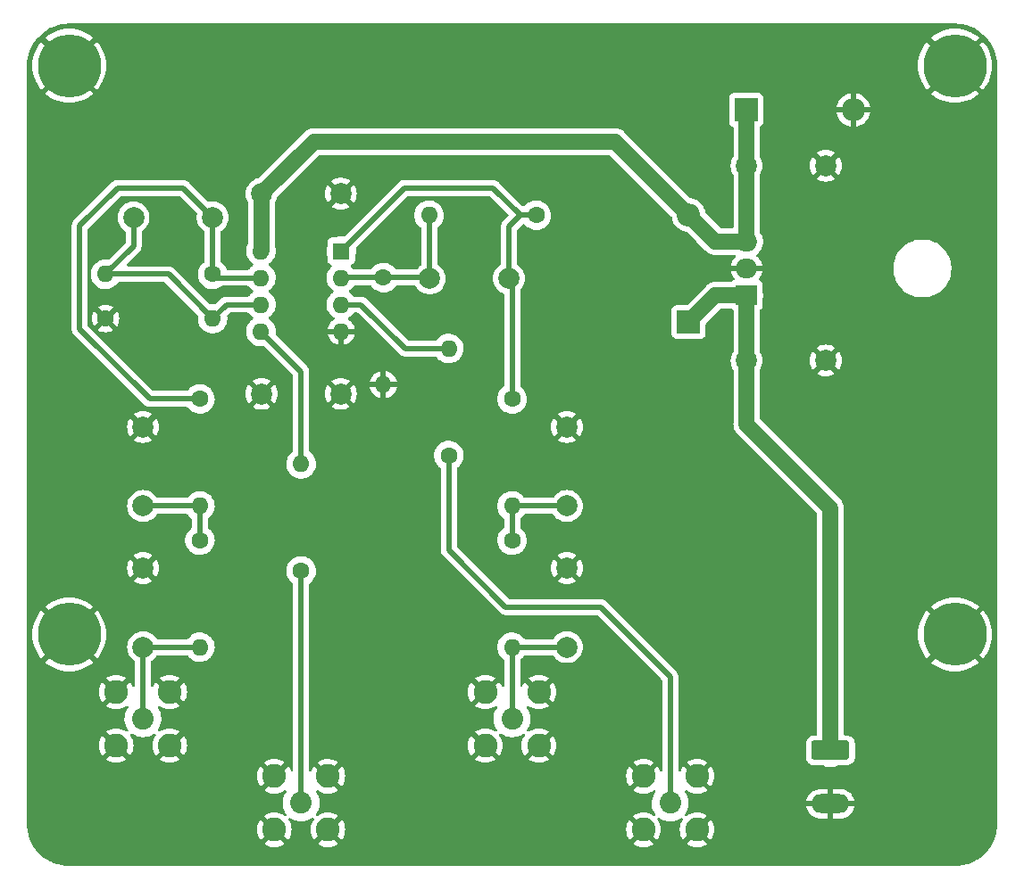
<source format=gtl>
%TF.GenerationSoftware,KiCad,Pcbnew,(6.0.11)*%
%TF.CreationDate,2023-02-06T13:48:41-06:00*%
%TF.ProjectId,InterferometerElectronics,496e7465-7266-4657-926f-6d6574657245,rev?*%
%TF.SameCoordinates,Original*%
%TF.FileFunction,Copper,L1,Top*%
%TF.FilePolarity,Positive*%
%FSLAX46Y46*%
G04 Gerber Fmt 4.6, Leading zero omitted, Abs format (unit mm)*
G04 Created by KiCad (PCBNEW (6.0.11)) date 2023-02-06 13:48:41*
%MOMM*%
%LPD*%
G01*
G04 APERTURE LIST*
G04 Aperture macros list*
%AMRoundRect*
0 Rectangle with rounded corners*
0 $1 Rounding radius*
0 $2 $3 $4 $5 $6 $7 $8 $9 X,Y pos of 4 corners*
0 Add a 4 corners polygon primitive as box body*
4,1,4,$2,$3,$4,$5,$6,$7,$8,$9,$2,$3,0*
0 Add four circle primitives for the rounded corners*
1,1,$1+$1,$2,$3*
1,1,$1+$1,$4,$5*
1,1,$1+$1,$6,$7*
1,1,$1+$1,$8,$9*
0 Add four rect primitives between the rounded corners*
20,1,$1+$1,$2,$3,$4,$5,0*
20,1,$1+$1,$4,$5,$6,$7,0*
20,1,$1+$1,$6,$7,$8,$9,0*
20,1,$1+$1,$8,$9,$2,$3,0*%
G04 Aperture macros list end*
%TA.AperFunction,ComponentPad*%
%ADD10C,1.600000*%
%TD*%
%TA.AperFunction,ComponentPad*%
%ADD11O,1.600000X1.600000*%
%TD*%
%TA.AperFunction,ComponentPad*%
%ADD12RoundRect,0.250000X-1.550000X0.650000X-1.550000X-0.650000X1.550000X-0.650000X1.550000X0.650000X0*%
%TD*%
%TA.AperFunction,ComponentPad*%
%ADD13O,3.600000X1.800000*%
%TD*%
%TA.AperFunction,ComponentPad*%
%ADD14C,2.050000*%
%TD*%
%TA.AperFunction,ComponentPad*%
%ADD15C,2.250000*%
%TD*%
%TA.AperFunction,ComponentPad*%
%ADD16C,0.800000*%
%TD*%
%TA.AperFunction,ComponentPad*%
%ADD17C,6.000000*%
%TD*%
%TA.AperFunction,ComponentPad*%
%ADD18R,2.200000X2.200000*%
%TD*%
%TA.AperFunction,ComponentPad*%
%ADD19O,2.200000X2.200000*%
%TD*%
%TA.AperFunction,ComponentPad*%
%ADD20C,2.000000*%
%TD*%
%TA.AperFunction,ComponentPad*%
%ADD21R,1.600000X1.600000*%
%TD*%
%TA.AperFunction,ComponentPad*%
%ADD22R,2.000000X1.905000*%
%TD*%
%TA.AperFunction,ComponentPad*%
%ADD23O,2.000000X1.905000*%
%TD*%
%TA.AperFunction,Conductor*%
%ADD24C,1.500000*%
%TD*%
%TA.AperFunction,Conductor*%
%ADD25C,0.500000*%
%TD*%
G04 APERTURE END LIST*
D10*
%TO.P,R2,1*%
%TO.N,Net-(C5-Pad2)*%
X82800000Y-48120000D03*
D11*
%TO.P,R2,2*%
%TO.N,GND*%
X82800000Y-58280000D03*
%TD*%
D12*
%TO.P,J1,1,Pin_1*%
%TO.N,Net-(C1-Pad1)*%
X125200000Y-93000000D03*
D13*
%TO.P,J1,2,Pin_2*%
%TO.N,GND*%
X125200000Y-98080000D03*
%TD*%
D14*
%TO.P,J3,1,In*%
%TO.N,Net-(C11-Pad1)*%
X95000000Y-90000000D03*
D15*
%TO.P,J3,2,Ext*%
%TO.N,GND*%
X97540000Y-87460000D03*
X97540000Y-92540000D03*
X92460000Y-92540000D03*
X92460000Y-87460000D03*
%TD*%
D14*
%TO.P,J5,1,In*%
%TO.N,Net-(C12-Pad1)*%
X60000000Y-90000000D03*
D15*
%TO.P,J5,2,Ext*%
%TO.N,GND*%
X62540000Y-87460000D03*
X62540000Y-92540000D03*
X57460000Y-92540000D03*
X57460000Y-87460000D03*
%TD*%
D16*
%TO.P,H1,1,1*%
%TO.N,GND*%
X135409010Y-26409010D03*
X138590990Y-26409010D03*
X135409010Y-29590990D03*
X134750000Y-28000000D03*
D17*
X137000000Y-28000000D03*
D16*
X139250000Y-28000000D03*
X137000000Y-25750000D03*
X137000000Y-30250000D03*
X138590990Y-29590990D03*
%TD*%
%TO.P,H3,1,1*%
%TO.N,GND*%
X53000000Y-25750000D03*
X54590990Y-29590990D03*
D17*
X53000000Y-28000000D03*
D16*
X50750000Y-28000000D03*
X51409010Y-29590990D03*
X51409010Y-26409010D03*
X54590990Y-26409010D03*
X53000000Y-30250000D03*
X55250000Y-28000000D03*
%TD*%
D14*
%TO.P,J4,1,In*%
%TO.N,Net-(J4-Pad1)*%
X75000000Y-98000000D03*
D15*
%TO.P,J4,2,Ext*%
%TO.N,GND*%
X72460000Y-95460000D03*
X77540000Y-95460000D03*
X72460000Y-100540000D03*
X77540000Y-100540000D03*
%TD*%
D14*
%TO.P,J2,1,In*%
%TO.N,Net-(J2-Pad1)*%
X110000000Y-98000000D03*
D15*
%TO.P,J2,2,Ext*%
%TO.N,GND*%
X107460000Y-95460000D03*
X107460000Y-100540000D03*
X112540000Y-95460000D03*
X112540000Y-100540000D03*
%TD*%
D16*
%TO.P,H4,1,1*%
%TO.N,GND*%
X51409010Y-83590990D03*
X55250000Y-82000000D03*
X51409010Y-80409010D03*
X53000000Y-79750000D03*
D17*
X53000000Y-82000000D03*
D16*
X54590990Y-80409010D03*
X50750000Y-82000000D03*
X53000000Y-84250000D03*
X54590990Y-83590990D03*
%TD*%
%TO.P,H2,1,1*%
%TO.N,GND*%
X139250000Y-82000000D03*
X137000000Y-84250000D03*
X138590990Y-80409010D03*
X135409010Y-80409010D03*
X135409010Y-83590990D03*
X138590990Y-83590990D03*
X137000000Y-79750000D03*
D17*
X137000000Y-82000000D03*
D16*
X134750000Y-82000000D03*
%TD*%
D18*
%TO.P,D1,1,K*%
%TO.N,Net-(C1-Pad1)*%
X111750000Y-52330000D03*
D19*
%TO.P,D1,2,A*%
%TO.N,+5V*%
X111750000Y-42170000D03*
%TD*%
D20*
%TO.P,C11,1*%
%TO.N,Net-(C11-Pad1)*%
X100200000Y-83200000D03*
%TO.P,C11,2*%
%TO.N,GND*%
X100200000Y-75700000D03*
%TD*%
D21*
%TO.P,U2,1*%
%TO.N,Net-(C5-Pad1)*%
X78800000Y-45600000D03*
D11*
%TO.P,U2,2,-*%
%TO.N,Net-(C5-Pad2)*%
X78800000Y-48140000D03*
%TO.P,U2,3,+*%
%TO.N,Net-(R1-Pad2)*%
X78800000Y-50680000D03*
%TO.P,U2,4,V-*%
%TO.N,GND*%
X78800000Y-53220000D03*
%TO.P,U2,5,+*%
%TO.N,Net-(R4-Pad2)*%
X71180000Y-53220000D03*
%TO.P,U2,6,-*%
%TO.N,Net-(C8-Pad2)*%
X71180000Y-50680000D03*
%TO.P,U2,7*%
%TO.N,Net-(C8-Pad1)*%
X71180000Y-48140000D03*
%TO.P,U2,8,V+*%
%TO.N,+5V*%
X71180000Y-45600000D03*
%TD*%
D10*
%TO.P,R7,1*%
%TO.N,Net-(C5-Pad1)*%
X95000000Y-59640000D03*
D11*
%TO.P,R7,2*%
%TO.N,Net-(C9-Pad1)*%
X95000000Y-69800000D03*
%TD*%
D20*
%TO.P,C1,1*%
%TO.N,Net-(C1-Pad1)*%
X117250000Y-56000000D03*
%TO.P,C1,2*%
%TO.N,GND*%
X124750000Y-56000000D03*
%TD*%
%TO.P,C3,1*%
%TO.N,+5V*%
X71250000Y-40150000D03*
%TO.P,C3,2*%
%TO.N,GND*%
X78750000Y-40150000D03*
%TD*%
%TO.P,C4,1*%
%TO.N,GND*%
X78750000Y-59150000D03*
%TO.P,C4,2*%
X71250000Y-59150000D03*
%TD*%
%TO.P,C2,1*%
%TO.N,+5V*%
X117250000Y-37500000D03*
%TO.P,C2,2*%
%TO.N,GND*%
X124750000Y-37500000D03*
%TD*%
D22*
%TO.P,U1,1,IN*%
%TO.N,Net-(C1-Pad1)*%
X117250000Y-49790000D03*
D23*
%TO.P,U1,2,GND*%
%TO.N,GND*%
X117250000Y-47250000D03*
%TO.P,U1,3,OUT*%
%TO.N,+5V*%
X117250000Y-44710000D03*
%TD*%
D10*
%TO.P,R6,1*%
%TO.N,Net-(C8-Pad1)*%
X66600000Y-47800000D03*
D11*
%TO.P,R6,2*%
%TO.N,Net-(C8-Pad2)*%
X56440000Y-47800000D03*
%TD*%
D10*
%TO.P,R4,1*%
%TO.N,Net-(J4-Pad1)*%
X75000000Y-75960000D03*
D11*
%TO.P,R4,2*%
%TO.N,Net-(R4-Pad2)*%
X75000000Y-65800000D03*
%TD*%
D20*
%TO.P,C8,1*%
%TO.N,Net-(C8-Pad1)*%
X66600000Y-42400000D03*
%TO.P,C8,2*%
%TO.N,Net-(C8-Pad2)*%
X59100000Y-42400000D03*
%TD*%
D10*
%TO.P,R10,1*%
%TO.N,Net-(C10-Pad1)*%
X65400000Y-73040000D03*
D11*
%TO.P,R10,2*%
%TO.N,Net-(C12-Pad1)*%
X65400000Y-83200000D03*
%TD*%
D10*
%TO.P,R3,1*%
%TO.N,Net-(C5-Pad1)*%
X97280000Y-42200000D03*
D11*
%TO.P,R3,2*%
%TO.N,Net-(C5-Pad2)*%
X87120000Y-42200000D03*
%TD*%
D10*
%TO.P,R5,1*%
%TO.N,GND*%
X56440000Y-52000000D03*
D11*
%TO.P,R5,2*%
%TO.N,Net-(C8-Pad2)*%
X66600000Y-52000000D03*
%TD*%
D10*
%TO.P,R9,1*%
%TO.N,Net-(C9-Pad1)*%
X95000000Y-73040000D03*
D11*
%TO.P,R9,2*%
%TO.N,Net-(C11-Pad1)*%
X95000000Y-83200000D03*
%TD*%
D20*
%TO.P,C12,1*%
%TO.N,Net-(C12-Pad1)*%
X60000000Y-83200000D03*
%TO.P,C12,2*%
%TO.N,GND*%
X60000000Y-75700000D03*
%TD*%
%TO.P,C10,1*%
%TO.N,Net-(C10-Pad1)*%
X60000000Y-69800000D03*
%TO.P,C10,2*%
%TO.N,GND*%
X60000000Y-62300000D03*
%TD*%
%TO.P,C5,1*%
%TO.N,Net-(C5-Pad1)*%
X94700000Y-48200000D03*
%TO.P,C5,2*%
%TO.N,Net-(C5-Pad2)*%
X87200000Y-48200000D03*
%TD*%
%TO.P,C9,1*%
%TO.N,Net-(C9-Pad1)*%
X100200000Y-69800000D03*
%TO.P,C9,2*%
%TO.N,GND*%
X100200000Y-62300000D03*
%TD*%
D10*
%TO.P,R8,1*%
%TO.N,Net-(C8-Pad1)*%
X65400000Y-59640000D03*
D11*
%TO.P,R8,2*%
%TO.N,Net-(C10-Pad1)*%
X65400000Y-69800000D03*
%TD*%
D10*
%TO.P,R1,1*%
%TO.N,Net-(J2-Pad1)*%
X89000000Y-65000000D03*
D11*
%TO.P,R1,2*%
%TO.N,Net-(R1-Pad2)*%
X89000000Y-54840000D03*
%TD*%
D18*
%TO.P,D2,1,K*%
%TO.N,+5V*%
X117200000Y-32200000D03*
D19*
%TO.P,D2,2,A*%
%TO.N,GND*%
X127360000Y-32200000D03*
%TD*%
D24*
%TO.N,Net-(C1-Pad1)*%
X117250000Y-62050000D02*
X125200000Y-70000000D01*
X117250000Y-56000000D02*
X117250000Y-62050000D01*
X125200000Y-70000000D02*
X125200000Y-93000000D01*
X117250000Y-49790000D02*
X114290000Y-49790000D01*
X114290000Y-49790000D02*
X111750000Y-52330000D01*
X117250000Y-56000000D02*
X117250000Y-49790000D01*
%TO.N,+5V*%
X117250000Y-44710000D02*
X117250000Y-37500000D01*
X111750000Y-42170000D02*
X104780000Y-35200000D01*
X71250000Y-45530000D02*
X71180000Y-45600000D01*
X104780000Y-35200000D02*
X76200000Y-35200000D01*
X114290000Y-44710000D02*
X111750000Y-42170000D01*
X117250000Y-37500000D02*
X117250000Y-32250000D01*
X76200000Y-35200000D02*
X71250000Y-40150000D01*
X117250000Y-44710000D02*
X114290000Y-44710000D01*
X71250000Y-40150000D02*
X71250000Y-45530000D01*
X117250000Y-32250000D02*
X117200000Y-32200000D01*
D25*
%TO.N,Net-(C5-Pad1)*%
X95000000Y-48500000D02*
X94700000Y-48200000D01*
X93200000Y-39600000D02*
X95800000Y-42200000D01*
X95000000Y-59640000D02*
X95000000Y-48500000D01*
X94700000Y-48200000D02*
X94700000Y-43300000D01*
X78800000Y-45600000D02*
X84800000Y-39600000D01*
X95800000Y-42200000D02*
X97280000Y-42200000D01*
X94700000Y-43300000D02*
X95800000Y-42200000D01*
X84800000Y-39600000D02*
X93200000Y-39600000D01*
%TO.N,Net-(C5-Pad2)*%
X87200000Y-48200000D02*
X87200000Y-42280000D01*
X87120000Y-48120000D02*
X87200000Y-48200000D01*
X87200000Y-42280000D02*
X87120000Y-42200000D01*
X82800000Y-48120000D02*
X78820000Y-48120000D01*
X78820000Y-48120000D02*
X78800000Y-48140000D01*
X82800000Y-48120000D02*
X87120000Y-48120000D01*
%TO.N,Net-(C8-Pad1)*%
X63800000Y-39600000D02*
X66600000Y-42400000D01*
X66940000Y-48140000D02*
X66600000Y-47800000D01*
X54000000Y-53000000D02*
X54000000Y-43200000D01*
X65400000Y-59640000D02*
X60640000Y-59640000D01*
X57600000Y-39600000D02*
X63800000Y-39600000D01*
X66600000Y-47800000D02*
X66600000Y-42400000D01*
X71180000Y-48140000D02*
X66940000Y-48140000D01*
X54000000Y-43200000D02*
X57600000Y-39600000D01*
X60640000Y-59640000D02*
X54000000Y-53000000D01*
%TO.N,Net-(C8-Pad2)*%
X71180000Y-50680000D02*
X67920000Y-50680000D01*
X62400000Y-47800000D02*
X66600000Y-52000000D01*
X67920000Y-50680000D02*
X66600000Y-52000000D01*
X59100000Y-42400000D02*
X59100000Y-45140000D01*
X59100000Y-45140000D02*
X56440000Y-47800000D01*
X56440000Y-47800000D02*
X62400000Y-47800000D01*
%TO.N,Net-(C9-Pad1)*%
X95000000Y-73040000D02*
X95000000Y-69800000D01*
X95000000Y-69800000D02*
X100200000Y-69800000D01*
%TO.N,Net-(C10-Pad1)*%
X65400000Y-69800000D02*
X60000000Y-69800000D01*
X65400000Y-73040000D02*
X65400000Y-69800000D01*
%TO.N,Net-(C11-Pad1)*%
X95000000Y-83200000D02*
X100200000Y-83200000D01*
X95000000Y-90000000D02*
X95000000Y-83200000D01*
%TO.N,Net-(C12-Pad1)*%
X60000000Y-90000000D02*
X60000000Y-83200000D01*
X60000000Y-83200000D02*
X65400000Y-83200000D01*
%TO.N,Net-(J2-Pad1)*%
X110000000Y-98000000D02*
X110000000Y-86000000D01*
X103400000Y-79400000D02*
X94400000Y-79400000D01*
X94400000Y-79400000D02*
X89000000Y-74000000D01*
X89000000Y-74000000D02*
X89000000Y-65000000D01*
X110000000Y-86000000D02*
X103400000Y-79400000D01*
%TO.N,Net-(J4-Pad1)*%
X75000000Y-75960000D02*
X75000000Y-98000000D01*
%TO.N,Net-(R1-Pad2)*%
X89000000Y-54840000D02*
X84840000Y-54840000D01*
X84840000Y-54840000D02*
X80680000Y-50680000D01*
X80680000Y-50680000D02*
X78800000Y-50680000D01*
%TO.N,Net-(R4-Pad2)*%
X71180000Y-53220000D02*
X75000000Y-57040000D01*
X75000000Y-57040000D02*
X75000000Y-65800000D01*
%TD*%
%TA.AperFunction,Conductor*%
%TO.N,GND*%
G36*
X136950676Y-24001285D02*
G01*
X136979838Y-24004556D01*
X136985963Y-24005243D01*
X137019207Y-24002452D01*
X137035554Y-24002144D01*
X137363210Y-24017292D01*
X137374798Y-24018366D01*
X137729142Y-24067795D01*
X137740582Y-24069934D01*
X138088854Y-24151846D01*
X138100030Y-24155026D01*
X138269651Y-24211878D01*
X138439262Y-24268726D01*
X138450114Y-24272930D01*
X138777401Y-24417441D01*
X138787819Y-24422629D01*
X139100374Y-24596722D01*
X139110269Y-24602848D01*
X139405431Y-24805038D01*
X139414719Y-24812052D01*
X139689971Y-25040618D01*
X139698571Y-25048459D01*
X139951541Y-25301429D01*
X139959382Y-25310029D01*
X140187948Y-25585281D01*
X140194962Y-25594569D01*
X140397152Y-25889731D01*
X140403278Y-25899626D01*
X140577371Y-26212181D01*
X140582559Y-26222599D01*
X140727070Y-26549886D01*
X140731274Y-26560738D01*
X140844971Y-26899961D01*
X140848154Y-26911146D01*
X140926243Y-27243165D01*
X140930066Y-27259418D01*
X140932205Y-27270858D01*
X140981634Y-27625202D01*
X140982708Y-27636791D01*
X140997196Y-27950161D01*
X140996545Y-27970020D01*
X140994757Y-27985963D01*
X140995273Y-27992107D01*
X140999058Y-28037183D01*
X140999500Y-28047726D01*
X140999500Y-99936631D01*
X140998715Y-99950676D01*
X140994757Y-99985963D01*
X140997548Y-100019207D01*
X140997856Y-100035554D01*
X140997358Y-100046333D01*
X140982708Y-100363209D01*
X140981634Y-100374798D01*
X140932205Y-100729142D01*
X140930066Y-100740582D01*
X140883303Y-100939409D01*
X140848156Y-101088845D01*
X140844971Y-101100039D01*
X140731274Y-101439262D01*
X140727070Y-101450114D01*
X140582559Y-101777401D01*
X140577371Y-101787819D01*
X140403278Y-102100374D01*
X140397152Y-102110269D01*
X140194962Y-102405431D01*
X140187948Y-102414719D01*
X139959382Y-102689971D01*
X139951541Y-102698571D01*
X139698571Y-102951541D01*
X139689971Y-102959382D01*
X139414719Y-103187948D01*
X139405431Y-103194962D01*
X139110269Y-103397152D01*
X139100374Y-103403278D01*
X138787819Y-103577371D01*
X138777401Y-103582559D01*
X138450114Y-103727070D01*
X138439262Y-103731274D01*
X138269650Y-103788123D01*
X138100030Y-103844974D01*
X138088854Y-103848154D01*
X137756835Y-103926243D01*
X137740582Y-103930066D01*
X137729142Y-103932205D01*
X137374798Y-103981634D01*
X137363209Y-103982708D01*
X137049835Y-103997196D01*
X137029980Y-103996545D01*
X137014037Y-103994757D01*
X136972630Y-103998234D01*
X136962817Y-103999058D01*
X136952274Y-103999500D01*
X53063369Y-103999500D01*
X53049324Y-103998715D01*
X53020162Y-103995444D01*
X53014037Y-103994757D01*
X52980793Y-103997548D01*
X52964446Y-103997856D01*
X52636790Y-103982708D01*
X52625202Y-103981634D01*
X52270858Y-103932205D01*
X52259418Y-103930066D01*
X52243165Y-103926243D01*
X51911146Y-103848154D01*
X51899970Y-103844974D01*
X51730350Y-103788123D01*
X51560738Y-103731274D01*
X51549886Y-103727070D01*
X51222599Y-103582559D01*
X51212181Y-103577371D01*
X50899626Y-103403278D01*
X50889731Y-103397152D01*
X50594569Y-103194962D01*
X50585281Y-103187948D01*
X50310029Y-102959382D01*
X50301429Y-102951541D01*
X50048459Y-102698571D01*
X50040618Y-102689971D01*
X49812052Y-102414719D01*
X49805038Y-102405431D01*
X49602848Y-102110269D01*
X49596722Y-102100374D01*
X49465324Y-101864471D01*
X71500884Y-101864471D01*
X71504570Y-101869740D01*
X71712121Y-101996927D01*
X71720915Y-102001408D01*
X71949242Y-102095984D01*
X71958627Y-102099033D01*
X72198940Y-102156728D01*
X72208687Y-102158271D01*
X72455070Y-102177662D01*
X72464930Y-102177662D01*
X72711313Y-102158271D01*
X72721060Y-102156728D01*
X72961373Y-102099033D01*
X72970758Y-102095984D01*
X73199085Y-102001408D01*
X73207879Y-101996927D01*
X73413928Y-101870660D01*
X73417968Y-101864471D01*
X76580884Y-101864471D01*
X76584570Y-101869740D01*
X76792121Y-101996927D01*
X76800915Y-102001408D01*
X77029242Y-102095984D01*
X77038627Y-102099033D01*
X77278940Y-102156728D01*
X77288687Y-102158271D01*
X77535070Y-102177662D01*
X77544930Y-102177662D01*
X77791313Y-102158271D01*
X77801060Y-102156728D01*
X78041373Y-102099033D01*
X78050758Y-102095984D01*
X78279085Y-102001408D01*
X78287879Y-101996927D01*
X78493928Y-101870660D01*
X78497968Y-101864471D01*
X106500884Y-101864471D01*
X106504570Y-101869740D01*
X106712121Y-101996927D01*
X106720915Y-102001408D01*
X106949242Y-102095984D01*
X106958627Y-102099033D01*
X107198940Y-102156728D01*
X107208687Y-102158271D01*
X107455070Y-102177662D01*
X107464930Y-102177662D01*
X107711313Y-102158271D01*
X107721060Y-102156728D01*
X107961373Y-102099033D01*
X107970758Y-102095984D01*
X108199085Y-102001408D01*
X108207879Y-101996927D01*
X108413928Y-101870660D01*
X108417968Y-101864471D01*
X111580884Y-101864471D01*
X111584570Y-101869740D01*
X111792121Y-101996927D01*
X111800915Y-102001408D01*
X112029242Y-102095984D01*
X112038627Y-102099033D01*
X112278940Y-102156728D01*
X112288687Y-102158271D01*
X112535070Y-102177662D01*
X112544930Y-102177662D01*
X112791313Y-102158271D01*
X112801060Y-102156728D01*
X113041373Y-102099033D01*
X113050758Y-102095984D01*
X113279085Y-102001408D01*
X113287879Y-101996927D01*
X113493928Y-101870660D01*
X113499190Y-101862599D01*
X113493183Y-101852393D01*
X112552812Y-100912022D01*
X112538868Y-100904408D01*
X112537035Y-100904539D01*
X112530420Y-100908790D01*
X111588276Y-101850934D01*
X111580884Y-101864471D01*
X108417968Y-101864471D01*
X108419190Y-101862599D01*
X108413183Y-101852393D01*
X107472812Y-100912022D01*
X107458868Y-100904408D01*
X107457035Y-100904539D01*
X107450420Y-100908790D01*
X106508276Y-101850934D01*
X106500884Y-101864471D01*
X78497968Y-101864471D01*
X78499190Y-101862599D01*
X78493183Y-101852393D01*
X77552812Y-100912022D01*
X77538868Y-100904408D01*
X77537035Y-100904539D01*
X77530420Y-100908790D01*
X76588276Y-101850934D01*
X76580884Y-101864471D01*
X73417968Y-101864471D01*
X73419190Y-101862599D01*
X73413183Y-101852393D01*
X72472812Y-100912022D01*
X72458868Y-100904408D01*
X72457035Y-100904539D01*
X72450420Y-100908790D01*
X71508276Y-101850934D01*
X71500884Y-101864471D01*
X49465324Y-101864471D01*
X49422629Y-101787819D01*
X49417441Y-101777401D01*
X49272930Y-101450114D01*
X49268726Y-101439262D01*
X49155029Y-101100039D01*
X49151844Y-101088845D01*
X49116698Y-100939409D01*
X49069934Y-100740582D01*
X49067795Y-100729142D01*
X49042098Y-100544930D01*
X70822338Y-100544930D01*
X70841729Y-100791313D01*
X70843272Y-100801060D01*
X70900967Y-101041373D01*
X70904016Y-101050758D01*
X70998592Y-101279085D01*
X71003073Y-101287879D01*
X71129340Y-101493928D01*
X71137401Y-101499190D01*
X71147607Y-101493183D01*
X72087978Y-100552812D01*
X72095592Y-100538868D01*
X72095461Y-100537035D01*
X72091210Y-100530420D01*
X71149066Y-99588276D01*
X71135529Y-99580884D01*
X71130260Y-99584570D01*
X71003073Y-99792121D01*
X70998592Y-99800915D01*
X70904016Y-100029242D01*
X70900967Y-100038627D01*
X70843272Y-100278940D01*
X70841729Y-100288687D01*
X70822338Y-100535070D01*
X70822338Y-100544930D01*
X49042098Y-100544930D01*
X49018366Y-100374798D01*
X49017292Y-100363209D01*
X49003143Y-100057170D01*
X49004003Y-100035558D01*
X49004507Y-100031572D01*
X49004507Y-100031567D01*
X49004949Y-100028071D01*
X49005341Y-100000000D01*
X49001101Y-99956758D01*
X49000500Y-99944462D01*
X49000500Y-99217401D01*
X71500810Y-99217401D01*
X71506817Y-99227607D01*
X73770934Y-101491724D01*
X73784471Y-101499116D01*
X73789740Y-101495430D01*
X73916927Y-101287879D01*
X73921408Y-101279085D01*
X74015984Y-101050758D01*
X74019033Y-101041373D01*
X74076728Y-100801060D01*
X74078271Y-100791313D01*
X74097662Y-100544930D01*
X74097662Y-100535070D01*
X74078271Y-100288687D01*
X74076728Y-100278940D01*
X74019033Y-100038627D01*
X74015984Y-100029242D01*
X73921408Y-99800915D01*
X73916927Y-99792121D01*
X73795384Y-99593781D01*
X73776846Y-99525247D01*
X73798302Y-99457571D01*
X73852942Y-99412238D01*
X73923416Y-99403641D01*
X73975984Y-99425366D01*
X73977033Y-99426114D01*
X73980629Y-99429105D01*
X73984629Y-99431532D01*
X73984630Y-99431533D01*
X74068020Y-99482135D01*
X74203061Y-99564080D01*
X74207375Y-99565889D01*
X74207377Y-99565890D01*
X74438686Y-99662886D01*
X74438691Y-99662888D01*
X74443001Y-99664695D01*
X74447533Y-99665846D01*
X74447536Y-99665847D01*
X74572815Y-99697663D01*
X74695177Y-99728739D01*
X74911286Y-99750500D01*
X75066044Y-99750500D01*
X75068369Y-99750327D01*
X75068375Y-99750327D01*
X75254814Y-99736472D01*
X75254818Y-99736471D01*
X75259466Y-99736126D01*
X75513232Y-99678705D01*
X75517586Y-99677012D01*
X75751370Y-99586098D01*
X75751372Y-99586097D01*
X75755723Y-99584405D01*
X75761884Y-99580884D01*
X75924397Y-99488000D01*
X75981612Y-99455299D01*
X76023101Y-99422591D01*
X76088979Y-99396126D01*
X76158709Y-99409478D01*
X76210150Y-99458410D01*
X76226971Y-99527385D01*
X76208540Y-99587375D01*
X76083076Y-99792115D01*
X76078592Y-99800915D01*
X75984016Y-100029242D01*
X75980967Y-100038627D01*
X75923272Y-100278940D01*
X75921729Y-100288687D01*
X75902338Y-100535070D01*
X75902338Y-100544930D01*
X75921729Y-100791313D01*
X75923272Y-100801060D01*
X75980967Y-101041373D01*
X75984016Y-101050758D01*
X76078592Y-101279085D01*
X76083073Y-101287879D01*
X76209340Y-101493928D01*
X76217401Y-101499190D01*
X76227607Y-101493183D01*
X77179658Y-100541132D01*
X77904408Y-100541132D01*
X77904539Y-100542965D01*
X77908790Y-100549580D01*
X78850934Y-101491724D01*
X78864471Y-101499116D01*
X78869740Y-101495430D01*
X78996927Y-101287879D01*
X79001408Y-101279085D01*
X79095984Y-101050758D01*
X79099033Y-101041373D01*
X79156728Y-100801060D01*
X79158271Y-100791313D01*
X79177662Y-100544930D01*
X105822338Y-100544930D01*
X105841729Y-100791313D01*
X105843272Y-100801060D01*
X105900967Y-101041373D01*
X105904016Y-101050758D01*
X105998592Y-101279085D01*
X106003073Y-101287879D01*
X106129340Y-101493928D01*
X106137401Y-101499190D01*
X106147607Y-101493183D01*
X107087978Y-100552812D01*
X107095592Y-100538868D01*
X107095461Y-100537035D01*
X107091210Y-100530420D01*
X106149066Y-99588276D01*
X106135529Y-99580884D01*
X106130260Y-99584570D01*
X106003073Y-99792121D01*
X105998592Y-99800915D01*
X105904016Y-100029242D01*
X105900967Y-100038627D01*
X105843272Y-100278940D01*
X105841729Y-100288687D01*
X105822338Y-100535070D01*
X105822338Y-100544930D01*
X79177662Y-100544930D01*
X79177662Y-100535070D01*
X79158271Y-100288687D01*
X79156728Y-100278940D01*
X79099033Y-100038627D01*
X79095984Y-100029242D01*
X79001408Y-99800915D01*
X78996927Y-99792121D01*
X78870660Y-99586072D01*
X78862599Y-99580810D01*
X78852393Y-99586817D01*
X77912022Y-100527188D01*
X77904408Y-100541132D01*
X77179658Y-100541132D01*
X78491724Y-99229066D01*
X78499116Y-99215529D01*
X78495430Y-99210260D01*
X78287879Y-99083073D01*
X78279085Y-99078592D01*
X78050758Y-98984016D01*
X78041373Y-98980967D01*
X77801060Y-98923272D01*
X77791313Y-98921729D01*
X77544930Y-98902338D01*
X77535070Y-98902338D01*
X77288687Y-98921729D01*
X77278940Y-98923272D01*
X77038627Y-98980967D01*
X77029242Y-98984016D01*
X76800915Y-99078592D01*
X76792121Y-99083073D01*
X76584800Y-99210119D01*
X76516266Y-99228657D01*
X76448589Y-99207200D01*
X76403256Y-99152561D01*
X76394660Y-99082087D01*
X76415438Y-99030866D01*
X76447940Y-98984016D01*
X76491150Y-98921729D01*
X76509846Y-98894779D01*
X76509848Y-98894776D01*
X76512511Y-98890937D01*
X76530258Y-98854949D01*
X76625521Y-98661775D01*
X76625522Y-98661772D01*
X76627586Y-98657587D01*
X76706906Y-98409792D01*
X76748728Y-98152994D01*
X76752134Y-97892835D01*
X76717048Y-97635030D01*
X76644242Y-97385243D01*
X76535314Y-97148961D01*
X76479319Y-97063553D01*
X76416984Y-96968477D01*
X76396361Y-96900541D01*
X76415741Y-96832241D01*
X76468970Y-96785261D01*
X76539149Y-96774516D01*
X76588191Y-96791959D01*
X76792121Y-96916927D01*
X76800915Y-96921408D01*
X77029242Y-97015984D01*
X77038627Y-97019033D01*
X77278940Y-97076728D01*
X77288687Y-97078271D01*
X77535070Y-97097662D01*
X77544930Y-97097662D01*
X77791313Y-97078271D01*
X77801060Y-97076728D01*
X78041373Y-97019033D01*
X78050758Y-97015984D01*
X78279085Y-96921408D01*
X78287879Y-96916927D01*
X78493928Y-96790660D01*
X78499190Y-96782599D01*
X78493183Y-96772393D01*
X77181922Y-95461132D01*
X77904408Y-95461132D01*
X77904539Y-95462965D01*
X77908790Y-95469580D01*
X78850934Y-96411724D01*
X78864471Y-96419116D01*
X78869740Y-96415430D01*
X78996927Y-96207879D01*
X79001408Y-96199085D01*
X79095984Y-95970758D01*
X79099033Y-95961373D01*
X79156728Y-95721060D01*
X79158271Y-95711313D01*
X79177662Y-95464930D01*
X105822338Y-95464930D01*
X105841729Y-95711313D01*
X105843272Y-95721060D01*
X105900967Y-95961373D01*
X105904016Y-95970758D01*
X105998592Y-96199085D01*
X106003073Y-96207879D01*
X106129340Y-96413928D01*
X106137401Y-96419190D01*
X106147607Y-96413183D01*
X107087978Y-95472812D01*
X107095592Y-95458868D01*
X107095461Y-95457035D01*
X107091210Y-95450420D01*
X106149066Y-94508276D01*
X106135529Y-94500884D01*
X106130260Y-94504570D01*
X106003073Y-94712121D01*
X105998592Y-94720915D01*
X105904016Y-94949242D01*
X105900967Y-94958627D01*
X105843272Y-95198940D01*
X105841729Y-95208687D01*
X105822338Y-95455070D01*
X105822338Y-95464930D01*
X79177662Y-95464930D01*
X79177662Y-95455070D01*
X79158271Y-95208687D01*
X79156728Y-95198940D01*
X79099033Y-94958627D01*
X79095984Y-94949242D01*
X79001408Y-94720915D01*
X78996927Y-94712121D01*
X78870660Y-94506072D01*
X78862599Y-94500810D01*
X78852393Y-94506817D01*
X77912022Y-95447188D01*
X77904408Y-95461132D01*
X77181922Y-95461132D01*
X76229066Y-94508276D01*
X76215529Y-94500884D01*
X76210260Y-94504570D01*
X76083073Y-94712121D01*
X76078592Y-94720915D01*
X76000909Y-94908459D01*
X75956361Y-94963740D01*
X75888997Y-94986161D01*
X75820206Y-94968603D01*
X75771828Y-94916641D01*
X75758500Y-94860241D01*
X75758500Y-94137401D01*
X76580810Y-94137401D01*
X76586817Y-94147607D01*
X77527188Y-95087978D01*
X77541132Y-95095592D01*
X77542965Y-95095461D01*
X77549580Y-95091210D01*
X78491724Y-94149066D01*
X78499116Y-94135529D01*
X78495430Y-94130260D01*
X78287879Y-94003073D01*
X78279085Y-93998592D01*
X78050758Y-93904016D01*
X78041373Y-93900967D01*
X77889359Y-93864471D01*
X91500884Y-93864471D01*
X91504570Y-93869740D01*
X91712121Y-93996927D01*
X91720915Y-94001408D01*
X91949242Y-94095984D01*
X91958627Y-94099033D01*
X92198940Y-94156728D01*
X92208687Y-94158271D01*
X92455070Y-94177662D01*
X92464930Y-94177662D01*
X92711313Y-94158271D01*
X92721060Y-94156728D01*
X92961373Y-94099033D01*
X92970758Y-94095984D01*
X93199085Y-94001408D01*
X93207879Y-93996927D01*
X93413928Y-93870660D01*
X93417968Y-93864471D01*
X96580884Y-93864471D01*
X96584570Y-93869740D01*
X96792121Y-93996927D01*
X96800915Y-94001408D01*
X97029242Y-94095984D01*
X97038627Y-94099033D01*
X97278940Y-94156728D01*
X97288687Y-94158271D01*
X97535070Y-94177662D01*
X97544930Y-94177662D01*
X97791313Y-94158271D01*
X97801060Y-94156728D01*
X97881561Y-94137401D01*
X106500810Y-94137401D01*
X106506817Y-94147607D01*
X107447188Y-95087978D01*
X107461132Y-95095592D01*
X107462965Y-95095461D01*
X107469580Y-95091210D01*
X108411724Y-94149066D01*
X108419116Y-94135529D01*
X108415430Y-94130260D01*
X108207879Y-94003073D01*
X108199085Y-93998592D01*
X107970758Y-93904016D01*
X107961373Y-93900967D01*
X107721060Y-93843272D01*
X107711313Y-93841729D01*
X107464930Y-93822338D01*
X107455070Y-93822338D01*
X107208687Y-93841729D01*
X107198940Y-93843272D01*
X106958627Y-93900967D01*
X106949242Y-93904016D01*
X106720915Y-93998592D01*
X106712121Y-94003073D01*
X106506072Y-94129340D01*
X106500810Y-94137401D01*
X97881561Y-94137401D01*
X98041373Y-94099033D01*
X98050758Y-94095984D01*
X98279085Y-94001408D01*
X98287879Y-93996927D01*
X98493928Y-93870660D01*
X98499190Y-93862599D01*
X98493183Y-93852393D01*
X97552812Y-92912022D01*
X97538868Y-92904408D01*
X97537035Y-92904539D01*
X97530420Y-92908790D01*
X96588276Y-93850934D01*
X96580884Y-93864471D01*
X93417968Y-93864471D01*
X93419190Y-93862599D01*
X93413183Y-93852393D01*
X92472812Y-92912022D01*
X92458868Y-92904408D01*
X92457035Y-92904539D01*
X92450420Y-92908790D01*
X91508276Y-93850934D01*
X91500884Y-93864471D01*
X77889359Y-93864471D01*
X77801060Y-93843272D01*
X77791313Y-93841729D01*
X77544930Y-93822338D01*
X77535070Y-93822338D01*
X77288687Y-93841729D01*
X77278940Y-93843272D01*
X77038627Y-93900967D01*
X77029242Y-93904016D01*
X76800915Y-93998592D01*
X76792121Y-94003073D01*
X76586072Y-94129340D01*
X76580810Y-94137401D01*
X75758500Y-94137401D01*
X75758500Y-92544930D01*
X90822338Y-92544930D01*
X90841729Y-92791313D01*
X90843272Y-92801060D01*
X90900967Y-93041373D01*
X90904016Y-93050758D01*
X90998592Y-93279085D01*
X91003073Y-93287879D01*
X91129340Y-93493928D01*
X91137401Y-93499190D01*
X91147607Y-93493183D01*
X92087978Y-92552812D01*
X92095592Y-92538868D01*
X92095461Y-92537035D01*
X92091210Y-92530420D01*
X91149066Y-91588276D01*
X91135529Y-91580884D01*
X91130260Y-91584570D01*
X91003073Y-91792121D01*
X90998592Y-91800915D01*
X90904016Y-92029242D01*
X90900967Y-92038627D01*
X90843272Y-92278940D01*
X90841729Y-92288687D01*
X90822338Y-92535070D01*
X90822338Y-92544930D01*
X75758500Y-92544930D01*
X75758500Y-91217401D01*
X91500810Y-91217401D01*
X91506817Y-91227607D01*
X93770934Y-93491724D01*
X93784471Y-93499116D01*
X93789740Y-93495430D01*
X93916927Y-93287879D01*
X93921408Y-93279085D01*
X94015984Y-93050758D01*
X94019033Y-93041373D01*
X94076728Y-92801060D01*
X94078271Y-92791313D01*
X94097662Y-92544930D01*
X94097662Y-92535070D01*
X94078271Y-92288687D01*
X94076728Y-92278940D01*
X94019033Y-92038627D01*
X94015984Y-92029242D01*
X93921408Y-91800915D01*
X93916927Y-91792121D01*
X93795384Y-91593781D01*
X93776846Y-91525247D01*
X93798302Y-91457571D01*
X93852942Y-91412238D01*
X93923416Y-91403641D01*
X93975984Y-91425366D01*
X93977033Y-91426114D01*
X93980629Y-91429105D01*
X93984629Y-91431532D01*
X93984630Y-91431533D01*
X94027617Y-91457618D01*
X94203061Y-91564080D01*
X94207375Y-91565889D01*
X94207377Y-91565890D01*
X94438686Y-91662886D01*
X94438691Y-91662888D01*
X94443001Y-91664695D01*
X94447533Y-91665846D01*
X94447536Y-91665847D01*
X94572815Y-91697663D01*
X94695177Y-91728739D01*
X94911286Y-91750500D01*
X95066044Y-91750500D01*
X95068369Y-91750327D01*
X95068375Y-91750327D01*
X95254814Y-91736472D01*
X95254818Y-91736471D01*
X95259466Y-91736126D01*
X95513232Y-91678705D01*
X95517586Y-91677012D01*
X95751370Y-91586098D01*
X95751372Y-91586097D01*
X95755723Y-91584405D01*
X95761884Y-91580884D01*
X95872184Y-91517842D01*
X95981612Y-91455299D01*
X96023101Y-91422591D01*
X96088979Y-91396126D01*
X96158709Y-91409478D01*
X96210150Y-91458410D01*
X96226971Y-91527385D01*
X96208540Y-91587375D01*
X96083076Y-91792115D01*
X96078592Y-91800915D01*
X95984016Y-92029242D01*
X95980967Y-92038627D01*
X95923272Y-92278940D01*
X95921729Y-92288687D01*
X95902338Y-92535070D01*
X95902338Y-92544930D01*
X95921729Y-92791313D01*
X95923272Y-92801060D01*
X95980967Y-93041373D01*
X95984016Y-93050758D01*
X96078592Y-93279085D01*
X96083073Y-93287879D01*
X96209340Y-93493928D01*
X96217401Y-93499190D01*
X96227607Y-93493183D01*
X97179658Y-92541132D01*
X97904408Y-92541132D01*
X97904539Y-92542965D01*
X97908790Y-92549580D01*
X98850934Y-93491724D01*
X98864471Y-93499116D01*
X98869740Y-93495430D01*
X98996927Y-93287879D01*
X99001408Y-93279085D01*
X99095984Y-93050758D01*
X99099033Y-93041373D01*
X99156728Y-92801060D01*
X99158271Y-92791313D01*
X99177662Y-92544930D01*
X99177662Y-92535070D01*
X99158271Y-92288687D01*
X99156728Y-92278940D01*
X99099033Y-92038627D01*
X99095984Y-92029242D01*
X99001408Y-91800915D01*
X98996927Y-91792121D01*
X98870660Y-91586072D01*
X98862599Y-91580810D01*
X98852393Y-91586817D01*
X97912022Y-92527188D01*
X97904408Y-92541132D01*
X97179658Y-92541132D01*
X98491724Y-91229066D01*
X98499116Y-91215529D01*
X98495430Y-91210260D01*
X98287879Y-91083073D01*
X98279085Y-91078592D01*
X98050758Y-90984016D01*
X98041373Y-90980967D01*
X97801060Y-90923272D01*
X97791313Y-90921729D01*
X97544930Y-90902338D01*
X97535070Y-90902338D01*
X97288687Y-90921729D01*
X97278940Y-90923272D01*
X97038627Y-90980967D01*
X97029242Y-90984016D01*
X96800915Y-91078592D01*
X96792121Y-91083073D01*
X96584800Y-91210119D01*
X96516266Y-91228657D01*
X96448589Y-91207200D01*
X96403256Y-91152561D01*
X96394660Y-91082087D01*
X96415438Y-91030866D01*
X96447940Y-90984016D01*
X96512511Y-90890937D01*
X96530258Y-90854949D01*
X96625521Y-90661775D01*
X96625522Y-90661772D01*
X96627586Y-90657587D01*
X96706906Y-90409792D01*
X96748728Y-90152994D01*
X96752134Y-89892835D01*
X96717048Y-89635030D01*
X96644242Y-89385243D01*
X96535314Y-89148961D01*
X96416984Y-88968477D01*
X96396361Y-88900541D01*
X96415741Y-88832241D01*
X96468970Y-88785261D01*
X96539149Y-88774516D01*
X96588191Y-88791959D01*
X96792121Y-88916927D01*
X96800915Y-88921408D01*
X97029242Y-89015984D01*
X97038627Y-89019033D01*
X97278940Y-89076728D01*
X97288687Y-89078271D01*
X97535070Y-89097662D01*
X97544930Y-89097662D01*
X97791313Y-89078271D01*
X97801060Y-89076728D01*
X98041373Y-89019033D01*
X98050758Y-89015984D01*
X98279085Y-88921408D01*
X98287879Y-88916927D01*
X98493928Y-88790660D01*
X98499190Y-88782599D01*
X98493183Y-88772393D01*
X97181922Y-87461132D01*
X97904408Y-87461132D01*
X97904539Y-87462965D01*
X97908790Y-87469580D01*
X98850934Y-88411724D01*
X98864471Y-88419116D01*
X98869740Y-88415430D01*
X98996927Y-88207879D01*
X99001408Y-88199085D01*
X99095984Y-87970758D01*
X99099033Y-87961373D01*
X99156728Y-87721060D01*
X99158271Y-87711313D01*
X99177662Y-87464930D01*
X99177662Y-87455070D01*
X99158271Y-87208687D01*
X99156728Y-87198940D01*
X99099033Y-86958627D01*
X99095984Y-86949242D01*
X99001408Y-86720915D01*
X98996927Y-86712121D01*
X98870660Y-86506072D01*
X98862599Y-86500810D01*
X98852393Y-86506817D01*
X97912022Y-87447188D01*
X97904408Y-87461132D01*
X97181922Y-87461132D01*
X96229066Y-86508276D01*
X96215529Y-86500884D01*
X96210260Y-86504570D01*
X96083073Y-86712121D01*
X96078592Y-86720915D01*
X96000909Y-86908459D01*
X95956361Y-86963740D01*
X95888997Y-86986161D01*
X95820206Y-86968603D01*
X95771828Y-86916641D01*
X95758500Y-86860241D01*
X95758500Y-86137401D01*
X96580810Y-86137401D01*
X96586817Y-86147607D01*
X97527188Y-87087978D01*
X97541132Y-87095592D01*
X97542965Y-87095461D01*
X97549580Y-87091210D01*
X98491724Y-86149066D01*
X98499116Y-86135529D01*
X98495430Y-86130260D01*
X98287879Y-86003073D01*
X98279085Y-85998592D01*
X98050758Y-85904016D01*
X98041373Y-85900967D01*
X97801060Y-85843272D01*
X97791313Y-85841729D01*
X97544930Y-85822338D01*
X97535070Y-85822338D01*
X97288687Y-85841729D01*
X97278940Y-85843272D01*
X97038627Y-85900967D01*
X97029242Y-85904016D01*
X96800915Y-85998592D01*
X96792121Y-86003073D01*
X96586072Y-86129340D01*
X96580810Y-86137401D01*
X95758500Y-86137401D01*
X95758500Y-84444766D01*
X95778502Y-84376645D01*
X95814132Y-84340247D01*
X95880732Y-84295409D01*
X95886298Y-84290100D01*
X95969162Y-84211051D01*
X96052705Y-84131355D01*
X96143527Y-84009286D01*
X96200236Y-83966574D01*
X96244615Y-83958500D01*
X98825035Y-83958500D01*
X98893156Y-83978502D01*
X98932466Y-84018663D01*
X98975824Y-84089416D01*
X99130031Y-84269969D01*
X99310584Y-84424176D01*
X99314792Y-84426755D01*
X99314798Y-84426759D01*
X99398018Y-84477756D01*
X99513037Y-84548240D01*
X99517607Y-84550133D01*
X99517611Y-84550135D01*
X99727833Y-84637211D01*
X99732406Y-84639105D01*
X99799388Y-84655186D01*
X99958476Y-84693380D01*
X99958482Y-84693381D01*
X99963289Y-84694535D01*
X100200000Y-84713165D01*
X100436711Y-84694535D01*
X100441518Y-84693381D01*
X100441524Y-84693380D01*
X100600612Y-84655186D01*
X100667594Y-84639105D01*
X100672167Y-84637211D01*
X100882389Y-84550135D01*
X100882393Y-84550133D01*
X100886963Y-84548240D01*
X101001982Y-84477756D01*
X101085202Y-84426759D01*
X101085208Y-84426755D01*
X101089416Y-84424176D01*
X101269969Y-84269969D01*
X101424176Y-84089416D01*
X101426755Y-84085208D01*
X101426759Y-84085202D01*
X101545654Y-83891183D01*
X101548240Y-83886963D01*
X101572032Y-83829525D01*
X101637211Y-83672167D01*
X101637212Y-83672165D01*
X101639105Y-83667594D01*
X101694535Y-83436711D01*
X101713165Y-83200000D01*
X101694535Y-82963289D01*
X101639105Y-82732406D01*
X101573921Y-82575037D01*
X101550135Y-82517611D01*
X101550133Y-82517607D01*
X101548240Y-82513037D01*
X101492145Y-82421498D01*
X101426759Y-82314798D01*
X101426755Y-82314792D01*
X101424176Y-82310584D01*
X101269969Y-82130031D01*
X101089416Y-81975824D01*
X101085208Y-81973245D01*
X101085202Y-81973241D01*
X100891183Y-81854346D01*
X100886963Y-81851760D01*
X100882393Y-81849867D01*
X100882389Y-81849865D01*
X100672167Y-81762789D01*
X100672165Y-81762788D01*
X100667594Y-81760895D01*
X100587391Y-81741640D01*
X100441524Y-81706620D01*
X100441518Y-81706619D01*
X100436711Y-81705465D01*
X100200000Y-81686835D01*
X99963289Y-81705465D01*
X99958482Y-81706619D01*
X99958476Y-81706620D01*
X99812609Y-81741640D01*
X99732406Y-81760895D01*
X99727835Y-81762788D01*
X99727833Y-81762789D01*
X99517611Y-81849865D01*
X99517607Y-81849867D01*
X99513037Y-81851760D01*
X99508817Y-81854346D01*
X99314798Y-81973241D01*
X99314792Y-81973245D01*
X99310584Y-81975824D01*
X99130031Y-82130031D01*
X98975824Y-82310584D01*
X98935485Y-82376411D01*
X98932467Y-82381336D01*
X98879819Y-82428967D01*
X98825035Y-82441500D01*
X96248873Y-82441500D01*
X96180752Y-82421498D01*
X96141155Y-82380867D01*
X96138451Y-82376411D01*
X96138448Y-82376407D01*
X96135681Y-82371847D01*
X96132184Y-82367817D01*
X95983410Y-82196369D01*
X95983408Y-82196367D01*
X95979910Y-82192336D01*
X95975784Y-82188953D01*
X95975780Y-82188949D01*
X95800248Y-82045023D01*
X95796120Y-82041638D01*
X95791484Y-82038999D01*
X95791481Y-82038997D01*
X95669685Y-81969667D01*
X95589567Y-81924061D01*
X95366156Y-81842966D01*
X95360908Y-81842017D01*
X95136359Y-81801412D01*
X95136352Y-81801411D01*
X95132275Y-81800674D01*
X95114009Y-81799813D01*
X95108869Y-81799570D01*
X95108862Y-81799570D01*
X95107381Y-81799500D01*
X94940320Y-81799500D01*
X94857974Y-81806487D01*
X94768488Y-81814080D01*
X94768484Y-81814081D01*
X94763177Y-81814531D01*
X94758022Y-81815869D01*
X94758016Y-81815870D01*
X94609775Y-81854346D01*
X94533126Y-81874240D01*
X94435766Y-81918097D01*
X94321285Y-81969667D01*
X94321282Y-81969668D01*
X94316424Y-81971857D01*
X94312000Y-81974836D01*
X94311999Y-81974836D01*
X94279525Y-81996699D01*
X94119268Y-82104591D01*
X94115411Y-82108270D01*
X94115409Y-82108272D01*
X94044176Y-82176225D01*
X93947295Y-82268645D01*
X93805421Y-82459330D01*
X93697705Y-82671193D01*
X93696124Y-82676284D01*
X93696123Y-82676287D01*
X93657301Y-82801315D01*
X93627225Y-82898176D01*
X93595996Y-83133789D01*
X93604913Y-83371295D01*
X93653719Y-83603904D01*
X93655677Y-83608863D01*
X93655678Y-83608865D01*
X93715040Y-83759177D01*
X93741020Y-83824963D01*
X93743787Y-83829522D01*
X93743788Y-83829525D01*
X93781203Y-83891183D01*
X93864319Y-84028153D01*
X93867816Y-84032183D01*
X93920745Y-84093178D01*
X94020090Y-84207664D01*
X94024216Y-84211047D01*
X94024220Y-84211051D01*
X94099989Y-84273177D01*
X94195392Y-84351402D01*
X94235385Y-84410060D01*
X94241500Y-84448835D01*
X94241500Y-86860241D01*
X94221498Y-86928362D01*
X94167842Y-86974855D01*
X94097568Y-86984959D01*
X94032988Y-86955465D01*
X93999091Y-86908459D01*
X93921408Y-86720915D01*
X93916927Y-86712121D01*
X93790660Y-86506072D01*
X93782599Y-86500810D01*
X93772393Y-86506817D01*
X91508276Y-88770934D01*
X91500884Y-88784471D01*
X91504570Y-88789740D01*
X91712121Y-88916927D01*
X91720915Y-88921408D01*
X91949242Y-89015984D01*
X91958627Y-89019033D01*
X92198940Y-89076728D01*
X92208687Y-89078271D01*
X92455070Y-89097662D01*
X92464930Y-89097662D01*
X92711313Y-89078271D01*
X92721060Y-89076728D01*
X92961373Y-89019033D01*
X92970758Y-89015984D01*
X93199085Y-88921408D01*
X93207879Y-88916927D01*
X93415200Y-88789881D01*
X93483734Y-88771343D01*
X93551411Y-88792800D01*
X93596744Y-88847439D01*
X93605340Y-88917913D01*
X93584563Y-88969133D01*
X93487489Y-89109063D01*
X93485423Y-89113253D01*
X93485421Y-89113256D01*
X93465720Y-89153207D01*
X93372414Y-89342413D01*
X93293094Y-89590208D01*
X93251272Y-89847006D01*
X93247866Y-90107165D01*
X93282952Y-90364970D01*
X93355758Y-90614757D01*
X93464686Y-90851039D01*
X93467246Y-90854944D01*
X93467249Y-90854949D01*
X93583016Y-91031523D01*
X93603639Y-91099459D01*
X93584259Y-91167759D01*
X93531030Y-91214739D01*
X93460851Y-91225484D01*
X93411809Y-91208041D01*
X93207879Y-91083073D01*
X93199085Y-91078592D01*
X92970758Y-90984016D01*
X92961373Y-90980967D01*
X92721060Y-90923272D01*
X92711313Y-90921729D01*
X92464930Y-90902338D01*
X92455070Y-90902338D01*
X92208687Y-90921729D01*
X92198940Y-90923272D01*
X91958627Y-90980967D01*
X91949242Y-90984016D01*
X91720915Y-91078592D01*
X91712121Y-91083073D01*
X91506072Y-91209340D01*
X91500810Y-91217401D01*
X75758500Y-91217401D01*
X75758500Y-87464930D01*
X90822338Y-87464930D01*
X90841729Y-87711313D01*
X90843272Y-87721060D01*
X90900967Y-87961373D01*
X90904016Y-87970758D01*
X90998592Y-88199085D01*
X91003073Y-88207879D01*
X91129340Y-88413928D01*
X91137401Y-88419190D01*
X91147607Y-88413183D01*
X92087978Y-87472812D01*
X92095592Y-87458868D01*
X92095461Y-87457035D01*
X92091210Y-87450420D01*
X91149066Y-86508276D01*
X91135529Y-86500884D01*
X91130260Y-86504570D01*
X91003073Y-86712121D01*
X90998592Y-86720915D01*
X90904016Y-86949242D01*
X90900967Y-86958627D01*
X90843272Y-87198940D01*
X90841729Y-87208687D01*
X90822338Y-87455070D01*
X90822338Y-87464930D01*
X75758500Y-87464930D01*
X75758500Y-86137401D01*
X91500810Y-86137401D01*
X91506817Y-86147607D01*
X92447188Y-87087978D01*
X92461132Y-87095592D01*
X92462965Y-87095461D01*
X92469580Y-87091210D01*
X93411724Y-86149066D01*
X93419116Y-86135529D01*
X93415430Y-86130260D01*
X93207879Y-86003073D01*
X93199085Y-85998592D01*
X92970758Y-85904016D01*
X92961373Y-85900967D01*
X92721060Y-85843272D01*
X92711313Y-85841729D01*
X92464930Y-85822338D01*
X92455070Y-85822338D01*
X92208687Y-85841729D01*
X92198940Y-85843272D01*
X91958627Y-85900967D01*
X91949242Y-85904016D01*
X91720915Y-85998592D01*
X91712121Y-86003073D01*
X91506072Y-86129340D01*
X91500810Y-86137401D01*
X75758500Y-86137401D01*
X75758500Y-77204766D01*
X75778502Y-77136645D01*
X75814132Y-77100247D01*
X75880732Y-77055409D01*
X75886731Y-77049687D01*
X75969162Y-76971051D01*
X76052705Y-76891355D01*
X76194579Y-76700670D01*
X76302295Y-76488807D01*
X76341079Y-76363904D01*
X76371193Y-76266919D01*
X76372775Y-76261824D01*
X76397932Y-76072022D01*
X76403304Y-76031494D01*
X76403304Y-76031491D01*
X76404004Y-76026211D01*
X76395087Y-75788705D01*
X76346281Y-75556096D01*
X76296954Y-75431193D01*
X76260941Y-75340002D01*
X76260940Y-75340000D01*
X76258980Y-75335037D01*
X76254697Y-75327978D01*
X76138448Y-75136407D01*
X76135681Y-75131847D01*
X75979910Y-74952336D01*
X75975784Y-74948953D01*
X75975780Y-74948949D01*
X75800248Y-74805023D01*
X75796120Y-74801638D01*
X75791484Y-74798999D01*
X75791481Y-74798997D01*
X75669685Y-74729667D01*
X75589567Y-74684061D01*
X75366156Y-74602966D01*
X75360908Y-74602017D01*
X75136359Y-74561412D01*
X75136352Y-74561411D01*
X75132275Y-74560674D01*
X75114009Y-74559813D01*
X75108869Y-74559570D01*
X75108862Y-74559570D01*
X75107381Y-74559500D01*
X74940320Y-74559500D01*
X74857974Y-74566487D01*
X74768488Y-74574080D01*
X74768484Y-74574081D01*
X74763177Y-74574531D01*
X74758022Y-74575869D01*
X74758016Y-74575870D01*
X74646612Y-74604785D01*
X74533126Y-74634240D01*
X74435766Y-74678097D01*
X74321285Y-74729667D01*
X74321282Y-74729668D01*
X74316424Y-74731857D01*
X74119268Y-74864591D01*
X73947295Y-75028645D01*
X73805421Y-75219330D01*
X73697705Y-75431193D01*
X73696124Y-75436284D01*
X73696123Y-75436287D01*
X73657301Y-75561315D01*
X73627225Y-75658176D01*
X73626524Y-75663465D01*
X73621289Y-75702965D01*
X73595996Y-75893789D01*
X73604913Y-76131295D01*
X73653719Y-76363904D01*
X73655677Y-76368863D01*
X73655678Y-76368865D01*
X73704925Y-76493564D01*
X73741020Y-76584963D01*
X73864319Y-76788153D01*
X73867816Y-76792183D01*
X73981623Y-76923334D01*
X74020090Y-76967664D01*
X74024216Y-76971047D01*
X74024220Y-76971051D01*
X74114658Y-77045205D01*
X74195392Y-77111402D01*
X74235385Y-77170060D01*
X74241500Y-77208835D01*
X74241500Y-94860241D01*
X74221498Y-94928362D01*
X74167842Y-94974855D01*
X74097568Y-94984959D01*
X74032988Y-94955465D01*
X73999091Y-94908459D01*
X73921408Y-94720915D01*
X73916927Y-94712121D01*
X73790660Y-94506072D01*
X73782599Y-94500810D01*
X73772393Y-94506817D01*
X71508276Y-96770934D01*
X71500884Y-96784471D01*
X71504570Y-96789740D01*
X71712121Y-96916927D01*
X71720915Y-96921408D01*
X71949242Y-97015984D01*
X71958627Y-97019033D01*
X72198940Y-97076728D01*
X72208687Y-97078271D01*
X72455070Y-97097662D01*
X72464930Y-97097662D01*
X72711313Y-97078271D01*
X72721060Y-97076728D01*
X72961373Y-97019033D01*
X72970758Y-97015984D01*
X73199085Y-96921408D01*
X73207879Y-96916927D01*
X73415200Y-96789881D01*
X73483734Y-96771343D01*
X73551411Y-96792800D01*
X73596744Y-96847439D01*
X73605340Y-96917913D01*
X73584563Y-96969133D01*
X73549945Y-97019033D01*
X73519061Y-97063553D01*
X73487489Y-97109063D01*
X73485423Y-97113253D01*
X73485421Y-97113256D01*
X73465720Y-97153207D01*
X73372414Y-97342413D01*
X73293094Y-97590208D01*
X73292344Y-97594814D01*
X73257068Y-97811420D01*
X73251272Y-97847006D01*
X73247866Y-98107165D01*
X73282952Y-98364970D01*
X73355758Y-98614757D01*
X73464686Y-98851039D01*
X73467246Y-98854944D01*
X73467249Y-98854949D01*
X73583016Y-99031523D01*
X73603639Y-99099459D01*
X73584259Y-99167759D01*
X73531030Y-99214739D01*
X73460851Y-99225484D01*
X73411809Y-99208041D01*
X73207879Y-99083073D01*
X73199085Y-99078592D01*
X72970758Y-98984016D01*
X72961373Y-98980967D01*
X72721060Y-98923272D01*
X72711313Y-98921729D01*
X72464930Y-98902338D01*
X72455070Y-98902338D01*
X72208687Y-98921729D01*
X72198940Y-98923272D01*
X71958627Y-98980967D01*
X71949242Y-98984016D01*
X71720915Y-99078592D01*
X71712121Y-99083073D01*
X71506072Y-99209340D01*
X71500810Y-99217401D01*
X49000500Y-99217401D01*
X49000500Y-95464930D01*
X70822338Y-95464930D01*
X70841729Y-95711313D01*
X70843272Y-95721060D01*
X70900967Y-95961373D01*
X70904016Y-95970758D01*
X70998592Y-96199085D01*
X71003073Y-96207879D01*
X71129340Y-96413928D01*
X71137401Y-96419190D01*
X71147607Y-96413183D01*
X72087978Y-95472812D01*
X72095592Y-95458868D01*
X72095461Y-95457035D01*
X72091210Y-95450420D01*
X71149066Y-94508276D01*
X71135529Y-94500884D01*
X71130260Y-94504570D01*
X71003073Y-94712121D01*
X70998592Y-94720915D01*
X70904016Y-94949242D01*
X70900967Y-94958627D01*
X70843272Y-95198940D01*
X70841729Y-95208687D01*
X70822338Y-95455070D01*
X70822338Y-95464930D01*
X49000500Y-95464930D01*
X49000500Y-93864471D01*
X56500884Y-93864471D01*
X56504570Y-93869740D01*
X56712121Y-93996927D01*
X56720915Y-94001408D01*
X56949242Y-94095984D01*
X56958627Y-94099033D01*
X57198940Y-94156728D01*
X57208687Y-94158271D01*
X57455070Y-94177662D01*
X57464930Y-94177662D01*
X57711313Y-94158271D01*
X57721060Y-94156728D01*
X57961373Y-94099033D01*
X57970758Y-94095984D01*
X58199085Y-94001408D01*
X58207879Y-93996927D01*
X58413928Y-93870660D01*
X58417968Y-93864471D01*
X61580884Y-93864471D01*
X61584570Y-93869740D01*
X61792121Y-93996927D01*
X61800915Y-94001408D01*
X62029242Y-94095984D01*
X62038627Y-94099033D01*
X62278940Y-94156728D01*
X62288687Y-94158271D01*
X62535070Y-94177662D01*
X62544930Y-94177662D01*
X62791313Y-94158271D01*
X62801060Y-94156728D01*
X62881561Y-94137401D01*
X71500810Y-94137401D01*
X71506817Y-94147607D01*
X72447188Y-95087978D01*
X72461132Y-95095592D01*
X72462965Y-95095461D01*
X72469580Y-95091210D01*
X73411724Y-94149066D01*
X73419116Y-94135529D01*
X73415430Y-94130260D01*
X73207879Y-94003073D01*
X73199085Y-93998592D01*
X72970758Y-93904016D01*
X72961373Y-93900967D01*
X72721060Y-93843272D01*
X72711313Y-93841729D01*
X72464930Y-93822338D01*
X72455070Y-93822338D01*
X72208687Y-93841729D01*
X72198940Y-93843272D01*
X71958627Y-93900967D01*
X71949242Y-93904016D01*
X71720915Y-93998592D01*
X71712121Y-94003073D01*
X71506072Y-94129340D01*
X71500810Y-94137401D01*
X62881561Y-94137401D01*
X63041373Y-94099033D01*
X63050758Y-94095984D01*
X63279085Y-94001408D01*
X63287879Y-93996927D01*
X63493928Y-93870660D01*
X63499190Y-93862599D01*
X63493183Y-93852393D01*
X62552812Y-92912022D01*
X62538868Y-92904408D01*
X62537035Y-92904539D01*
X62530420Y-92908790D01*
X61588276Y-93850934D01*
X61580884Y-93864471D01*
X58417968Y-93864471D01*
X58419190Y-93862599D01*
X58413183Y-93852393D01*
X57472812Y-92912022D01*
X57458868Y-92904408D01*
X57457035Y-92904539D01*
X57450420Y-92908790D01*
X56508276Y-93850934D01*
X56500884Y-93864471D01*
X49000500Y-93864471D01*
X49000500Y-92544930D01*
X55822338Y-92544930D01*
X55841729Y-92791313D01*
X55843272Y-92801060D01*
X55900967Y-93041373D01*
X55904016Y-93050758D01*
X55998592Y-93279085D01*
X56003073Y-93287879D01*
X56129340Y-93493928D01*
X56137401Y-93499190D01*
X56147607Y-93493183D01*
X57087978Y-92552812D01*
X57095592Y-92538868D01*
X57095461Y-92537035D01*
X57091210Y-92530420D01*
X56149066Y-91588276D01*
X56135529Y-91580884D01*
X56130260Y-91584570D01*
X56003073Y-91792121D01*
X55998592Y-91800915D01*
X55904016Y-92029242D01*
X55900967Y-92038627D01*
X55843272Y-92278940D01*
X55841729Y-92288687D01*
X55822338Y-92535070D01*
X55822338Y-92544930D01*
X49000500Y-92544930D01*
X49000500Y-91217401D01*
X56500810Y-91217401D01*
X56506817Y-91227607D01*
X58770934Y-93491724D01*
X58784471Y-93499116D01*
X58789740Y-93495430D01*
X58916927Y-93287879D01*
X58921408Y-93279085D01*
X59015984Y-93050758D01*
X59019033Y-93041373D01*
X59076728Y-92801060D01*
X59078271Y-92791313D01*
X59097662Y-92544930D01*
X59097662Y-92535070D01*
X59078271Y-92288687D01*
X59076728Y-92278940D01*
X59019033Y-92038627D01*
X59015984Y-92029242D01*
X58921408Y-91800915D01*
X58916927Y-91792121D01*
X58795384Y-91593781D01*
X58776846Y-91525247D01*
X58798302Y-91457571D01*
X58852942Y-91412238D01*
X58923416Y-91403641D01*
X58975984Y-91425366D01*
X58977033Y-91426114D01*
X58980629Y-91429105D01*
X58984629Y-91431532D01*
X58984630Y-91431533D01*
X59027617Y-91457618D01*
X59203061Y-91564080D01*
X59207375Y-91565889D01*
X59207377Y-91565890D01*
X59438686Y-91662886D01*
X59438691Y-91662888D01*
X59443001Y-91664695D01*
X59447533Y-91665846D01*
X59447536Y-91665847D01*
X59572815Y-91697663D01*
X59695177Y-91728739D01*
X59911286Y-91750500D01*
X60066044Y-91750500D01*
X60068369Y-91750327D01*
X60068375Y-91750327D01*
X60254814Y-91736472D01*
X60254818Y-91736471D01*
X60259466Y-91736126D01*
X60513232Y-91678705D01*
X60517586Y-91677012D01*
X60751370Y-91586098D01*
X60751372Y-91586097D01*
X60755723Y-91584405D01*
X60761884Y-91580884D01*
X60872184Y-91517842D01*
X60981612Y-91455299D01*
X61023101Y-91422591D01*
X61088979Y-91396126D01*
X61158709Y-91409478D01*
X61210150Y-91458410D01*
X61226971Y-91527385D01*
X61208540Y-91587375D01*
X61083076Y-91792115D01*
X61078592Y-91800915D01*
X60984016Y-92029242D01*
X60980967Y-92038627D01*
X60923272Y-92278940D01*
X60921729Y-92288687D01*
X60902338Y-92535070D01*
X60902338Y-92544930D01*
X60921729Y-92791313D01*
X60923272Y-92801060D01*
X60980967Y-93041373D01*
X60984016Y-93050758D01*
X61078592Y-93279085D01*
X61083073Y-93287879D01*
X61209340Y-93493928D01*
X61217401Y-93499190D01*
X61227607Y-93493183D01*
X62179658Y-92541132D01*
X62904408Y-92541132D01*
X62904539Y-92542965D01*
X62908790Y-92549580D01*
X63850934Y-93491724D01*
X63864471Y-93499116D01*
X63869740Y-93495430D01*
X63996927Y-93287879D01*
X64001408Y-93279085D01*
X64095984Y-93050758D01*
X64099033Y-93041373D01*
X64156728Y-92801060D01*
X64158271Y-92791313D01*
X64177662Y-92544930D01*
X64177662Y-92535070D01*
X64158271Y-92288687D01*
X64156728Y-92278940D01*
X64099033Y-92038627D01*
X64095984Y-92029242D01*
X64001408Y-91800915D01*
X63996927Y-91792121D01*
X63870660Y-91586072D01*
X63862599Y-91580810D01*
X63852393Y-91586817D01*
X62912022Y-92527188D01*
X62904408Y-92541132D01*
X62179658Y-92541132D01*
X63491724Y-91229066D01*
X63499116Y-91215529D01*
X63495430Y-91210260D01*
X63287879Y-91083073D01*
X63279085Y-91078592D01*
X63050758Y-90984016D01*
X63041373Y-90980967D01*
X62801060Y-90923272D01*
X62791313Y-90921729D01*
X62544930Y-90902338D01*
X62535070Y-90902338D01*
X62288687Y-90921729D01*
X62278940Y-90923272D01*
X62038627Y-90980967D01*
X62029242Y-90984016D01*
X61800915Y-91078592D01*
X61792121Y-91083073D01*
X61584800Y-91210119D01*
X61516266Y-91228657D01*
X61448589Y-91207200D01*
X61403256Y-91152561D01*
X61394660Y-91082087D01*
X61415438Y-91030866D01*
X61447940Y-90984016D01*
X61512511Y-90890937D01*
X61530258Y-90854949D01*
X61625521Y-90661775D01*
X61625522Y-90661772D01*
X61627586Y-90657587D01*
X61706906Y-90409792D01*
X61748728Y-90152994D01*
X61752134Y-89892835D01*
X61717048Y-89635030D01*
X61644242Y-89385243D01*
X61535314Y-89148961D01*
X61416984Y-88968477D01*
X61396361Y-88900541D01*
X61415741Y-88832241D01*
X61468970Y-88785261D01*
X61539149Y-88774516D01*
X61588191Y-88791959D01*
X61792121Y-88916927D01*
X61800915Y-88921408D01*
X62029242Y-89015984D01*
X62038627Y-89019033D01*
X62278940Y-89076728D01*
X62288687Y-89078271D01*
X62535070Y-89097662D01*
X62544930Y-89097662D01*
X62791313Y-89078271D01*
X62801060Y-89076728D01*
X63041373Y-89019033D01*
X63050758Y-89015984D01*
X63279085Y-88921408D01*
X63287879Y-88916927D01*
X63493928Y-88790660D01*
X63499190Y-88782599D01*
X63493183Y-88772393D01*
X62181922Y-87461132D01*
X62904408Y-87461132D01*
X62904539Y-87462965D01*
X62908790Y-87469580D01*
X63850934Y-88411724D01*
X63864471Y-88419116D01*
X63869740Y-88415430D01*
X63996927Y-88207879D01*
X64001408Y-88199085D01*
X64095984Y-87970758D01*
X64099033Y-87961373D01*
X64156728Y-87721060D01*
X64158271Y-87711313D01*
X64177662Y-87464930D01*
X64177662Y-87455070D01*
X64158271Y-87208687D01*
X64156728Y-87198940D01*
X64099033Y-86958627D01*
X64095984Y-86949242D01*
X64001408Y-86720915D01*
X63996927Y-86712121D01*
X63870660Y-86506072D01*
X63862599Y-86500810D01*
X63852393Y-86506817D01*
X62912022Y-87447188D01*
X62904408Y-87461132D01*
X62181922Y-87461132D01*
X61229066Y-86508276D01*
X61215529Y-86500884D01*
X61210260Y-86504570D01*
X61083073Y-86712121D01*
X61078592Y-86720915D01*
X61000909Y-86908459D01*
X60956361Y-86963740D01*
X60888997Y-86986161D01*
X60820206Y-86968603D01*
X60771828Y-86916641D01*
X60758500Y-86860241D01*
X60758500Y-86137401D01*
X61580810Y-86137401D01*
X61586817Y-86147607D01*
X62527188Y-87087978D01*
X62541132Y-87095592D01*
X62542965Y-87095461D01*
X62549580Y-87091210D01*
X63491724Y-86149066D01*
X63499116Y-86135529D01*
X63495430Y-86130260D01*
X63287879Y-86003073D01*
X63279085Y-85998592D01*
X63050758Y-85904016D01*
X63041373Y-85900967D01*
X62801060Y-85843272D01*
X62791313Y-85841729D01*
X62544930Y-85822338D01*
X62535070Y-85822338D01*
X62288687Y-85841729D01*
X62278940Y-85843272D01*
X62038627Y-85900967D01*
X62029242Y-85904016D01*
X61800915Y-85998592D01*
X61792121Y-86003073D01*
X61586072Y-86129340D01*
X61580810Y-86137401D01*
X60758500Y-86137401D01*
X60758500Y-84574965D01*
X60778502Y-84506844D01*
X60818664Y-84467533D01*
X60889416Y-84424176D01*
X60905944Y-84410060D01*
X61066213Y-84273177D01*
X61069969Y-84269969D01*
X61224176Y-84089416D01*
X61267533Y-84018664D01*
X61320181Y-83971033D01*
X61374965Y-83958500D01*
X64151127Y-83958500D01*
X64219248Y-83978502D01*
X64258845Y-84019133D01*
X64264319Y-84028153D01*
X64267816Y-84032183D01*
X64320745Y-84093178D01*
X64420090Y-84207664D01*
X64424216Y-84211047D01*
X64424220Y-84211051D01*
X64499989Y-84273177D01*
X64603880Y-84358362D01*
X64608516Y-84361001D01*
X64608519Y-84361003D01*
X64694700Y-84410060D01*
X64810433Y-84475939D01*
X65033844Y-84557034D01*
X65039092Y-84557983D01*
X65263641Y-84598588D01*
X65263648Y-84598589D01*
X65267725Y-84599326D01*
X65285991Y-84600187D01*
X65291131Y-84600430D01*
X65291138Y-84600430D01*
X65292619Y-84600500D01*
X65459680Y-84600500D01*
X65542026Y-84593513D01*
X65631512Y-84585920D01*
X65631516Y-84585919D01*
X65636823Y-84585469D01*
X65641978Y-84584131D01*
X65641984Y-84584130D01*
X65861703Y-84527102D01*
X65861702Y-84527102D01*
X65866874Y-84525760D01*
X65996133Y-84467533D01*
X66078715Y-84430333D01*
X66078718Y-84430332D01*
X66083576Y-84428143D01*
X66089469Y-84424176D01*
X66197564Y-84351401D01*
X66280732Y-84295409D01*
X66286298Y-84290100D01*
X66369162Y-84211051D01*
X66452705Y-84131355D01*
X66594579Y-83940670D01*
X66702295Y-83728807D01*
X66741079Y-83603904D01*
X66771193Y-83506919D01*
X66772775Y-83501824D01*
X66804004Y-83266211D01*
X66795087Y-83028705D01*
X66746281Y-82796096D01*
X66721575Y-82733537D01*
X66660941Y-82580002D01*
X66660940Y-82580000D01*
X66658980Y-82575037D01*
X66621358Y-82513037D01*
X66541154Y-82380867D01*
X66535681Y-82371847D01*
X66532184Y-82367817D01*
X66383410Y-82196369D01*
X66383408Y-82196367D01*
X66379910Y-82192336D01*
X66375784Y-82188953D01*
X66375780Y-82188949D01*
X66200248Y-82045023D01*
X66196120Y-82041638D01*
X66191484Y-82038999D01*
X66191481Y-82038997D01*
X66069685Y-81969667D01*
X65989567Y-81924061D01*
X65766156Y-81842966D01*
X65760908Y-81842017D01*
X65536359Y-81801412D01*
X65536352Y-81801411D01*
X65532275Y-81800674D01*
X65514009Y-81799813D01*
X65508869Y-81799570D01*
X65508862Y-81799570D01*
X65507381Y-81799500D01*
X65340320Y-81799500D01*
X65257974Y-81806487D01*
X65168488Y-81814080D01*
X65168484Y-81814081D01*
X65163177Y-81814531D01*
X65158022Y-81815869D01*
X65158016Y-81815870D01*
X65009775Y-81854346D01*
X64933126Y-81874240D01*
X64835766Y-81918097D01*
X64721285Y-81969667D01*
X64721282Y-81969668D01*
X64716424Y-81971857D01*
X64712000Y-81974836D01*
X64711999Y-81974836D01*
X64679525Y-81996699D01*
X64519268Y-82104591D01*
X64515411Y-82108270D01*
X64515409Y-82108272D01*
X64444176Y-82176225D01*
X64347295Y-82268645D01*
X64263451Y-82381336D01*
X64256474Y-82390713D01*
X64199764Y-82433426D01*
X64155385Y-82441500D01*
X61374965Y-82441500D01*
X61306844Y-82421498D01*
X61267533Y-82381336D01*
X61264515Y-82376411D01*
X61224176Y-82310584D01*
X61069969Y-82130031D01*
X60889416Y-81975824D01*
X60885208Y-81973245D01*
X60885202Y-81973241D01*
X60691183Y-81854346D01*
X60686963Y-81851760D01*
X60682393Y-81849867D01*
X60682389Y-81849865D01*
X60472167Y-81762789D01*
X60472165Y-81762788D01*
X60467594Y-81760895D01*
X60387391Y-81741640D01*
X60241524Y-81706620D01*
X60241518Y-81706619D01*
X60236711Y-81705465D01*
X60000000Y-81686835D01*
X59763289Y-81705465D01*
X59758482Y-81706619D01*
X59758476Y-81706620D01*
X59612609Y-81741640D01*
X59532406Y-81760895D01*
X59527835Y-81762788D01*
X59527833Y-81762789D01*
X59317611Y-81849865D01*
X59317607Y-81849867D01*
X59313037Y-81851760D01*
X59308817Y-81854346D01*
X59114798Y-81973241D01*
X59114792Y-81973245D01*
X59110584Y-81975824D01*
X58930031Y-82130031D01*
X58775824Y-82310584D01*
X58773245Y-82314792D01*
X58773241Y-82314798D01*
X58707855Y-82421498D01*
X58651760Y-82513037D01*
X58649867Y-82517607D01*
X58649865Y-82517611D01*
X58626079Y-82575037D01*
X58560895Y-82732406D01*
X58505465Y-82963289D01*
X58486835Y-83200000D01*
X58505465Y-83436711D01*
X58560895Y-83667594D01*
X58562788Y-83672165D01*
X58562789Y-83672167D01*
X58627969Y-83829525D01*
X58651760Y-83886963D01*
X58654346Y-83891183D01*
X58773241Y-84085202D01*
X58773245Y-84085208D01*
X58775824Y-84089416D01*
X58930031Y-84269969D01*
X58933787Y-84273177D01*
X59094056Y-84410060D01*
X59110584Y-84424176D01*
X59181336Y-84467533D01*
X59228967Y-84520181D01*
X59241500Y-84574965D01*
X59241500Y-86860241D01*
X59221498Y-86928362D01*
X59167842Y-86974855D01*
X59097568Y-86984959D01*
X59032988Y-86955465D01*
X58999091Y-86908459D01*
X58921408Y-86720915D01*
X58916927Y-86712121D01*
X58790660Y-86506072D01*
X58782599Y-86500810D01*
X58772393Y-86506817D01*
X56508276Y-88770934D01*
X56500884Y-88784471D01*
X56504570Y-88789740D01*
X56712121Y-88916927D01*
X56720915Y-88921408D01*
X56949242Y-89015984D01*
X56958627Y-89019033D01*
X57198940Y-89076728D01*
X57208687Y-89078271D01*
X57455070Y-89097662D01*
X57464930Y-89097662D01*
X57711313Y-89078271D01*
X57721060Y-89076728D01*
X57961373Y-89019033D01*
X57970758Y-89015984D01*
X58199085Y-88921408D01*
X58207879Y-88916927D01*
X58415200Y-88789881D01*
X58483734Y-88771343D01*
X58551411Y-88792800D01*
X58596744Y-88847439D01*
X58605340Y-88917913D01*
X58584563Y-88969133D01*
X58487489Y-89109063D01*
X58485423Y-89113253D01*
X58485421Y-89113256D01*
X58465720Y-89153207D01*
X58372414Y-89342413D01*
X58293094Y-89590208D01*
X58251272Y-89847006D01*
X58247866Y-90107165D01*
X58282952Y-90364970D01*
X58355758Y-90614757D01*
X58464686Y-90851039D01*
X58467246Y-90854944D01*
X58467249Y-90854949D01*
X58583016Y-91031523D01*
X58603639Y-91099459D01*
X58584259Y-91167759D01*
X58531030Y-91214739D01*
X58460851Y-91225484D01*
X58411809Y-91208041D01*
X58207879Y-91083073D01*
X58199085Y-91078592D01*
X57970758Y-90984016D01*
X57961373Y-90980967D01*
X57721060Y-90923272D01*
X57711313Y-90921729D01*
X57464930Y-90902338D01*
X57455070Y-90902338D01*
X57208687Y-90921729D01*
X57198940Y-90923272D01*
X56958627Y-90980967D01*
X56949242Y-90984016D01*
X56720915Y-91078592D01*
X56712121Y-91083073D01*
X56506072Y-91209340D01*
X56500810Y-91217401D01*
X49000500Y-91217401D01*
X49000500Y-87464930D01*
X55822338Y-87464930D01*
X55841729Y-87711313D01*
X55843272Y-87721060D01*
X55900967Y-87961373D01*
X55904016Y-87970758D01*
X55998592Y-88199085D01*
X56003073Y-88207879D01*
X56129340Y-88413928D01*
X56137401Y-88419190D01*
X56147607Y-88413183D01*
X57087978Y-87472812D01*
X57095592Y-87458868D01*
X57095461Y-87457035D01*
X57091210Y-87450420D01*
X56149066Y-86508276D01*
X56135529Y-86500884D01*
X56130260Y-86504570D01*
X56003073Y-86712121D01*
X55998592Y-86720915D01*
X55904016Y-86949242D01*
X55900967Y-86958627D01*
X55843272Y-87198940D01*
X55841729Y-87208687D01*
X55822338Y-87455070D01*
X55822338Y-87464930D01*
X49000500Y-87464930D01*
X49000500Y-86137401D01*
X56500810Y-86137401D01*
X56506817Y-86147607D01*
X57447188Y-87087978D01*
X57461132Y-87095592D01*
X57462965Y-87095461D01*
X57469580Y-87091210D01*
X58411724Y-86149066D01*
X58419116Y-86135529D01*
X58415430Y-86130260D01*
X58207879Y-86003073D01*
X58199085Y-85998592D01*
X57970758Y-85904016D01*
X57961373Y-85900967D01*
X57721060Y-85843272D01*
X57711313Y-85841729D01*
X57464930Y-85822338D01*
X57455070Y-85822338D01*
X57208687Y-85841729D01*
X57198940Y-85843272D01*
X56958627Y-85900967D01*
X56949242Y-85904016D01*
X56720915Y-85998592D01*
X56712121Y-86003073D01*
X56506072Y-86129340D01*
X56500810Y-86137401D01*
X49000500Y-86137401D01*
X49000500Y-84655186D01*
X50709960Y-84655186D01*
X50717418Y-84665554D01*
X50932662Y-84839854D01*
X50937984Y-84843721D01*
X51240823Y-85040387D01*
X51246532Y-85043683D01*
X51568275Y-85207620D01*
X51574286Y-85210296D01*
X51911395Y-85339700D01*
X51917672Y-85341740D01*
X52266463Y-85435198D01*
X52272901Y-85436567D01*
X52629560Y-85493055D01*
X52636104Y-85493743D01*
X52996699Y-85512641D01*
X53003301Y-85512641D01*
X53363896Y-85493743D01*
X53370440Y-85493055D01*
X53727099Y-85436567D01*
X53733537Y-85435198D01*
X54082328Y-85341740D01*
X54088605Y-85339700D01*
X54425714Y-85210296D01*
X54431725Y-85207620D01*
X54753468Y-85043683D01*
X54759177Y-85040387D01*
X55062016Y-84843721D01*
X55067338Y-84839854D01*
X55281634Y-84666322D01*
X55290100Y-84654067D01*
X55283766Y-84642976D01*
X53012812Y-82372022D01*
X52998868Y-82364408D01*
X52997035Y-82364539D01*
X52990420Y-82368790D01*
X50717100Y-84642110D01*
X50709960Y-84655186D01*
X49000500Y-84655186D01*
X49000500Y-82003301D01*
X49487359Y-82003301D01*
X49506257Y-82363896D01*
X49506945Y-82370440D01*
X49563433Y-82727099D01*
X49564802Y-82733537D01*
X49658260Y-83082328D01*
X49660300Y-83088605D01*
X49789704Y-83425714D01*
X49792380Y-83431725D01*
X49956317Y-83753468D01*
X49959613Y-83759177D01*
X50156279Y-84062016D01*
X50160146Y-84067338D01*
X50333678Y-84281634D01*
X50345933Y-84290100D01*
X50357024Y-84283766D01*
X52627978Y-82012812D01*
X52634356Y-82001132D01*
X53364408Y-82001132D01*
X53364539Y-82002965D01*
X53368790Y-82009580D01*
X55642110Y-84282900D01*
X55655186Y-84290040D01*
X55665554Y-84282582D01*
X55839854Y-84067338D01*
X55843721Y-84062016D01*
X56040387Y-83759177D01*
X56043683Y-83753468D01*
X56207620Y-83431725D01*
X56210296Y-83425714D01*
X56339700Y-83088605D01*
X56341740Y-83082328D01*
X56435198Y-82733537D01*
X56436567Y-82727099D01*
X56493055Y-82370440D01*
X56493743Y-82363896D01*
X56512641Y-82003301D01*
X56512641Y-81996699D01*
X56493743Y-81636104D01*
X56493055Y-81629560D01*
X56436567Y-81272901D01*
X56435198Y-81266463D01*
X56341740Y-80917672D01*
X56339700Y-80911395D01*
X56210296Y-80574286D01*
X56207620Y-80568275D01*
X56043683Y-80246532D01*
X56040387Y-80240823D01*
X55843721Y-79937984D01*
X55839854Y-79932662D01*
X55666322Y-79718366D01*
X55654067Y-79709900D01*
X55642976Y-79716234D01*
X53372022Y-81987188D01*
X53364408Y-82001132D01*
X52634356Y-82001132D01*
X52635592Y-81998868D01*
X52635461Y-81997035D01*
X52631210Y-81990420D01*
X50357890Y-79717100D01*
X50344814Y-79709960D01*
X50334446Y-79717418D01*
X50160146Y-79932662D01*
X50156279Y-79937984D01*
X49959613Y-80240823D01*
X49956317Y-80246532D01*
X49792380Y-80568275D01*
X49789704Y-80574286D01*
X49660300Y-80911395D01*
X49658260Y-80917672D01*
X49564802Y-81266463D01*
X49563433Y-81272901D01*
X49506945Y-81629560D01*
X49506257Y-81636104D01*
X49487359Y-81996699D01*
X49487359Y-82003301D01*
X49000500Y-82003301D01*
X49000500Y-79345933D01*
X50709900Y-79345933D01*
X50716234Y-79357024D01*
X52987188Y-81627978D01*
X53001132Y-81635592D01*
X53002965Y-81635461D01*
X53009580Y-81631210D01*
X55282900Y-79357890D01*
X55290040Y-79344814D01*
X55282582Y-79334446D01*
X55067338Y-79160146D01*
X55062016Y-79156279D01*
X54759177Y-78959613D01*
X54753468Y-78956317D01*
X54431725Y-78792380D01*
X54425714Y-78789704D01*
X54088605Y-78660300D01*
X54082328Y-78658260D01*
X53733537Y-78564802D01*
X53727099Y-78563433D01*
X53370440Y-78506945D01*
X53363896Y-78506257D01*
X53003301Y-78487359D01*
X52996699Y-78487359D01*
X52636104Y-78506257D01*
X52629560Y-78506945D01*
X52272901Y-78563433D01*
X52266463Y-78564802D01*
X51917672Y-78658260D01*
X51911395Y-78660300D01*
X51574286Y-78789704D01*
X51568275Y-78792380D01*
X51246532Y-78956317D01*
X51240823Y-78959613D01*
X50937984Y-79156279D01*
X50932662Y-79160146D01*
X50718366Y-79333678D01*
X50709900Y-79345933D01*
X49000500Y-79345933D01*
X49000500Y-76932670D01*
X59132160Y-76932670D01*
X59137887Y-76940320D01*
X59309042Y-77045205D01*
X59317837Y-77049687D01*
X59527988Y-77136734D01*
X59537373Y-77139783D01*
X59758554Y-77192885D01*
X59768301Y-77194428D01*
X59995070Y-77212275D01*
X60004930Y-77212275D01*
X60231699Y-77194428D01*
X60241446Y-77192885D01*
X60462627Y-77139783D01*
X60472012Y-77136734D01*
X60682163Y-77049687D01*
X60690958Y-77045205D01*
X60858445Y-76942568D01*
X60867907Y-76932110D01*
X60864124Y-76923334D01*
X60012812Y-76072022D01*
X59998868Y-76064408D01*
X59997035Y-76064539D01*
X59990420Y-76068790D01*
X59138920Y-76920290D01*
X59132160Y-76932670D01*
X49000500Y-76932670D01*
X49000500Y-75704930D01*
X58487725Y-75704930D01*
X58505572Y-75931699D01*
X58507115Y-75941446D01*
X58560217Y-76162627D01*
X58563266Y-76172012D01*
X58650313Y-76382163D01*
X58654795Y-76390958D01*
X58757432Y-76558445D01*
X58767890Y-76567907D01*
X58776666Y-76564124D01*
X59627978Y-75712812D01*
X59634356Y-75701132D01*
X60364408Y-75701132D01*
X60364539Y-75702965D01*
X60368790Y-75709580D01*
X61220290Y-76561080D01*
X61232670Y-76567840D01*
X61240320Y-76562113D01*
X61345205Y-76390958D01*
X61349687Y-76382163D01*
X61436734Y-76172012D01*
X61439783Y-76162627D01*
X61492885Y-75941446D01*
X61494428Y-75931699D01*
X61512275Y-75704930D01*
X61512275Y-75695070D01*
X61494428Y-75468301D01*
X61492885Y-75458554D01*
X61439783Y-75237373D01*
X61436734Y-75227988D01*
X61349687Y-75017837D01*
X61345205Y-75009042D01*
X61242568Y-74841555D01*
X61232110Y-74832093D01*
X61223334Y-74835876D01*
X60372022Y-75687188D01*
X60364408Y-75701132D01*
X59634356Y-75701132D01*
X59635592Y-75698868D01*
X59635461Y-75697035D01*
X59631210Y-75690420D01*
X58779710Y-74838920D01*
X58767330Y-74832160D01*
X58759680Y-74837887D01*
X58654795Y-75009042D01*
X58650313Y-75017837D01*
X58563266Y-75227988D01*
X58560217Y-75237373D01*
X58507115Y-75458554D01*
X58505572Y-75468301D01*
X58487725Y-75695070D01*
X58487725Y-75704930D01*
X49000500Y-75704930D01*
X49000500Y-74467890D01*
X59132093Y-74467890D01*
X59135876Y-74476666D01*
X59987188Y-75327978D01*
X60001132Y-75335592D01*
X60002965Y-75335461D01*
X60009580Y-75331210D01*
X60861080Y-74479710D01*
X60867840Y-74467330D01*
X60862113Y-74459680D01*
X60690958Y-74354795D01*
X60682163Y-74350313D01*
X60472012Y-74263266D01*
X60462627Y-74260217D01*
X60241446Y-74207115D01*
X60231699Y-74205572D01*
X60004930Y-74187725D01*
X59995070Y-74187725D01*
X59768301Y-74205572D01*
X59758554Y-74207115D01*
X59537373Y-74260217D01*
X59527988Y-74263266D01*
X59317837Y-74350313D01*
X59309042Y-74354795D01*
X59141555Y-74457432D01*
X59132093Y-74467890D01*
X49000500Y-74467890D01*
X49000500Y-69800000D01*
X58486835Y-69800000D01*
X58505465Y-70036711D01*
X58506619Y-70041518D01*
X58506620Y-70041524D01*
X58519827Y-70096535D01*
X58560895Y-70267594D01*
X58562788Y-70272165D01*
X58562789Y-70272167D01*
X58627969Y-70429525D01*
X58651760Y-70486963D01*
X58654346Y-70491183D01*
X58773241Y-70685202D01*
X58773245Y-70685208D01*
X58775824Y-70689416D01*
X58930031Y-70869969D01*
X59110584Y-71024176D01*
X59114792Y-71026755D01*
X59114798Y-71026759D01*
X59308817Y-71145654D01*
X59313037Y-71148240D01*
X59317607Y-71150133D01*
X59317611Y-71150135D01*
X59527833Y-71237211D01*
X59532406Y-71239105D01*
X59612609Y-71258360D01*
X59758476Y-71293380D01*
X59758482Y-71293381D01*
X59763289Y-71294535D01*
X60000000Y-71313165D01*
X60236711Y-71294535D01*
X60241518Y-71293381D01*
X60241524Y-71293380D01*
X60387391Y-71258360D01*
X60467594Y-71239105D01*
X60472167Y-71237211D01*
X60682389Y-71150135D01*
X60682393Y-71150133D01*
X60686963Y-71148240D01*
X60691183Y-71145654D01*
X60885202Y-71026759D01*
X60885208Y-71026755D01*
X60889416Y-71024176D01*
X61069969Y-70869969D01*
X61224176Y-70689416D01*
X61267533Y-70618664D01*
X61320181Y-70571033D01*
X61374965Y-70558500D01*
X64151127Y-70558500D01*
X64219248Y-70578502D01*
X64258845Y-70619133D01*
X64264319Y-70628153D01*
X64267816Y-70632183D01*
X64320745Y-70693178D01*
X64420090Y-70807664D01*
X64424216Y-70811047D01*
X64424220Y-70811051D01*
X64499989Y-70873177D01*
X64595392Y-70951402D01*
X64635385Y-71010060D01*
X64641500Y-71048835D01*
X64641500Y-71795234D01*
X64621498Y-71863355D01*
X64585868Y-71899753D01*
X64519268Y-71944591D01*
X64347295Y-72108645D01*
X64205421Y-72299330D01*
X64097705Y-72511193D01*
X64096124Y-72516284D01*
X64096123Y-72516287D01*
X64057301Y-72641315D01*
X64027225Y-72738176D01*
X63995996Y-72973789D01*
X64004913Y-73211295D01*
X64053719Y-73443904D01*
X64055677Y-73448863D01*
X64055678Y-73448865D01*
X64128646Y-73633629D01*
X64141020Y-73664963D01*
X64143787Y-73669522D01*
X64143788Y-73669525D01*
X64176070Y-73722724D01*
X64264319Y-73868153D01*
X64267816Y-73872183D01*
X64410171Y-74036233D01*
X64420090Y-74047664D01*
X64424216Y-74051047D01*
X64424220Y-74051051D01*
X64522614Y-74131728D01*
X64603880Y-74198362D01*
X64608516Y-74201001D01*
X64608519Y-74201003D01*
X64684571Y-74244294D01*
X64810433Y-74315939D01*
X65033844Y-74397034D01*
X65039092Y-74397983D01*
X65263641Y-74438588D01*
X65263648Y-74438589D01*
X65267725Y-74439326D01*
X65285991Y-74440187D01*
X65291131Y-74440430D01*
X65291138Y-74440430D01*
X65292619Y-74440500D01*
X65459680Y-74440500D01*
X65542026Y-74433513D01*
X65631512Y-74425920D01*
X65631516Y-74425919D01*
X65636823Y-74425469D01*
X65641978Y-74424131D01*
X65641984Y-74424130D01*
X65861703Y-74367102D01*
X65861702Y-74367102D01*
X65866874Y-74365760D01*
X65988579Y-74310936D01*
X66078715Y-74270333D01*
X66078718Y-74270332D01*
X66083576Y-74268143D01*
X66280732Y-74135409D01*
X66452705Y-73971355D01*
X66594579Y-73780670D01*
X66702295Y-73568807D01*
X66741079Y-73443904D01*
X66771193Y-73346919D01*
X66772775Y-73341824D01*
X66804004Y-73106211D01*
X66795087Y-72868705D01*
X66746281Y-72636096D01*
X66696954Y-72511193D01*
X66660941Y-72420002D01*
X66660940Y-72420000D01*
X66658980Y-72415037D01*
X66535681Y-72211847D01*
X66379910Y-72032336D01*
X66375784Y-72028953D01*
X66375780Y-72028949D01*
X66272897Y-71944591D01*
X66204608Y-71888598D01*
X66164615Y-71829940D01*
X66158500Y-71791165D01*
X66158500Y-71044766D01*
X66178502Y-70976645D01*
X66214132Y-70940247D01*
X66280732Y-70895409D01*
X66311338Y-70866213D01*
X66369162Y-70811051D01*
X66452705Y-70731355D01*
X66594579Y-70540670D01*
X66702295Y-70328807D01*
X66741079Y-70203904D01*
X66771193Y-70106919D01*
X66772775Y-70101824D01*
X66804004Y-69866211D01*
X66802384Y-69823047D01*
X66797513Y-69693321D01*
X66795087Y-69628705D01*
X66746281Y-69396096D01*
X66723029Y-69337218D01*
X66660941Y-69180002D01*
X66660940Y-69180000D01*
X66658980Y-69175037D01*
X66621358Y-69113037D01*
X66541154Y-68980867D01*
X66535681Y-68971847D01*
X66479258Y-68906825D01*
X66383410Y-68796369D01*
X66383408Y-68796367D01*
X66379910Y-68792336D01*
X66375784Y-68788953D01*
X66375780Y-68788949D01*
X66200248Y-68645023D01*
X66196120Y-68641638D01*
X66191484Y-68638999D01*
X66191481Y-68638997D01*
X66069685Y-68569667D01*
X65989567Y-68524061D01*
X65766156Y-68442966D01*
X65760908Y-68442017D01*
X65536359Y-68401412D01*
X65536352Y-68401411D01*
X65532275Y-68400674D01*
X65514009Y-68399813D01*
X65508869Y-68399570D01*
X65508862Y-68399570D01*
X65507381Y-68399500D01*
X65340320Y-68399500D01*
X65257974Y-68406487D01*
X65168488Y-68414080D01*
X65168484Y-68414081D01*
X65163177Y-68414531D01*
X65158022Y-68415869D01*
X65158016Y-68415870D01*
X65009775Y-68454346D01*
X64933126Y-68474240D01*
X64835766Y-68518097D01*
X64721285Y-68569667D01*
X64721282Y-68569668D01*
X64716424Y-68571857D01*
X64712000Y-68574836D01*
X64711999Y-68574836D01*
X64705762Y-68579035D01*
X64519268Y-68704591D01*
X64515411Y-68708270D01*
X64515409Y-68708272D01*
X64444176Y-68776225D01*
X64347295Y-68868645D01*
X64263451Y-68981336D01*
X64256474Y-68990713D01*
X64199764Y-69033426D01*
X64155385Y-69041500D01*
X61374965Y-69041500D01*
X61306844Y-69021498D01*
X61267533Y-68981336D01*
X61264515Y-68976411D01*
X61224176Y-68910584D01*
X61069969Y-68730031D01*
X60889416Y-68575824D01*
X60885208Y-68573245D01*
X60885202Y-68573241D01*
X60691183Y-68454346D01*
X60686963Y-68451760D01*
X60682393Y-68449867D01*
X60682389Y-68449865D01*
X60472167Y-68362789D01*
X60472165Y-68362788D01*
X60467594Y-68360895D01*
X60387391Y-68341640D01*
X60241524Y-68306620D01*
X60241518Y-68306619D01*
X60236711Y-68305465D01*
X60000000Y-68286835D01*
X59763289Y-68305465D01*
X59758482Y-68306619D01*
X59758476Y-68306620D01*
X59612609Y-68341640D01*
X59532406Y-68360895D01*
X59527835Y-68362788D01*
X59527833Y-68362789D01*
X59317611Y-68449865D01*
X59317607Y-68449867D01*
X59313037Y-68451760D01*
X59308817Y-68454346D01*
X59114798Y-68573241D01*
X59114792Y-68573245D01*
X59110584Y-68575824D01*
X58930031Y-68730031D01*
X58775824Y-68910584D01*
X58773245Y-68914792D01*
X58773241Y-68914798D01*
X58707855Y-69021498D01*
X58651760Y-69113037D01*
X58649867Y-69117607D01*
X58649865Y-69117611D01*
X58562789Y-69327833D01*
X58560895Y-69332406D01*
X58505465Y-69563289D01*
X58486835Y-69800000D01*
X49000500Y-69800000D01*
X49000500Y-63532670D01*
X59132160Y-63532670D01*
X59137887Y-63540320D01*
X59309042Y-63645205D01*
X59317837Y-63649687D01*
X59527988Y-63736734D01*
X59537373Y-63739783D01*
X59758554Y-63792885D01*
X59768301Y-63794428D01*
X59995070Y-63812275D01*
X60004930Y-63812275D01*
X60231699Y-63794428D01*
X60241446Y-63792885D01*
X60462627Y-63739783D01*
X60472012Y-63736734D01*
X60682163Y-63649687D01*
X60690958Y-63645205D01*
X60858445Y-63542568D01*
X60867907Y-63532110D01*
X60864124Y-63523334D01*
X60012812Y-62672022D01*
X59998868Y-62664408D01*
X59997035Y-62664539D01*
X59990420Y-62668790D01*
X59138920Y-63520290D01*
X59132160Y-63532670D01*
X49000500Y-63532670D01*
X49000500Y-62304930D01*
X58487725Y-62304930D01*
X58505572Y-62531699D01*
X58507115Y-62541446D01*
X58560217Y-62762627D01*
X58563266Y-62772012D01*
X58650313Y-62982163D01*
X58654795Y-62990958D01*
X58757432Y-63158445D01*
X58767890Y-63167907D01*
X58776666Y-63164124D01*
X59627978Y-62312812D01*
X59634356Y-62301132D01*
X60364408Y-62301132D01*
X60364539Y-62302965D01*
X60368790Y-62309580D01*
X61220290Y-63161080D01*
X61232670Y-63167840D01*
X61240320Y-63162113D01*
X61345205Y-62990958D01*
X61349687Y-62982163D01*
X61436734Y-62772012D01*
X61439783Y-62762627D01*
X61492885Y-62541446D01*
X61494428Y-62531699D01*
X61512275Y-62304930D01*
X61512275Y-62295070D01*
X61494428Y-62068301D01*
X61492885Y-62058554D01*
X61439783Y-61837373D01*
X61436734Y-61827988D01*
X61349687Y-61617837D01*
X61345205Y-61609042D01*
X61242568Y-61441555D01*
X61232110Y-61432093D01*
X61223334Y-61435876D01*
X60372022Y-62287188D01*
X60364408Y-62301132D01*
X59634356Y-62301132D01*
X59635592Y-62298868D01*
X59635461Y-62297035D01*
X59631210Y-62290420D01*
X58779710Y-61438920D01*
X58767330Y-61432160D01*
X58759680Y-61437887D01*
X58654795Y-61609042D01*
X58650313Y-61617837D01*
X58563266Y-61827988D01*
X58560217Y-61837373D01*
X58507115Y-62058554D01*
X58505572Y-62068301D01*
X58487725Y-62295070D01*
X58487725Y-62304930D01*
X49000500Y-62304930D01*
X49000500Y-61067890D01*
X59132093Y-61067890D01*
X59135876Y-61076666D01*
X59987188Y-61927978D01*
X60001132Y-61935592D01*
X60002965Y-61935461D01*
X60009580Y-61931210D01*
X60861080Y-61079710D01*
X60867840Y-61067330D01*
X60862113Y-61059680D01*
X60690958Y-60954795D01*
X60682163Y-60950313D01*
X60472012Y-60863266D01*
X60462627Y-60860217D01*
X60241446Y-60807115D01*
X60231699Y-60805572D01*
X60004930Y-60787725D01*
X59995070Y-60787725D01*
X59768301Y-60805572D01*
X59758554Y-60807115D01*
X59537373Y-60860217D01*
X59527988Y-60863266D01*
X59317837Y-60950313D01*
X59309042Y-60954795D01*
X59141555Y-61057432D01*
X59132093Y-61067890D01*
X49000500Y-61067890D01*
X49000500Y-52973349D01*
X53236801Y-52973349D01*
X53237394Y-52980641D01*
X53237394Y-52980644D01*
X53241085Y-53026018D01*
X53241500Y-53036233D01*
X53241500Y-53044293D01*
X53242636Y-53054036D01*
X53244789Y-53072507D01*
X53245222Y-53076882D01*
X53246972Y-53098389D01*
X53251140Y-53149637D01*
X53253396Y-53156601D01*
X53254587Y-53162560D01*
X53255971Y-53168415D01*
X53256818Y-53175681D01*
X53281735Y-53244327D01*
X53283152Y-53248455D01*
X53305649Y-53317899D01*
X53309445Y-53324154D01*
X53311951Y-53329628D01*
X53314670Y-53335058D01*
X53317167Y-53341937D01*
X53321180Y-53348057D01*
X53321180Y-53348058D01*
X53357186Y-53402976D01*
X53359523Y-53406680D01*
X53397405Y-53469107D01*
X53401121Y-53473315D01*
X53401122Y-53473316D01*
X53404803Y-53477484D01*
X53404776Y-53477508D01*
X53407429Y-53480500D01*
X53410132Y-53483733D01*
X53414144Y-53489852D01*
X53419456Y-53494884D01*
X53470383Y-53543128D01*
X53472825Y-53545506D01*
X60056230Y-60128911D01*
X60068616Y-60143323D01*
X60077149Y-60154918D01*
X60077154Y-60154923D01*
X60081492Y-60160818D01*
X60087070Y-60165557D01*
X60087073Y-60165560D01*
X60121768Y-60195035D01*
X60129284Y-60201965D01*
X60134979Y-60207660D01*
X60137861Y-60209940D01*
X60157251Y-60225281D01*
X60160655Y-60228072D01*
X60210703Y-60270591D01*
X60216285Y-60275333D01*
X60222801Y-60278661D01*
X60227850Y-60282028D01*
X60232979Y-60285195D01*
X60238716Y-60289734D01*
X60304875Y-60320655D01*
X60308769Y-60322558D01*
X60373808Y-60355769D01*
X60380916Y-60357508D01*
X60386559Y-60359607D01*
X60392322Y-60361524D01*
X60398950Y-60364622D01*
X60406112Y-60366112D01*
X60406113Y-60366112D01*
X60470412Y-60379486D01*
X60474696Y-60380456D01*
X60545610Y-60397808D01*
X60551212Y-60398156D01*
X60551215Y-60398156D01*
X60556764Y-60398500D01*
X60556762Y-60398536D01*
X60560755Y-60398775D01*
X60564947Y-60399149D01*
X60572115Y-60400640D01*
X60649520Y-60398546D01*
X60652928Y-60398500D01*
X64151127Y-60398500D01*
X64219248Y-60418502D01*
X64258845Y-60459133D01*
X64264319Y-60468153D01*
X64267816Y-60472183D01*
X64369864Y-60589783D01*
X64420090Y-60647664D01*
X64424216Y-60651047D01*
X64424220Y-60651051D01*
X64437909Y-60662275D01*
X64603880Y-60798362D01*
X64608516Y-60801001D01*
X64608519Y-60801003D01*
X64709561Y-60858519D01*
X64810433Y-60915939D01*
X65033844Y-60997034D01*
X65039092Y-60997983D01*
X65263641Y-61038588D01*
X65263648Y-61038589D01*
X65267725Y-61039326D01*
X65285991Y-61040187D01*
X65291131Y-61040430D01*
X65291138Y-61040430D01*
X65292619Y-61040500D01*
X65459680Y-61040500D01*
X65542026Y-61033513D01*
X65631512Y-61025920D01*
X65631516Y-61025919D01*
X65636823Y-61025469D01*
X65641978Y-61024131D01*
X65641984Y-61024130D01*
X65861703Y-60967102D01*
X65861702Y-60967102D01*
X65866874Y-60965760D01*
X65983327Y-60913302D01*
X66078715Y-60870333D01*
X66078718Y-60870332D01*
X66083576Y-60868143D01*
X66280732Y-60735409D01*
X66452705Y-60571355D01*
X66593091Y-60382670D01*
X70382160Y-60382670D01*
X70387887Y-60390320D01*
X70559042Y-60495205D01*
X70567837Y-60499687D01*
X70777988Y-60586734D01*
X70787373Y-60589783D01*
X71008554Y-60642885D01*
X71018301Y-60644428D01*
X71245070Y-60662275D01*
X71254930Y-60662275D01*
X71481699Y-60644428D01*
X71491446Y-60642885D01*
X71712627Y-60589783D01*
X71722012Y-60586734D01*
X71932163Y-60499687D01*
X71940958Y-60495205D01*
X72108445Y-60392568D01*
X72117907Y-60382110D01*
X72114124Y-60373334D01*
X71262812Y-59522022D01*
X71248868Y-59514408D01*
X71247035Y-59514539D01*
X71240420Y-59518790D01*
X70388920Y-60370290D01*
X70382160Y-60382670D01*
X66593091Y-60382670D01*
X66594579Y-60380670D01*
X66702295Y-60168807D01*
X66741079Y-60043904D01*
X66771193Y-59946919D01*
X66772775Y-59941824D01*
X66804004Y-59706211D01*
X66795087Y-59468705D01*
X66746281Y-59236096D01*
X66714227Y-59154930D01*
X69737725Y-59154930D01*
X69755572Y-59381699D01*
X69757115Y-59391446D01*
X69810217Y-59612627D01*
X69813266Y-59622012D01*
X69900313Y-59832163D01*
X69904795Y-59840958D01*
X70007432Y-60008445D01*
X70017890Y-60017907D01*
X70026666Y-60014124D01*
X70877978Y-59162812D01*
X70884356Y-59151132D01*
X71614408Y-59151132D01*
X71614539Y-59152965D01*
X71618790Y-59159580D01*
X72470290Y-60011080D01*
X72482670Y-60017840D01*
X72490320Y-60012113D01*
X72595205Y-59840958D01*
X72599687Y-59832163D01*
X72686734Y-59622012D01*
X72689783Y-59612627D01*
X72742885Y-59391446D01*
X72744428Y-59381699D01*
X72762275Y-59154930D01*
X72762275Y-59145070D01*
X72744428Y-58918301D01*
X72742885Y-58908554D01*
X72689783Y-58687373D01*
X72686734Y-58677988D01*
X72599687Y-58467837D01*
X72595205Y-58459042D01*
X72492568Y-58291555D01*
X72482110Y-58282093D01*
X72473334Y-58285876D01*
X71622022Y-59137188D01*
X71614408Y-59151132D01*
X70884356Y-59151132D01*
X70885592Y-59148868D01*
X70885461Y-59147035D01*
X70881210Y-59140420D01*
X70029710Y-58288920D01*
X70017330Y-58282160D01*
X70009680Y-58287887D01*
X69904795Y-58459042D01*
X69900313Y-58467837D01*
X69813266Y-58677988D01*
X69810217Y-58687373D01*
X69757115Y-58908554D01*
X69755572Y-58918301D01*
X69737725Y-59145070D01*
X69737725Y-59154930D01*
X66714227Y-59154930D01*
X66710333Y-59145070D01*
X66660941Y-59020002D01*
X66660940Y-59020000D01*
X66658980Y-59015037D01*
X66614058Y-58941007D01*
X66538448Y-58816407D01*
X66535681Y-58811847D01*
X66442935Y-58704966D01*
X66383410Y-58636369D01*
X66383408Y-58636367D01*
X66379910Y-58632336D01*
X66375784Y-58628953D01*
X66375780Y-58628949D01*
X66218214Y-58499754D01*
X66196120Y-58481638D01*
X66191484Y-58478999D01*
X66191481Y-58478997D01*
X66037182Y-58391165D01*
X65989567Y-58364061D01*
X65766156Y-58282966D01*
X65760908Y-58282017D01*
X65536359Y-58241412D01*
X65536352Y-58241411D01*
X65532275Y-58240674D01*
X65514009Y-58239813D01*
X65508869Y-58239570D01*
X65508862Y-58239570D01*
X65507381Y-58239500D01*
X65340320Y-58239500D01*
X65257974Y-58246487D01*
X65168488Y-58254080D01*
X65168484Y-58254081D01*
X65163177Y-58254531D01*
X65158022Y-58255869D01*
X65158016Y-58255870D01*
X65020528Y-58291555D01*
X64933126Y-58314240D01*
X64835766Y-58358097D01*
X64721285Y-58409667D01*
X64721282Y-58409668D01*
X64716424Y-58411857D01*
X64519268Y-58544591D01*
X64515411Y-58548270D01*
X64515409Y-58548272D01*
X64511381Y-58552115D01*
X64347295Y-58708645D01*
X64270511Y-58811847D01*
X64256474Y-58830713D01*
X64199764Y-58873426D01*
X64155385Y-58881500D01*
X61006371Y-58881500D01*
X60938250Y-58861498D01*
X60917276Y-58844595D01*
X59990571Y-57917890D01*
X70382093Y-57917890D01*
X70385876Y-57926666D01*
X71237188Y-58777978D01*
X71251132Y-58785592D01*
X71252965Y-58785461D01*
X71259580Y-58781210D01*
X72111080Y-57929710D01*
X72117840Y-57917330D01*
X72112113Y-57909680D01*
X71940958Y-57804795D01*
X71932163Y-57800313D01*
X71722012Y-57713266D01*
X71712627Y-57710217D01*
X71491446Y-57657115D01*
X71481699Y-57655572D01*
X71254930Y-57637725D01*
X71245070Y-57637725D01*
X71018301Y-57655572D01*
X71008554Y-57657115D01*
X70787373Y-57710217D01*
X70777988Y-57713266D01*
X70567837Y-57800313D01*
X70559042Y-57804795D01*
X70391555Y-57907432D01*
X70382093Y-57917890D01*
X59990571Y-57917890D01*
X55158743Y-53086062D01*
X55718493Y-53086062D01*
X55727789Y-53098077D01*
X55778994Y-53133931D01*
X55788489Y-53139414D01*
X55985947Y-53231490D01*
X55996239Y-53235236D01*
X56206688Y-53291625D01*
X56217481Y-53293528D01*
X56434525Y-53312517D01*
X56445475Y-53312517D01*
X56662519Y-53293528D01*
X56673312Y-53291625D01*
X56883761Y-53235236D01*
X56894053Y-53231490D01*
X57091511Y-53139414D01*
X57101006Y-53133931D01*
X57153048Y-53097491D01*
X57161424Y-53087012D01*
X57154356Y-53073566D01*
X56452812Y-52372022D01*
X56438868Y-52364408D01*
X56437035Y-52364539D01*
X56430420Y-52368790D01*
X55724923Y-53074287D01*
X55718493Y-53086062D01*
X55158743Y-53086062D01*
X54795405Y-52722724D01*
X54761379Y-52660412D01*
X54758500Y-52633629D01*
X54758500Y-52005475D01*
X55127483Y-52005475D01*
X55146472Y-52222519D01*
X55148375Y-52233312D01*
X55204764Y-52443761D01*
X55208510Y-52454053D01*
X55300586Y-52651511D01*
X55306069Y-52661006D01*
X55342509Y-52713048D01*
X55352988Y-52721424D01*
X55366434Y-52714356D01*
X56067978Y-52012812D01*
X56074356Y-52001132D01*
X56804408Y-52001132D01*
X56804539Y-52002965D01*
X56808790Y-52009580D01*
X57514287Y-52715077D01*
X57526062Y-52721507D01*
X57538077Y-52712211D01*
X57573931Y-52661006D01*
X57579414Y-52651511D01*
X57671490Y-52454053D01*
X57675236Y-52443761D01*
X57731625Y-52233312D01*
X57733528Y-52222519D01*
X57752517Y-52005475D01*
X57752517Y-51994525D01*
X57733528Y-51777481D01*
X57731625Y-51766688D01*
X57675236Y-51556239D01*
X57671490Y-51545947D01*
X57579414Y-51348489D01*
X57573931Y-51338994D01*
X57537491Y-51286952D01*
X57527012Y-51278576D01*
X57513566Y-51285644D01*
X56812022Y-51987188D01*
X56804408Y-52001132D01*
X56074356Y-52001132D01*
X56075592Y-51998868D01*
X56075461Y-51997035D01*
X56071210Y-51990420D01*
X55365713Y-51284923D01*
X55353938Y-51278493D01*
X55341923Y-51287789D01*
X55306069Y-51338994D01*
X55300586Y-51348489D01*
X55208510Y-51545947D01*
X55204764Y-51556239D01*
X55148375Y-51766688D01*
X55146472Y-51777481D01*
X55127483Y-51994525D01*
X55127483Y-52005475D01*
X54758500Y-52005475D01*
X54758500Y-50912988D01*
X55718576Y-50912988D01*
X55725644Y-50926434D01*
X56427188Y-51627978D01*
X56441132Y-51635592D01*
X56442965Y-51635461D01*
X56449580Y-51631210D01*
X57155077Y-50925713D01*
X57161507Y-50913938D01*
X57152211Y-50901923D01*
X57101006Y-50866069D01*
X57091511Y-50860586D01*
X56894053Y-50768510D01*
X56883761Y-50764764D01*
X56673312Y-50708375D01*
X56662519Y-50706472D01*
X56445475Y-50687483D01*
X56434525Y-50687483D01*
X56217481Y-50706472D01*
X56206688Y-50708375D01*
X55996239Y-50764764D01*
X55985947Y-50768510D01*
X55788489Y-50860586D01*
X55778994Y-50866069D01*
X55726952Y-50902509D01*
X55718576Y-50912988D01*
X54758500Y-50912988D01*
X54758500Y-43566371D01*
X54778502Y-43498250D01*
X54795405Y-43477276D01*
X57877275Y-40395405D01*
X57939587Y-40361379D01*
X57966370Y-40358500D01*
X63433629Y-40358500D01*
X63501750Y-40378502D01*
X63522724Y-40395405D01*
X65091412Y-41964093D01*
X65125438Y-42026405D01*
X65124836Y-42082602D01*
X65106620Y-42158476D01*
X65106619Y-42158482D01*
X65105465Y-42163289D01*
X65086835Y-42400000D01*
X65105465Y-42636711D01*
X65106619Y-42641518D01*
X65106620Y-42641524D01*
X65137634Y-42770703D01*
X65160895Y-42867594D01*
X65162788Y-42872165D01*
X65162789Y-42872167D01*
X65244880Y-43070352D01*
X65251760Y-43086963D01*
X65254346Y-43091183D01*
X65373241Y-43285202D01*
X65373245Y-43285208D01*
X65375824Y-43289416D01*
X65530031Y-43469969D01*
X65533787Y-43473177D01*
X65698881Y-43614181D01*
X65710584Y-43624176D01*
X65781336Y-43667533D01*
X65828967Y-43720181D01*
X65841500Y-43774965D01*
X65841500Y-46555234D01*
X65821498Y-46623355D01*
X65785868Y-46659753D01*
X65719268Y-46704591D01*
X65715411Y-46708270D01*
X65715409Y-46708272D01*
X65662901Y-46758362D01*
X65547295Y-46868645D01*
X65405421Y-47059330D01*
X65297705Y-47271193D01*
X65296124Y-47276284D01*
X65296123Y-47276287D01*
X65269664Y-47361500D01*
X65227225Y-47498176D01*
X65195996Y-47733789D01*
X65196196Y-47739118D01*
X65196196Y-47739119D01*
X65198969Y-47812988D01*
X65204913Y-47971295D01*
X65253719Y-48203904D01*
X65255677Y-48208863D01*
X65255678Y-48208865D01*
X65320204Y-48372253D01*
X65341020Y-48424963D01*
X65343787Y-48429522D01*
X65343788Y-48429525D01*
X65428466Y-48569069D01*
X65464319Y-48628153D01*
X65467816Y-48632183D01*
X65613210Y-48799735D01*
X65620090Y-48807664D01*
X65624216Y-48811047D01*
X65624220Y-48811051D01*
X65703322Y-48875910D01*
X65803880Y-48958362D01*
X65808516Y-48961001D01*
X65808519Y-48961003D01*
X65821080Y-48968153D01*
X66010433Y-49075939D01*
X66233844Y-49157034D01*
X66239092Y-49157983D01*
X66463641Y-49198588D01*
X66463648Y-49198589D01*
X66467725Y-49199326D01*
X66485991Y-49200187D01*
X66491131Y-49200430D01*
X66491138Y-49200430D01*
X66492619Y-49200500D01*
X66659680Y-49200500D01*
X66742026Y-49193513D01*
X66831512Y-49185920D01*
X66831516Y-49185919D01*
X66836823Y-49185469D01*
X66841978Y-49184131D01*
X66841984Y-49184130D01*
X67061703Y-49127102D01*
X67061702Y-49127102D01*
X67066874Y-49125760D01*
X67223880Y-49055034D01*
X67278715Y-49030333D01*
X67278718Y-49030332D01*
X67283576Y-49028143D01*
X67379461Y-48963589D01*
X67444236Y-48919980D01*
X67514603Y-48898500D01*
X69931127Y-48898500D01*
X69999248Y-48918502D01*
X70038845Y-48959133D01*
X70044319Y-48968153D01*
X70047816Y-48972183D01*
X70181083Y-49125760D01*
X70200090Y-49147664D01*
X70204216Y-49151047D01*
X70204220Y-49151051D01*
X70307103Y-49235409D01*
X70383880Y-49298362D01*
X70388516Y-49301001D01*
X70391789Y-49302864D01*
X70392898Y-49304013D01*
X70392917Y-49304026D01*
X70392914Y-49304030D01*
X70441098Y-49353944D01*
X70454963Y-49423574D01*
X70428982Y-49489646D01*
X70399829Y-49516889D01*
X70299268Y-49584591D01*
X70295411Y-49588270D01*
X70295409Y-49588272D01*
X70240912Y-49640260D01*
X70127295Y-49748645D01*
X70043800Y-49860867D01*
X70036474Y-49870713D01*
X69979764Y-49913426D01*
X69935385Y-49921500D01*
X67987070Y-49921500D01*
X67968120Y-49920067D01*
X67953885Y-49917901D01*
X67953881Y-49917901D01*
X67946651Y-49916801D01*
X67939359Y-49917394D01*
X67939356Y-49917394D01*
X67893982Y-49921085D01*
X67883767Y-49921500D01*
X67875707Y-49921500D01*
X67872073Y-49921924D01*
X67872067Y-49921924D01*
X67859042Y-49923443D01*
X67847480Y-49924791D01*
X67843132Y-49925221D01*
X67770364Y-49931140D01*
X67763403Y-49933395D01*
X67757463Y-49934582D01*
X67751588Y-49935971D01*
X67744319Y-49936818D01*
X67675670Y-49961736D01*
X67671542Y-49963153D01*
X67609064Y-49983393D01*
X67609062Y-49983394D01*
X67602101Y-49985649D01*
X67595846Y-49989445D01*
X67590372Y-49991951D01*
X67584942Y-49994670D01*
X67578063Y-49997167D01*
X67571943Y-50001180D01*
X67571942Y-50001180D01*
X67517024Y-50037186D01*
X67513320Y-50039523D01*
X67450893Y-50077405D01*
X67442516Y-50084803D01*
X67442492Y-50084776D01*
X67439500Y-50087429D01*
X67436267Y-50090132D01*
X67430148Y-50094144D01*
X67400951Y-50124965D01*
X67376872Y-50150383D01*
X67374494Y-50152825D01*
X66943508Y-50583811D01*
X66881196Y-50617837D01*
X66831993Y-50618705D01*
X66736362Y-50601413D01*
X66736361Y-50601413D01*
X66732275Y-50600674D01*
X66714009Y-50599813D01*
X66708869Y-50599570D01*
X66708862Y-50599570D01*
X66707381Y-50599500D01*
X66540320Y-50599500D01*
X66363177Y-50614531D01*
X66361776Y-50614895D01*
X66292419Y-50606794D01*
X66252608Y-50579927D01*
X62983770Y-47311089D01*
X62971384Y-47296677D01*
X62962851Y-47285082D01*
X62962846Y-47285077D01*
X62958508Y-47279182D01*
X62952930Y-47274443D01*
X62952927Y-47274440D01*
X62918232Y-47244965D01*
X62910716Y-47238035D01*
X62905021Y-47232340D01*
X62898880Y-47227482D01*
X62882749Y-47214719D01*
X62879345Y-47211928D01*
X62829297Y-47169409D01*
X62829295Y-47169408D01*
X62823715Y-47164667D01*
X62817199Y-47161339D01*
X62812150Y-47157972D01*
X62807021Y-47154805D01*
X62801284Y-47150266D01*
X62735125Y-47119345D01*
X62731225Y-47117439D01*
X62729130Y-47116369D01*
X62666192Y-47084231D01*
X62659084Y-47082492D01*
X62653441Y-47080393D01*
X62647678Y-47078476D01*
X62641050Y-47075378D01*
X62569583Y-47060513D01*
X62565299Y-47059543D01*
X62564429Y-47059330D01*
X62494390Y-47042192D01*
X62488788Y-47041844D01*
X62488785Y-47041844D01*
X62483236Y-47041500D01*
X62483238Y-47041464D01*
X62479245Y-47041225D01*
X62475053Y-47040851D01*
X62467885Y-47039360D01*
X62401675Y-47041151D01*
X62390479Y-47041454D01*
X62387072Y-47041500D01*
X58575371Y-47041500D01*
X58507250Y-47021498D01*
X58460757Y-46967842D01*
X58450653Y-46897568D01*
X58480147Y-46832988D01*
X58486276Y-46826405D01*
X59588911Y-45723770D01*
X59603323Y-45711384D01*
X59614918Y-45702851D01*
X59614923Y-45702846D01*
X59620818Y-45698508D01*
X59625557Y-45692930D01*
X59625560Y-45692927D01*
X59655035Y-45658232D01*
X59661965Y-45650716D01*
X59667660Y-45645021D01*
X59673054Y-45638203D01*
X59685281Y-45622749D01*
X59688072Y-45619345D01*
X59730591Y-45569297D01*
X59730592Y-45569295D01*
X59735333Y-45563715D01*
X59738661Y-45557199D01*
X59742028Y-45552150D01*
X59745195Y-45547021D01*
X59749734Y-45541284D01*
X59780655Y-45475125D01*
X59782561Y-45471225D01*
X59799228Y-45438585D01*
X59815769Y-45406192D01*
X59817508Y-45399084D01*
X59819607Y-45393441D01*
X59821524Y-45387678D01*
X59824622Y-45381050D01*
X59839487Y-45309583D01*
X59840457Y-45305299D01*
X59856473Y-45239845D01*
X59857808Y-45234390D01*
X59858500Y-45223236D01*
X59858536Y-45223238D01*
X59858775Y-45219245D01*
X59859149Y-45215053D01*
X59860640Y-45207885D01*
X59858546Y-45130479D01*
X59858500Y-45127072D01*
X59858500Y-43774965D01*
X59878502Y-43706844D01*
X59918664Y-43667533D01*
X59989416Y-43624176D01*
X60001119Y-43614181D01*
X60166213Y-43473177D01*
X60169969Y-43469969D01*
X60324176Y-43289416D01*
X60326755Y-43285208D01*
X60326759Y-43285202D01*
X60445654Y-43091183D01*
X60448240Y-43086963D01*
X60455121Y-43070352D01*
X60537211Y-42872167D01*
X60537212Y-42872165D01*
X60539105Y-42867594D01*
X60562366Y-42770703D01*
X60593380Y-42641524D01*
X60593381Y-42641518D01*
X60594535Y-42636711D01*
X60613165Y-42400000D01*
X60594535Y-42163289D01*
X60588733Y-42139119D01*
X60545738Y-41960036D01*
X60539105Y-41932406D01*
X60532971Y-41917597D01*
X60450135Y-41717611D01*
X60450133Y-41717607D01*
X60448240Y-41713037D01*
X60445654Y-41708817D01*
X60326759Y-41514798D01*
X60326755Y-41514792D01*
X60324176Y-41510584D01*
X60169969Y-41330031D01*
X59989416Y-41175824D01*
X59985208Y-41173245D01*
X59985202Y-41173241D01*
X59791183Y-41054346D01*
X59786963Y-41051760D01*
X59782393Y-41049867D01*
X59782389Y-41049865D01*
X59572167Y-40962789D01*
X59572165Y-40962788D01*
X59567594Y-40960895D01*
X59486012Y-40941309D01*
X59341524Y-40906620D01*
X59341518Y-40906619D01*
X59336711Y-40905465D01*
X59100000Y-40886835D01*
X58863289Y-40905465D01*
X58858482Y-40906619D01*
X58858476Y-40906620D01*
X58713988Y-40941309D01*
X58632406Y-40960895D01*
X58627835Y-40962788D01*
X58627833Y-40962789D01*
X58417611Y-41049865D01*
X58417607Y-41049867D01*
X58413037Y-41051760D01*
X58408817Y-41054346D01*
X58214798Y-41173241D01*
X58214792Y-41173245D01*
X58210584Y-41175824D01*
X58030031Y-41330031D01*
X57875824Y-41510584D01*
X57873245Y-41514792D01*
X57873241Y-41514798D01*
X57754346Y-41708817D01*
X57751760Y-41713037D01*
X57749867Y-41717607D01*
X57749865Y-41717611D01*
X57667029Y-41917597D01*
X57660895Y-41932406D01*
X57654262Y-41960036D01*
X57611268Y-42139119D01*
X57605465Y-42163289D01*
X57586835Y-42400000D01*
X57605465Y-42636711D01*
X57606619Y-42641518D01*
X57606620Y-42641524D01*
X57637634Y-42770703D01*
X57660895Y-42867594D01*
X57662788Y-42872165D01*
X57662789Y-42872167D01*
X57744880Y-43070352D01*
X57751760Y-43086963D01*
X57754346Y-43091183D01*
X57873241Y-43285202D01*
X57873245Y-43285208D01*
X57875824Y-43289416D01*
X58030031Y-43469969D01*
X58033787Y-43473177D01*
X58198881Y-43614181D01*
X58210584Y-43624176D01*
X58281336Y-43667533D01*
X58328967Y-43720181D01*
X58341500Y-43774965D01*
X58341500Y-44773629D01*
X58321498Y-44841750D01*
X58304595Y-44862724D01*
X56783508Y-46383811D01*
X56721196Y-46417837D01*
X56671993Y-46418705D01*
X56576362Y-46401413D01*
X56576361Y-46401413D01*
X56572275Y-46400674D01*
X56554009Y-46399813D01*
X56548869Y-46399570D01*
X56548862Y-46399570D01*
X56547381Y-46399500D01*
X56380320Y-46399500D01*
X56297974Y-46406487D01*
X56208488Y-46414080D01*
X56208484Y-46414081D01*
X56203177Y-46414531D01*
X56198022Y-46415869D01*
X56198016Y-46415870D01*
X56018444Y-46462478D01*
X55973126Y-46474240D01*
X55910480Y-46502460D01*
X55761285Y-46569667D01*
X55761282Y-46569668D01*
X55756424Y-46571857D01*
X55559268Y-46704591D01*
X55555411Y-46708270D01*
X55555409Y-46708272D01*
X55502901Y-46758362D01*
X55387295Y-46868645D01*
X55245421Y-47059330D01*
X55137705Y-47271193D01*
X55136124Y-47276284D01*
X55136123Y-47276287D01*
X55109664Y-47361500D01*
X55067225Y-47498176D01*
X55035996Y-47733789D01*
X55036196Y-47739118D01*
X55036196Y-47739119D01*
X55038969Y-47812988D01*
X55044913Y-47971295D01*
X55093719Y-48203904D01*
X55095677Y-48208863D01*
X55095678Y-48208865D01*
X55160204Y-48372253D01*
X55181020Y-48424963D01*
X55183787Y-48429522D01*
X55183788Y-48429525D01*
X55268466Y-48569069D01*
X55304319Y-48628153D01*
X55307816Y-48632183D01*
X55453210Y-48799735D01*
X55460090Y-48807664D01*
X55464216Y-48811047D01*
X55464220Y-48811051D01*
X55543322Y-48875910D01*
X55643880Y-48958362D01*
X55648516Y-48961001D01*
X55648519Y-48961003D01*
X55661080Y-48968153D01*
X55850433Y-49075939D01*
X56073844Y-49157034D01*
X56079092Y-49157983D01*
X56303641Y-49198588D01*
X56303648Y-49198589D01*
X56307725Y-49199326D01*
X56325991Y-49200187D01*
X56331131Y-49200430D01*
X56331138Y-49200430D01*
X56332619Y-49200500D01*
X56499680Y-49200500D01*
X56582026Y-49193513D01*
X56671512Y-49185920D01*
X56671516Y-49185919D01*
X56676823Y-49185469D01*
X56681978Y-49184131D01*
X56681984Y-49184130D01*
X56901703Y-49127102D01*
X56901702Y-49127102D01*
X56906874Y-49125760D01*
X57063880Y-49055034D01*
X57118715Y-49030333D01*
X57118718Y-49030332D01*
X57123576Y-49028143D01*
X57320732Y-48895409D01*
X57329994Y-48886574D01*
X57409162Y-48811051D01*
X57492705Y-48731355D01*
X57583527Y-48609286D01*
X57640236Y-48566574D01*
X57684615Y-48558500D01*
X62033629Y-48558500D01*
X62101750Y-48578502D01*
X62122724Y-48595405D01*
X65183037Y-51655718D01*
X65217063Y-51718030D01*
X65218850Y-51761366D01*
X65207894Y-51844026D01*
X65197967Y-51918921D01*
X65195996Y-51933789D01*
X65196196Y-51939118D01*
X65196196Y-51939119D01*
X65198963Y-52012812D01*
X65204913Y-52171295D01*
X65253719Y-52403904D01*
X65255677Y-52408863D01*
X65255678Y-52408865D01*
X65329202Y-52595037D01*
X65341020Y-52624963D01*
X65343787Y-52629522D01*
X65343788Y-52629525D01*
X65394471Y-52713048D01*
X65464319Y-52828153D01*
X65467816Y-52832183D01*
X65584036Y-52966115D01*
X65620090Y-53007664D01*
X65624216Y-53011047D01*
X65624220Y-53011051D01*
X65716862Y-53087012D01*
X65803880Y-53158362D01*
X65808516Y-53161001D01*
X65808519Y-53161003D01*
X65834305Y-53175681D01*
X66010433Y-53275939D01*
X66233844Y-53357034D01*
X66239092Y-53357983D01*
X66463641Y-53398588D01*
X66463648Y-53398589D01*
X66467725Y-53399326D01*
X66485991Y-53400187D01*
X66491131Y-53400430D01*
X66491138Y-53400430D01*
X66492619Y-53400500D01*
X66659680Y-53400500D01*
X66742026Y-53393513D01*
X66831512Y-53385920D01*
X66831516Y-53385919D01*
X66836823Y-53385469D01*
X66841978Y-53384131D01*
X66841984Y-53384130D01*
X67061703Y-53327102D01*
X67061702Y-53327102D01*
X67066874Y-53325760D01*
X67238485Y-53248455D01*
X67278715Y-53230333D01*
X67278718Y-53230332D01*
X67283576Y-53228143D01*
X67480732Y-53095409D01*
X67489535Y-53087012D01*
X67569162Y-53011051D01*
X67652705Y-52931355D01*
X67662511Y-52918176D01*
X67726491Y-52832183D01*
X67794579Y-52740670D01*
X67902295Y-52528807D01*
X67922300Y-52464382D01*
X67971193Y-52306919D01*
X67972775Y-52301824D01*
X67984636Y-52212336D01*
X68003304Y-52071494D01*
X68003304Y-52071491D01*
X68004004Y-52066211D01*
X68001630Y-52002965D01*
X67995628Y-51843111D01*
X67995087Y-51828705D01*
X67982884Y-51770545D01*
X67988471Y-51699770D01*
X68017104Y-51655577D01*
X68197276Y-51475405D01*
X68259588Y-51441379D01*
X68286371Y-51438500D01*
X69931127Y-51438500D01*
X69999248Y-51458502D01*
X70038845Y-51499133D01*
X70044319Y-51508153D01*
X70047816Y-51512183D01*
X70172369Y-51655718D01*
X70200090Y-51687664D01*
X70204216Y-51691047D01*
X70204220Y-51691051D01*
X70307103Y-51775409D01*
X70383880Y-51838362D01*
X70388516Y-51841001D01*
X70391789Y-51842864D01*
X70392898Y-51844013D01*
X70392917Y-51844026D01*
X70392914Y-51844030D01*
X70441098Y-51893944D01*
X70454963Y-51963574D01*
X70428982Y-52029646D01*
X70399829Y-52056889D01*
X70299268Y-52124591D01*
X70295411Y-52128270D01*
X70295409Y-52128272D01*
X70244840Y-52176513D01*
X70127295Y-52288645D01*
X70124112Y-52292923D01*
X70113699Y-52306919D01*
X69985421Y-52479330D01*
X69877705Y-52691193D01*
X69876124Y-52696284D01*
X69876123Y-52696287D01*
X69808807Y-52913081D01*
X69807225Y-52918176D01*
X69806524Y-52923465D01*
X69777514Y-53142339D01*
X69775996Y-53153789D01*
X69784913Y-53391295D01*
X69833719Y-53623904D01*
X69835677Y-53628863D01*
X69835678Y-53628865D01*
X69882835Y-53748272D01*
X69921020Y-53844963D01*
X70044319Y-54048153D01*
X70200090Y-54227664D01*
X70204216Y-54231047D01*
X70204220Y-54231051D01*
X70327887Y-54332451D01*
X70383880Y-54378362D01*
X70388516Y-54381001D01*
X70388519Y-54381003D01*
X70476589Y-54431135D01*
X70590433Y-54495939D01*
X70813844Y-54577034D01*
X70819092Y-54577983D01*
X71043641Y-54618588D01*
X71043648Y-54618589D01*
X71047725Y-54619326D01*
X71065991Y-54620187D01*
X71071131Y-54620430D01*
X71071138Y-54620430D01*
X71072619Y-54620500D01*
X71239680Y-54620500D01*
X71416823Y-54605469D01*
X71418224Y-54605105D01*
X71487581Y-54613206D01*
X71527392Y-54640073D01*
X74204595Y-57317276D01*
X74238621Y-57379588D01*
X74241500Y-57406371D01*
X74241500Y-64555234D01*
X74221498Y-64623355D01*
X74185868Y-64659753D01*
X74119268Y-64704591D01*
X73947295Y-64868645D01*
X73805421Y-65059330D01*
X73697705Y-65271193D01*
X73696124Y-65276284D01*
X73696123Y-65276287D01*
X73658118Y-65398685D01*
X73627225Y-65498176D01*
X73626524Y-65503465D01*
X73609816Y-65629525D01*
X73595996Y-65733789D01*
X73604913Y-65971295D01*
X73653719Y-66203904D01*
X73655677Y-66208863D01*
X73655678Y-66208865D01*
X73704925Y-66333564D01*
X73741020Y-66424963D01*
X73864319Y-66628153D01*
X74020090Y-66807664D01*
X74024216Y-66811047D01*
X74024220Y-66811051D01*
X74122614Y-66891728D01*
X74203880Y-66958362D01*
X74208516Y-66961001D01*
X74208519Y-66961003D01*
X74309561Y-67018519D01*
X74410433Y-67075939D01*
X74633844Y-67157034D01*
X74639092Y-67157983D01*
X74863641Y-67198588D01*
X74863648Y-67198589D01*
X74867725Y-67199326D01*
X74885991Y-67200187D01*
X74891131Y-67200430D01*
X74891138Y-67200430D01*
X74892619Y-67200500D01*
X75059680Y-67200500D01*
X75142026Y-67193513D01*
X75231512Y-67185920D01*
X75231516Y-67185919D01*
X75236823Y-67185469D01*
X75241978Y-67184131D01*
X75241984Y-67184130D01*
X75461703Y-67127102D01*
X75461702Y-67127102D01*
X75466874Y-67125760D01*
X75583327Y-67073302D01*
X75678715Y-67030333D01*
X75678718Y-67030332D01*
X75683576Y-67028143D01*
X75880732Y-66895409D01*
X76052705Y-66731355D01*
X76194579Y-66540670D01*
X76302295Y-66328807D01*
X76328391Y-66244766D01*
X76371193Y-66106919D01*
X76372775Y-66101824D01*
X76404004Y-65866211D01*
X76402727Y-65832183D01*
X76395287Y-65634036D01*
X76395087Y-65628705D01*
X76346281Y-65396096D01*
X76296954Y-65271193D01*
X76260941Y-65180002D01*
X76260940Y-65180000D01*
X76258980Y-65175037D01*
X76253475Y-65165964D01*
X76138448Y-64976407D01*
X76135681Y-64971847D01*
X76102656Y-64933789D01*
X87595996Y-64933789D01*
X87596196Y-64939118D01*
X87596196Y-64939119D01*
X87597425Y-64971847D01*
X87604913Y-65171295D01*
X87653719Y-65403904D01*
X87655677Y-65408863D01*
X87655678Y-65408865D01*
X87704925Y-65533564D01*
X87741020Y-65624963D01*
X87743787Y-65629522D01*
X87743788Y-65629525D01*
X87807057Y-65733789D01*
X87864319Y-65828153D01*
X87867816Y-65832183D01*
X87993059Y-65976513D01*
X88020090Y-66007664D01*
X88024216Y-66011047D01*
X88024220Y-66011051D01*
X88121362Y-66090702D01*
X88195392Y-66151402D01*
X88235385Y-66210060D01*
X88241500Y-66248835D01*
X88241500Y-73932930D01*
X88240067Y-73951880D01*
X88236801Y-73973349D01*
X88237394Y-73980641D01*
X88237394Y-73980644D01*
X88241085Y-74026018D01*
X88241500Y-74036233D01*
X88241500Y-74044293D01*
X88241925Y-74047937D01*
X88244789Y-74072507D01*
X88245222Y-74076882D01*
X88249983Y-74135409D01*
X88251140Y-74149637D01*
X88253396Y-74156601D01*
X88254587Y-74162560D01*
X88255971Y-74168415D01*
X88256818Y-74175681D01*
X88281735Y-74244327D01*
X88283152Y-74248455D01*
X88290240Y-74270333D01*
X88305649Y-74317899D01*
X88309445Y-74324154D01*
X88311951Y-74329628D01*
X88314670Y-74335058D01*
X88317167Y-74341937D01*
X88321180Y-74348057D01*
X88321180Y-74348058D01*
X88357186Y-74402976D01*
X88359523Y-74406680D01*
X88397405Y-74469107D01*
X88401121Y-74473315D01*
X88401122Y-74473316D01*
X88404803Y-74477484D01*
X88404776Y-74477508D01*
X88407429Y-74480500D01*
X88410132Y-74483733D01*
X88414144Y-74489852D01*
X88419456Y-74494884D01*
X88470383Y-74543128D01*
X88472825Y-74545506D01*
X93816230Y-79888911D01*
X93828616Y-79903323D01*
X93837149Y-79914918D01*
X93837154Y-79914923D01*
X93841492Y-79920818D01*
X93847070Y-79925557D01*
X93847073Y-79925560D01*
X93881768Y-79955035D01*
X93889284Y-79961965D01*
X93894979Y-79967660D01*
X93897861Y-79969940D01*
X93917251Y-79985281D01*
X93920655Y-79988072D01*
X93970703Y-80030591D01*
X93976285Y-80035333D01*
X93982801Y-80038661D01*
X93987850Y-80042028D01*
X93992979Y-80045195D01*
X93998716Y-80049734D01*
X94064875Y-80080655D01*
X94068769Y-80082558D01*
X94133808Y-80115769D01*
X94140916Y-80117508D01*
X94146559Y-80119607D01*
X94152322Y-80121524D01*
X94158950Y-80124622D01*
X94166112Y-80126112D01*
X94166113Y-80126112D01*
X94230412Y-80139486D01*
X94234696Y-80140456D01*
X94305610Y-80157808D01*
X94311212Y-80158156D01*
X94311215Y-80158156D01*
X94316764Y-80158500D01*
X94316762Y-80158536D01*
X94320755Y-80158775D01*
X94324947Y-80159149D01*
X94332115Y-80160640D01*
X94409520Y-80158546D01*
X94412928Y-80158500D01*
X103033629Y-80158500D01*
X103101750Y-80178502D01*
X103122724Y-80195405D01*
X109204595Y-86277276D01*
X109238621Y-86339588D01*
X109241500Y-86366371D01*
X109241500Y-94860241D01*
X109221498Y-94928362D01*
X109167842Y-94974855D01*
X109097568Y-94984959D01*
X109032988Y-94955465D01*
X108999091Y-94908459D01*
X108921408Y-94720915D01*
X108916927Y-94712121D01*
X108790660Y-94506072D01*
X108782599Y-94500810D01*
X108772393Y-94506817D01*
X106508276Y-96770934D01*
X106500884Y-96784471D01*
X106504570Y-96789740D01*
X106712121Y-96916927D01*
X106720915Y-96921408D01*
X106949242Y-97015984D01*
X106958627Y-97019033D01*
X107198940Y-97076728D01*
X107208687Y-97078271D01*
X107455070Y-97097662D01*
X107464930Y-97097662D01*
X107711313Y-97078271D01*
X107721060Y-97076728D01*
X107961373Y-97019033D01*
X107970758Y-97015984D01*
X108199085Y-96921408D01*
X108207879Y-96916927D01*
X108415200Y-96789881D01*
X108483734Y-96771343D01*
X108551411Y-96792800D01*
X108596744Y-96847439D01*
X108605340Y-96917913D01*
X108584563Y-96969133D01*
X108549945Y-97019033D01*
X108519061Y-97063553D01*
X108487489Y-97109063D01*
X108485423Y-97113253D01*
X108485421Y-97113256D01*
X108465720Y-97153207D01*
X108372414Y-97342413D01*
X108293094Y-97590208D01*
X108292344Y-97594814D01*
X108257068Y-97811420D01*
X108251272Y-97847006D01*
X108247866Y-98107165D01*
X108282952Y-98364970D01*
X108355758Y-98614757D01*
X108464686Y-98851039D01*
X108467246Y-98854944D01*
X108467249Y-98854949D01*
X108583016Y-99031523D01*
X108603639Y-99099459D01*
X108584259Y-99167759D01*
X108531030Y-99214739D01*
X108460851Y-99225484D01*
X108411809Y-99208041D01*
X108207879Y-99083073D01*
X108199085Y-99078592D01*
X107970758Y-98984016D01*
X107961373Y-98980967D01*
X107721060Y-98923272D01*
X107711313Y-98921729D01*
X107464930Y-98902338D01*
X107455070Y-98902338D01*
X107208687Y-98921729D01*
X107198940Y-98923272D01*
X106958627Y-98980967D01*
X106949242Y-98984016D01*
X106720915Y-99078592D01*
X106712121Y-99083073D01*
X106506072Y-99209340D01*
X106500810Y-99217401D01*
X106506817Y-99227607D01*
X108770934Y-101491724D01*
X108784471Y-101499116D01*
X108789740Y-101495430D01*
X108916927Y-101287879D01*
X108921408Y-101279085D01*
X109015984Y-101050758D01*
X109019033Y-101041373D01*
X109076728Y-100801060D01*
X109078271Y-100791313D01*
X109097662Y-100544930D01*
X109097662Y-100535070D01*
X109078271Y-100288687D01*
X109076728Y-100278940D01*
X109019033Y-100038627D01*
X109015984Y-100029242D01*
X108921408Y-99800915D01*
X108916927Y-99792121D01*
X108795384Y-99593781D01*
X108776846Y-99525247D01*
X108798302Y-99457571D01*
X108852942Y-99412238D01*
X108923416Y-99403641D01*
X108975984Y-99425366D01*
X108977033Y-99426114D01*
X108980629Y-99429105D01*
X108984629Y-99431532D01*
X108984630Y-99431533D01*
X109068020Y-99482135D01*
X109203061Y-99564080D01*
X109207375Y-99565889D01*
X109207377Y-99565890D01*
X109438686Y-99662886D01*
X109438691Y-99662888D01*
X109443001Y-99664695D01*
X109447533Y-99665846D01*
X109447536Y-99665847D01*
X109572815Y-99697663D01*
X109695177Y-99728739D01*
X109911286Y-99750500D01*
X110066044Y-99750500D01*
X110068369Y-99750327D01*
X110068375Y-99750327D01*
X110254814Y-99736472D01*
X110254818Y-99736471D01*
X110259466Y-99736126D01*
X110513232Y-99678705D01*
X110517586Y-99677012D01*
X110751370Y-99586098D01*
X110751372Y-99586097D01*
X110755723Y-99584405D01*
X110761884Y-99580884D01*
X110924397Y-99488000D01*
X110981612Y-99455299D01*
X111023101Y-99422591D01*
X111088979Y-99396126D01*
X111158709Y-99409478D01*
X111210150Y-99458410D01*
X111226971Y-99527385D01*
X111208540Y-99587375D01*
X111083076Y-99792115D01*
X111078592Y-99800915D01*
X110984016Y-100029242D01*
X110980967Y-100038627D01*
X110923272Y-100278940D01*
X110921729Y-100288687D01*
X110902338Y-100535070D01*
X110902338Y-100544930D01*
X110921729Y-100791313D01*
X110923272Y-100801060D01*
X110980967Y-101041373D01*
X110984016Y-101050758D01*
X111078592Y-101279085D01*
X111083073Y-101287879D01*
X111209340Y-101493928D01*
X111217401Y-101499190D01*
X111227607Y-101493183D01*
X112179658Y-100541132D01*
X112904408Y-100541132D01*
X112904539Y-100542965D01*
X112908790Y-100549580D01*
X113850934Y-101491724D01*
X113864471Y-101499116D01*
X113869740Y-101495430D01*
X113996927Y-101287879D01*
X114001408Y-101279085D01*
X114095984Y-101050758D01*
X114099033Y-101041373D01*
X114156728Y-100801060D01*
X114158271Y-100791313D01*
X114177662Y-100544930D01*
X114177662Y-100535070D01*
X114158271Y-100288687D01*
X114156728Y-100278940D01*
X114099033Y-100038627D01*
X114095984Y-100029242D01*
X114001408Y-99800915D01*
X113996927Y-99792121D01*
X113870660Y-99586072D01*
X113862599Y-99580810D01*
X113852393Y-99586817D01*
X112912022Y-100527188D01*
X112904408Y-100541132D01*
X112179658Y-100541132D01*
X113491724Y-99229066D01*
X113499116Y-99215529D01*
X113495430Y-99210260D01*
X113287879Y-99083073D01*
X113279085Y-99078592D01*
X113050758Y-98984016D01*
X113041373Y-98980967D01*
X112801060Y-98923272D01*
X112791313Y-98921729D01*
X112544930Y-98902338D01*
X112535070Y-98902338D01*
X112288687Y-98921729D01*
X112278940Y-98923272D01*
X112038627Y-98980967D01*
X112029242Y-98984016D01*
X111800915Y-99078592D01*
X111792121Y-99083073D01*
X111584800Y-99210119D01*
X111516266Y-99228657D01*
X111448589Y-99207200D01*
X111403256Y-99152561D01*
X111394660Y-99082087D01*
X111415438Y-99030866D01*
X111447940Y-98984016D01*
X111491150Y-98921729D01*
X111509846Y-98894779D01*
X111509848Y-98894776D01*
X111512511Y-98890937D01*
X111530258Y-98854949D01*
X111625521Y-98661775D01*
X111625522Y-98661772D01*
X111627586Y-98657587D01*
X111706906Y-98409792D01*
X111716875Y-98348580D01*
X122917662Y-98348580D01*
X122945413Y-98480840D01*
X122948473Y-98491037D01*
X123032315Y-98703340D01*
X123037049Y-98712876D01*
X123155468Y-98908025D01*
X123161734Y-98916618D01*
X123311342Y-99089027D01*
X123318972Y-99096447D01*
X123495488Y-99241180D01*
X123504255Y-99247206D01*
X123702633Y-99360129D01*
X123712297Y-99364595D01*
X123926868Y-99442481D01*
X123937135Y-99445251D01*
X124162932Y-99486081D01*
X124171162Y-99487016D01*
X124190550Y-99487930D01*
X124193526Y-99488000D01*
X124927885Y-99488000D01*
X124943124Y-99483525D01*
X124944329Y-99482135D01*
X124946000Y-99474452D01*
X124946000Y-99469885D01*
X125454000Y-99469885D01*
X125458475Y-99485124D01*
X125459865Y-99486329D01*
X125467548Y-99488000D01*
X126157340Y-99488000D01*
X126162649Y-99487775D01*
X126332771Y-99473340D01*
X126343259Y-99471548D01*
X126564211Y-99414199D01*
X126574239Y-99410667D01*
X126782363Y-99316915D01*
X126791669Y-99311735D01*
X126981024Y-99184253D01*
X126989307Y-99177594D01*
X127154478Y-99020029D01*
X127161530Y-99012058D01*
X127297790Y-98828918D01*
X127303394Y-98819881D01*
X127406851Y-98616394D01*
X127410852Y-98606541D01*
X127478544Y-98388539D01*
X127480828Y-98378152D01*
X127484300Y-98351957D01*
X127482104Y-98337793D01*
X127468919Y-98334000D01*
X125472115Y-98334000D01*
X125456876Y-98338475D01*
X125455671Y-98339865D01*
X125454000Y-98347548D01*
X125454000Y-99469885D01*
X124946000Y-99469885D01*
X124946000Y-98352115D01*
X124941525Y-98336876D01*
X124940135Y-98335671D01*
X124932452Y-98334000D01*
X122932718Y-98334000D01*
X122919187Y-98337973D01*
X122917662Y-98348580D01*
X111716875Y-98348580D01*
X111748728Y-98152994D01*
X111752134Y-97892835D01*
X111740594Y-97808043D01*
X122915700Y-97808043D01*
X122917896Y-97822207D01*
X122931081Y-97826000D01*
X124927885Y-97826000D01*
X124943124Y-97821525D01*
X124944329Y-97820135D01*
X124946000Y-97812452D01*
X124946000Y-97807885D01*
X125454000Y-97807885D01*
X125458475Y-97823124D01*
X125459865Y-97824329D01*
X125467548Y-97826000D01*
X127467282Y-97826000D01*
X127480813Y-97822027D01*
X127482338Y-97811420D01*
X127454587Y-97679160D01*
X127451527Y-97668963D01*
X127367685Y-97456660D01*
X127362951Y-97447124D01*
X127244532Y-97251975D01*
X127238266Y-97243382D01*
X127088658Y-97070973D01*
X127081028Y-97063553D01*
X126904512Y-96918820D01*
X126895745Y-96912794D01*
X126697367Y-96799871D01*
X126687703Y-96795405D01*
X126473132Y-96717519D01*
X126462865Y-96714749D01*
X126237068Y-96673919D01*
X126228838Y-96672984D01*
X126209450Y-96672070D01*
X126206474Y-96672000D01*
X125472115Y-96672000D01*
X125456876Y-96676475D01*
X125455671Y-96677865D01*
X125454000Y-96685548D01*
X125454000Y-97807885D01*
X124946000Y-97807885D01*
X124946000Y-96690115D01*
X124941525Y-96674876D01*
X124940135Y-96673671D01*
X124932452Y-96672000D01*
X124242660Y-96672000D01*
X124237351Y-96672225D01*
X124067229Y-96686660D01*
X124056741Y-96688452D01*
X123835789Y-96745801D01*
X123825761Y-96749333D01*
X123617637Y-96843085D01*
X123608331Y-96848265D01*
X123418976Y-96975747D01*
X123410693Y-96982406D01*
X123245522Y-97139971D01*
X123238470Y-97147942D01*
X123102210Y-97331082D01*
X123096606Y-97340119D01*
X122993149Y-97543606D01*
X122989148Y-97553459D01*
X122921456Y-97771461D01*
X122919172Y-97781848D01*
X122915700Y-97808043D01*
X111740594Y-97808043D01*
X111717048Y-97635030D01*
X111644242Y-97385243D01*
X111535314Y-97148961D01*
X111479319Y-97063553D01*
X111416984Y-96968477D01*
X111396361Y-96900541D01*
X111415741Y-96832241D01*
X111468970Y-96785261D01*
X111539149Y-96774516D01*
X111588191Y-96791959D01*
X111792121Y-96916927D01*
X111800915Y-96921408D01*
X112029242Y-97015984D01*
X112038627Y-97019033D01*
X112278940Y-97076728D01*
X112288687Y-97078271D01*
X112535070Y-97097662D01*
X112544930Y-97097662D01*
X112791313Y-97078271D01*
X112801060Y-97076728D01*
X113041373Y-97019033D01*
X113050758Y-97015984D01*
X113279085Y-96921408D01*
X113287879Y-96916927D01*
X113493928Y-96790660D01*
X113499190Y-96782599D01*
X113493183Y-96772393D01*
X112181922Y-95461132D01*
X112904408Y-95461132D01*
X112904539Y-95462965D01*
X112908790Y-95469580D01*
X113850934Y-96411724D01*
X113864471Y-96419116D01*
X113869740Y-96415430D01*
X113996927Y-96207879D01*
X114001408Y-96199085D01*
X114095984Y-95970758D01*
X114099033Y-95961373D01*
X114156728Y-95721060D01*
X114158271Y-95711313D01*
X114177662Y-95464930D01*
X114177662Y-95455070D01*
X114158271Y-95208687D01*
X114156728Y-95198940D01*
X114099033Y-94958627D01*
X114095984Y-94949242D01*
X114001408Y-94720915D01*
X113996927Y-94712121D01*
X113870660Y-94506072D01*
X113862599Y-94500810D01*
X113852393Y-94506817D01*
X112912022Y-95447188D01*
X112904408Y-95461132D01*
X112181922Y-95461132D01*
X111229066Y-94508276D01*
X111215529Y-94500884D01*
X111210260Y-94504570D01*
X111083073Y-94712121D01*
X111078592Y-94720915D01*
X111000909Y-94908459D01*
X110956361Y-94963740D01*
X110888997Y-94986161D01*
X110820206Y-94968603D01*
X110771828Y-94916641D01*
X110758500Y-94860241D01*
X110758500Y-94137401D01*
X111580810Y-94137401D01*
X111586817Y-94147607D01*
X112527188Y-95087978D01*
X112541132Y-95095592D01*
X112542965Y-95095461D01*
X112549580Y-95091210D01*
X113491724Y-94149066D01*
X113499116Y-94135529D01*
X113495430Y-94130260D01*
X113287879Y-94003073D01*
X113279085Y-93998592D01*
X113050758Y-93904016D01*
X113041373Y-93900967D01*
X112801060Y-93843272D01*
X112791313Y-93841729D01*
X112544930Y-93822338D01*
X112535070Y-93822338D01*
X112288687Y-93841729D01*
X112278940Y-93843272D01*
X112038627Y-93900967D01*
X112029242Y-93904016D01*
X111800915Y-93998592D01*
X111792121Y-94003073D01*
X111586072Y-94129340D01*
X111580810Y-94137401D01*
X110758500Y-94137401D01*
X110758500Y-86067070D01*
X110759933Y-86048120D01*
X110762099Y-86033885D01*
X110762099Y-86033881D01*
X110763199Y-86026651D01*
X110758915Y-85973982D01*
X110758500Y-85963767D01*
X110758500Y-85955707D01*
X110755209Y-85927480D01*
X110754778Y-85923121D01*
X110749454Y-85857662D01*
X110749453Y-85857659D01*
X110748860Y-85850364D01*
X110746604Y-85843400D01*
X110745417Y-85837461D01*
X110744030Y-85831590D01*
X110743182Y-85824319D01*
X110740686Y-85817443D01*
X110740684Y-85817434D01*
X110718275Y-85755702D01*
X110716865Y-85751598D01*
X110694352Y-85682101D01*
X110690556Y-85675846D01*
X110688057Y-85670387D01*
X110685329Y-85664939D01*
X110682833Y-85658063D01*
X110642805Y-85597010D01*
X110640481Y-85593327D01*
X110605500Y-85535680D01*
X110605499Y-85535679D01*
X110602595Y-85530893D01*
X110595198Y-85522517D01*
X110595225Y-85522493D01*
X110592570Y-85519499D01*
X110589868Y-85516268D01*
X110585856Y-85510148D01*
X110529617Y-85456872D01*
X110527175Y-85454494D01*
X103983770Y-78911089D01*
X103971384Y-78896677D01*
X103962851Y-78885082D01*
X103962846Y-78885077D01*
X103958508Y-78879182D01*
X103952930Y-78874443D01*
X103952927Y-78874440D01*
X103918232Y-78844965D01*
X103910716Y-78838035D01*
X103905021Y-78832340D01*
X103898880Y-78827482D01*
X103882749Y-78814719D01*
X103879345Y-78811928D01*
X103829297Y-78769409D01*
X103829295Y-78769408D01*
X103823715Y-78764667D01*
X103817199Y-78761339D01*
X103812150Y-78757972D01*
X103807021Y-78754805D01*
X103801284Y-78750266D01*
X103735125Y-78719345D01*
X103731225Y-78717439D01*
X103666192Y-78684231D01*
X103659084Y-78682492D01*
X103653441Y-78680393D01*
X103647678Y-78678476D01*
X103641050Y-78675378D01*
X103569583Y-78660513D01*
X103565299Y-78659543D01*
X103560056Y-78658260D01*
X103494390Y-78642192D01*
X103488788Y-78641844D01*
X103488785Y-78641844D01*
X103483236Y-78641500D01*
X103483238Y-78641464D01*
X103479245Y-78641225D01*
X103475053Y-78640851D01*
X103467885Y-78639360D01*
X103401675Y-78641151D01*
X103390479Y-78641454D01*
X103387072Y-78641500D01*
X94766371Y-78641500D01*
X94698250Y-78621498D01*
X94677276Y-78604595D01*
X93005351Y-76932670D01*
X99332160Y-76932670D01*
X99337887Y-76940320D01*
X99509042Y-77045205D01*
X99517837Y-77049687D01*
X99727988Y-77136734D01*
X99737373Y-77139783D01*
X99958554Y-77192885D01*
X99968301Y-77194428D01*
X100195070Y-77212275D01*
X100204930Y-77212275D01*
X100431699Y-77194428D01*
X100441446Y-77192885D01*
X100662627Y-77139783D01*
X100672012Y-77136734D01*
X100882163Y-77049687D01*
X100890958Y-77045205D01*
X101058445Y-76942568D01*
X101067907Y-76932110D01*
X101064124Y-76923334D01*
X100212812Y-76072022D01*
X100198868Y-76064408D01*
X100197035Y-76064539D01*
X100190420Y-76068790D01*
X99338920Y-76920290D01*
X99332160Y-76932670D01*
X93005351Y-76932670D01*
X91777611Y-75704930D01*
X98687725Y-75704930D01*
X98705572Y-75931699D01*
X98707115Y-75941446D01*
X98760217Y-76162627D01*
X98763266Y-76172012D01*
X98850313Y-76382163D01*
X98854795Y-76390958D01*
X98957432Y-76558445D01*
X98967890Y-76567907D01*
X98976666Y-76564124D01*
X99827978Y-75712812D01*
X99834356Y-75701132D01*
X100564408Y-75701132D01*
X100564539Y-75702965D01*
X100568790Y-75709580D01*
X101420290Y-76561080D01*
X101432670Y-76567840D01*
X101440320Y-76562113D01*
X101545205Y-76390958D01*
X101549687Y-76382163D01*
X101636734Y-76172012D01*
X101639783Y-76162627D01*
X101692885Y-75941446D01*
X101694428Y-75931699D01*
X101712275Y-75704930D01*
X101712275Y-75695070D01*
X101694428Y-75468301D01*
X101692885Y-75458554D01*
X101639783Y-75237373D01*
X101636734Y-75227988D01*
X101549687Y-75017837D01*
X101545205Y-75009042D01*
X101442568Y-74841555D01*
X101432110Y-74832093D01*
X101423334Y-74835876D01*
X100572022Y-75687188D01*
X100564408Y-75701132D01*
X99834356Y-75701132D01*
X99835592Y-75698868D01*
X99835461Y-75697035D01*
X99831210Y-75690420D01*
X98979710Y-74838920D01*
X98967330Y-74832160D01*
X98959680Y-74837887D01*
X98854795Y-75009042D01*
X98850313Y-75017837D01*
X98763266Y-75227988D01*
X98760217Y-75237373D01*
X98707115Y-75458554D01*
X98705572Y-75468301D01*
X98687725Y-75695070D01*
X98687725Y-75704930D01*
X91777611Y-75704930D01*
X90540571Y-74467890D01*
X99332093Y-74467890D01*
X99335876Y-74476666D01*
X100187188Y-75327978D01*
X100201132Y-75335592D01*
X100202965Y-75335461D01*
X100209580Y-75331210D01*
X101061080Y-74479710D01*
X101067840Y-74467330D01*
X101062113Y-74459680D01*
X100890958Y-74354795D01*
X100882163Y-74350313D01*
X100672012Y-74263266D01*
X100662627Y-74260217D01*
X100441446Y-74207115D01*
X100431699Y-74205572D01*
X100204930Y-74187725D01*
X100195070Y-74187725D01*
X99968301Y-74205572D01*
X99958554Y-74207115D01*
X99737373Y-74260217D01*
X99727988Y-74263266D01*
X99517837Y-74350313D01*
X99509042Y-74354795D01*
X99341555Y-74457432D01*
X99332093Y-74467890D01*
X90540571Y-74467890D01*
X89795405Y-73722724D01*
X89761379Y-73660412D01*
X89758500Y-73633629D01*
X89758500Y-72973789D01*
X93595996Y-72973789D01*
X93604913Y-73211295D01*
X93653719Y-73443904D01*
X93655677Y-73448863D01*
X93655678Y-73448865D01*
X93728646Y-73633629D01*
X93741020Y-73664963D01*
X93743787Y-73669522D01*
X93743788Y-73669525D01*
X93776070Y-73722724D01*
X93864319Y-73868153D01*
X93867816Y-73872183D01*
X94010171Y-74036233D01*
X94020090Y-74047664D01*
X94024216Y-74051047D01*
X94024220Y-74051051D01*
X94122614Y-74131728D01*
X94203880Y-74198362D01*
X94208516Y-74201001D01*
X94208519Y-74201003D01*
X94284571Y-74244294D01*
X94410433Y-74315939D01*
X94633844Y-74397034D01*
X94639092Y-74397983D01*
X94863641Y-74438588D01*
X94863648Y-74438589D01*
X94867725Y-74439326D01*
X94885991Y-74440187D01*
X94891131Y-74440430D01*
X94891138Y-74440430D01*
X94892619Y-74440500D01*
X95059680Y-74440500D01*
X95142026Y-74433513D01*
X95231512Y-74425920D01*
X95231516Y-74425919D01*
X95236823Y-74425469D01*
X95241978Y-74424131D01*
X95241984Y-74424130D01*
X95461703Y-74367102D01*
X95461702Y-74367102D01*
X95466874Y-74365760D01*
X95588579Y-74310936D01*
X95678715Y-74270333D01*
X95678718Y-74270332D01*
X95683576Y-74268143D01*
X95880732Y-74135409D01*
X96052705Y-73971355D01*
X96194579Y-73780670D01*
X96302295Y-73568807D01*
X96341079Y-73443904D01*
X96371193Y-73346919D01*
X96372775Y-73341824D01*
X96404004Y-73106211D01*
X96395087Y-72868705D01*
X96346281Y-72636096D01*
X96296954Y-72511193D01*
X96260941Y-72420002D01*
X96260940Y-72420000D01*
X96258980Y-72415037D01*
X96135681Y-72211847D01*
X95979910Y-72032336D01*
X95975784Y-72028953D01*
X95975780Y-72028949D01*
X95872897Y-71944591D01*
X95804608Y-71888598D01*
X95764615Y-71829940D01*
X95758500Y-71791165D01*
X95758500Y-71044766D01*
X95778502Y-70976645D01*
X95814132Y-70940247D01*
X95880732Y-70895409D01*
X95911338Y-70866213D01*
X95969162Y-70811051D01*
X96052705Y-70731355D01*
X96143527Y-70609286D01*
X96200236Y-70566574D01*
X96244615Y-70558500D01*
X98825035Y-70558500D01*
X98893156Y-70578502D01*
X98932466Y-70618663D01*
X98975824Y-70689416D01*
X99130031Y-70869969D01*
X99310584Y-71024176D01*
X99314792Y-71026755D01*
X99314798Y-71026759D01*
X99508817Y-71145654D01*
X99513037Y-71148240D01*
X99517607Y-71150133D01*
X99517611Y-71150135D01*
X99727833Y-71237211D01*
X99732406Y-71239105D01*
X99812609Y-71258360D01*
X99958476Y-71293380D01*
X99958482Y-71293381D01*
X99963289Y-71294535D01*
X100200000Y-71313165D01*
X100436711Y-71294535D01*
X100441518Y-71293381D01*
X100441524Y-71293380D01*
X100587391Y-71258360D01*
X100667594Y-71239105D01*
X100672167Y-71237211D01*
X100882389Y-71150135D01*
X100882393Y-71150133D01*
X100886963Y-71148240D01*
X100891183Y-71145654D01*
X101085202Y-71026759D01*
X101085208Y-71026755D01*
X101089416Y-71024176D01*
X101269969Y-70869969D01*
X101424176Y-70689416D01*
X101426755Y-70685208D01*
X101426759Y-70685202D01*
X101545654Y-70491183D01*
X101548240Y-70486963D01*
X101572032Y-70429525D01*
X101637211Y-70272167D01*
X101637212Y-70272165D01*
X101639105Y-70267594D01*
X101680173Y-70096535D01*
X101693380Y-70041524D01*
X101693381Y-70041518D01*
X101694535Y-70036711D01*
X101713165Y-69800000D01*
X101694535Y-69563289D01*
X101639105Y-69332406D01*
X101637211Y-69327833D01*
X101550135Y-69117611D01*
X101550133Y-69117607D01*
X101548240Y-69113037D01*
X101492145Y-69021498D01*
X101426759Y-68914798D01*
X101426755Y-68914792D01*
X101424176Y-68910584D01*
X101269969Y-68730031D01*
X101089416Y-68575824D01*
X101085208Y-68573245D01*
X101085202Y-68573241D01*
X100891183Y-68454346D01*
X100886963Y-68451760D01*
X100882393Y-68449867D01*
X100882389Y-68449865D01*
X100672167Y-68362789D01*
X100672165Y-68362788D01*
X100667594Y-68360895D01*
X100587391Y-68341640D01*
X100441524Y-68306620D01*
X100441518Y-68306619D01*
X100436711Y-68305465D01*
X100200000Y-68286835D01*
X99963289Y-68305465D01*
X99958482Y-68306619D01*
X99958476Y-68306620D01*
X99812609Y-68341640D01*
X99732406Y-68360895D01*
X99727835Y-68362788D01*
X99727833Y-68362789D01*
X99517611Y-68449865D01*
X99517607Y-68449867D01*
X99513037Y-68451760D01*
X99508817Y-68454346D01*
X99314798Y-68573241D01*
X99314792Y-68573245D01*
X99310584Y-68575824D01*
X99130031Y-68730031D01*
X98975824Y-68910584D01*
X98935485Y-68976411D01*
X98932467Y-68981336D01*
X98879819Y-69028967D01*
X98825035Y-69041500D01*
X96248873Y-69041500D01*
X96180752Y-69021498D01*
X96141155Y-68980867D01*
X96138451Y-68976411D01*
X96138448Y-68976407D01*
X96135681Y-68971847D01*
X96079258Y-68906825D01*
X95983410Y-68796369D01*
X95983408Y-68796367D01*
X95979910Y-68792336D01*
X95975784Y-68788953D01*
X95975780Y-68788949D01*
X95800248Y-68645023D01*
X95796120Y-68641638D01*
X95791484Y-68638999D01*
X95791481Y-68638997D01*
X95669685Y-68569667D01*
X95589567Y-68524061D01*
X95366156Y-68442966D01*
X95360908Y-68442017D01*
X95136359Y-68401412D01*
X95136352Y-68401411D01*
X95132275Y-68400674D01*
X95114009Y-68399813D01*
X95108869Y-68399570D01*
X95108862Y-68399570D01*
X95107381Y-68399500D01*
X94940320Y-68399500D01*
X94857974Y-68406487D01*
X94768488Y-68414080D01*
X94768484Y-68414081D01*
X94763177Y-68414531D01*
X94758022Y-68415869D01*
X94758016Y-68415870D01*
X94609775Y-68454346D01*
X94533126Y-68474240D01*
X94435766Y-68518097D01*
X94321285Y-68569667D01*
X94321282Y-68569668D01*
X94316424Y-68571857D01*
X94312000Y-68574836D01*
X94311999Y-68574836D01*
X94305762Y-68579035D01*
X94119268Y-68704591D01*
X94115411Y-68708270D01*
X94115409Y-68708272D01*
X94044176Y-68776225D01*
X93947295Y-68868645D01*
X93805421Y-69059330D01*
X93697705Y-69271193D01*
X93696124Y-69276284D01*
X93696123Y-69276287D01*
X93658267Y-69398203D01*
X93627225Y-69498176D01*
X93595996Y-69733789D01*
X93596196Y-69739118D01*
X93596196Y-69739119D01*
X93597590Y-69776238D01*
X93604913Y-69971295D01*
X93653719Y-70203904D01*
X93655677Y-70208863D01*
X93655678Y-70208865D01*
X93704925Y-70333564D01*
X93741020Y-70424963D01*
X93743787Y-70429522D01*
X93743788Y-70429525D01*
X93781203Y-70491183D01*
X93864319Y-70628153D01*
X93867816Y-70632183D01*
X93920745Y-70693178D01*
X94020090Y-70807664D01*
X94024216Y-70811047D01*
X94024220Y-70811051D01*
X94099989Y-70873177D01*
X94195392Y-70951402D01*
X94235385Y-71010060D01*
X94241500Y-71048835D01*
X94241500Y-71795234D01*
X94221498Y-71863355D01*
X94185868Y-71899753D01*
X94119268Y-71944591D01*
X93947295Y-72108645D01*
X93805421Y-72299330D01*
X93697705Y-72511193D01*
X93696124Y-72516284D01*
X93696123Y-72516287D01*
X93657301Y-72641315D01*
X93627225Y-72738176D01*
X93595996Y-72973789D01*
X89758500Y-72973789D01*
X89758500Y-66244766D01*
X89778502Y-66176645D01*
X89814132Y-66140247D01*
X89880732Y-66095409D01*
X90052705Y-65931355D01*
X90194579Y-65740670D01*
X90302295Y-65528807D01*
X90341079Y-65403904D01*
X90371193Y-65306919D01*
X90372775Y-65301824D01*
X90390076Y-65171295D01*
X90403304Y-65071494D01*
X90403304Y-65071491D01*
X90404004Y-65066211D01*
X90395087Y-64828705D01*
X90346281Y-64596096D01*
X90296954Y-64471193D01*
X90260941Y-64380002D01*
X90260940Y-64380000D01*
X90258980Y-64375037D01*
X90135681Y-64171847D01*
X89979910Y-63992336D01*
X89975784Y-63988953D01*
X89975780Y-63988949D01*
X89800248Y-63845023D01*
X89796120Y-63841638D01*
X89791484Y-63838999D01*
X89791481Y-63838997D01*
X89669685Y-63769667D01*
X89589567Y-63724061D01*
X89366156Y-63642966D01*
X89360908Y-63642017D01*
X89136359Y-63601412D01*
X89136352Y-63601411D01*
X89132275Y-63600674D01*
X89114009Y-63599813D01*
X89108869Y-63599570D01*
X89108862Y-63599570D01*
X89107381Y-63599500D01*
X88940320Y-63599500D01*
X88857974Y-63606487D01*
X88768488Y-63614080D01*
X88768484Y-63614081D01*
X88763177Y-63614531D01*
X88758022Y-63615869D01*
X88758016Y-63615870D01*
X88578444Y-63662478D01*
X88533126Y-63674240D01*
X88435766Y-63718097D01*
X88321285Y-63769667D01*
X88321282Y-63769668D01*
X88316424Y-63771857D01*
X88119268Y-63904591D01*
X87947295Y-64068645D01*
X87805421Y-64259330D01*
X87697705Y-64471193D01*
X87696124Y-64476284D01*
X87696123Y-64476287D01*
X87644780Y-64641638D01*
X87627225Y-64698176D01*
X87595996Y-64933789D01*
X76102656Y-64933789D01*
X76042935Y-64864966D01*
X75983410Y-64796369D01*
X75983408Y-64796367D01*
X75979910Y-64792336D01*
X75975784Y-64788953D01*
X75975780Y-64788949D01*
X75871524Y-64703465D01*
X75804608Y-64648598D01*
X75764615Y-64589940D01*
X75758500Y-64551165D01*
X75758500Y-63532670D01*
X99332160Y-63532670D01*
X99337887Y-63540320D01*
X99509042Y-63645205D01*
X99517837Y-63649687D01*
X99727988Y-63736734D01*
X99737373Y-63739783D01*
X99958554Y-63792885D01*
X99968301Y-63794428D01*
X100195070Y-63812275D01*
X100204930Y-63812275D01*
X100431699Y-63794428D01*
X100441446Y-63792885D01*
X100662627Y-63739783D01*
X100672012Y-63736734D01*
X100882163Y-63649687D01*
X100890958Y-63645205D01*
X101058445Y-63542568D01*
X101067907Y-63532110D01*
X101064124Y-63523334D01*
X100212812Y-62672022D01*
X100198868Y-62664408D01*
X100197035Y-62664539D01*
X100190420Y-62668790D01*
X99338920Y-63520290D01*
X99332160Y-63532670D01*
X75758500Y-63532670D01*
X75758500Y-62304930D01*
X98687725Y-62304930D01*
X98705572Y-62531699D01*
X98707115Y-62541446D01*
X98760217Y-62762627D01*
X98763266Y-62772012D01*
X98850313Y-62982163D01*
X98854795Y-62990958D01*
X98957432Y-63158445D01*
X98967890Y-63167907D01*
X98976666Y-63164124D01*
X99827978Y-62312812D01*
X99834356Y-62301132D01*
X100564408Y-62301132D01*
X100564539Y-62302965D01*
X100568790Y-62309580D01*
X101420290Y-63161080D01*
X101432670Y-63167840D01*
X101440320Y-63162113D01*
X101545205Y-62990958D01*
X101549687Y-62982163D01*
X101636734Y-62772012D01*
X101639783Y-62762627D01*
X101692885Y-62541446D01*
X101694428Y-62531699D01*
X101712275Y-62304930D01*
X101712275Y-62295070D01*
X101694428Y-62068301D01*
X101692885Y-62058554D01*
X101639783Y-61837373D01*
X101636734Y-61827988D01*
X101549687Y-61617837D01*
X101545205Y-61609042D01*
X101442568Y-61441555D01*
X101432110Y-61432093D01*
X101423334Y-61435876D01*
X100572022Y-62287188D01*
X100564408Y-62301132D01*
X99834356Y-62301132D01*
X99835592Y-62298868D01*
X99835461Y-62297035D01*
X99831210Y-62290420D01*
X98979710Y-61438920D01*
X98967330Y-61432160D01*
X98959680Y-61437887D01*
X98854795Y-61609042D01*
X98850313Y-61617837D01*
X98763266Y-61827988D01*
X98760217Y-61837373D01*
X98707115Y-62058554D01*
X98705572Y-62068301D01*
X98687725Y-62295070D01*
X98687725Y-62304930D01*
X75758500Y-62304930D01*
X75758500Y-61067890D01*
X99332093Y-61067890D01*
X99335876Y-61076666D01*
X100187188Y-61927978D01*
X100201132Y-61935592D01*
X100202965Y-61935461D01*
X100209580Y-61931210D01*
X101061080Y-61079710D01*
X101067840Y-61067330D01*
X101062113Y-61059680D01*
X100890958Y-60954795D01*
X100882163Y-60950313D01*
X100672012Y-60863266D01*
X100662627Y-60860217D01*
X100441446Y-60807115D01*
X100431699Y-60805572D01*
X100204930Y-60787725D01*
X100195070Y-60787725D01*
X99968301Y-60805572D01*
X99958554Y-60807115D01*
X99737373Y-60860217D01*
X99727988Y-60863266D01*
X99517837Y-60950313D01*
X99509042Y-60954795D01*
X99341555Y-61057432D01*
X99332093Y-61067890D01*
X75758500Y-61067890D01*
X75758500Y-60382670D01*
X77882160Y-60382670D01*
X77887887Y-60390320D01*
X78059042Y-60495205D01*
X78067837Y-60499687D01*
X78277988Y-60586734D01*
X78287373Y-60589783D01*
X78508554Y-60642885D01*
X78518301Y-60644428D01*
X78745070Y-60662275D01*
X78754930Y-60662275D01*
X78981699Y-60644428D01*
X78991446Y-60642885D01*
X79212627Y-60589783D01*
X79222012Y-60586734D01*
X79432163Y-60499687D01*
X79440958Y-60495205D01*
X79608445Y-60392568D01*
X79617907Y-60382110D01*
X79614124Y-60373334D01*
X78762812Y-59522022D01*
X78748868Y-59514408D01*
X78747035Y-59514539D01*
X78740420Y-59518790D01*
X77888920Y-60370290D01*
X77882160Y-60382670D01*
X75758500Y-60382670D01*
X75758500Y-59154930D01*
X77237725Y-59154930D01*
X77255572Y-59381699D01*
X77257115Y-59391446D01*
X77310217Y-59612627D01*
X77313266Y-59622012D01*
X77400313Y-59832163D01*
X77404795Y-59840958D01*
X77507432Y-60008445D01*
X77517890Y-60017907D01*
X77526666Y-60014124D01*
X78377978Y-59162812D01*
X78384356Y-59151132D01*
X79114408Y-59151132D01*
X79114539Y-59152965D01*
X79118790Y-59159580D01*
X79970290Y-60011080D01*
X79982670Y-60017840D01*
X79990320Y-60012113D01*
X80095205Y-59840958D01*
X80099687Y-59832163D01*
X80186734Y-59622012D01*
X80189783Y-59612627D01*
X80242885Y-59391446D01*
X80244428Y-59381699D01*
X80262275Y-59154930D01*
X80262275Y-59145070D01*
X80244428Y-58918301D01*
X80242885Y-58908554D01*
X80189783Y-58687373D01*
X80186734Y-58677988D01*
X80132279Y-58546522D01*
X81517273Y-58546522D01*
X81564764Y-58723761D01*
X81568510Y-58734053D01*
X81660586Y-58931511D01*
X81666069Y-58941007D01*
X81791028Y-59119467D01*
X81798084Y-59127875D01*
X81952125Y-59281916D01*
X81960533Y-59288972D01*
X82138993Y-59413931D01*
X82148489Y-59419414D01*
X82345947Y-59511490D01*
X82356239Y-59515236D01*
X82528503Y-59561394D01*
X82542599Y-59561058D01*
X82546000Y-59553116D01*
X82546000Y-59547967D01*
X83054000Y-59547967D01*
X83057973Y-59561498D01*
X83066522Y-59562727D01*
X83243761Y-59515236D01*
X83254053Y-59511490D01*
X83451511Y-59419414D01*
X83461007Y-59413931D01*
X83639467Y-59288972D01*
X83647875Y-59281916D01*
X83801916Y-59127875D01*
X83808972Y-59119467D01*
X83933931Y-58941007D01*
X83939414Y-58931511D01*
X84031490Y-58734053D01*
X84035236Y-58723761D01*
X84081394Y-58551497D01*
X84081058Y-58537401D01*
X84073116Y-58534000D01*
X83072115Y-58534000D01*
X83056876Y-58538475D01*
X83055671Y-58539865D01*
X83054000Y-58547548D01*
X83054000Y-59547967D01*
X82546000Y-59547967D01*
X82546000Y-58552115D01*
X82541525Y-58536876D01*
X82540135Y-58535671D01*
X82532452Y-58534000D01*
X81532033Y-58534000D01*
X81518502Y-58537973D01*
X81517273Y-58546522D01*
X80132279Y-58546522D01*
X80099687Y-58467837D01*
X80095205Y-58459042D01*
X79992568Y-58291555D01*
X79982110Y-58282093D01*
X79973334Y-58285876D01*
X79122022Y-59137188D01*
X79114408Y-59151132D01*
X78384356Y-59151132D01*
X78385592Y-59148868D01*
X78385461Y-59147035D01*
X78381210Y-59140420D01*
X77529710Y-58288920D01*
X77517330Y-58282160D01*
X77509680Y-58287887D01*
X77404795Y-58459042D01*
X77400313Y-58467837D01*
X77313266Y-58677988D01*
X77310217Y-58687373D01*
X77257115Y-58908554D01*
X77255572Y-58918301D01*
X77237725Y-59145070D01*
X77237725Y-59154930D01*
X75758500Y-59154930D01*
X75758500Y-57917890D01*
X77882093Y-57917890D01*
X77885876Y-57926666D01*
X78737188Y-58777978D01*
X78751132Y-58785592D01*
X78752965Y-58785461D01*
X78759580Y-58781210D01*
X79532287Y-58008503D01*
X81518606Y-58008503D01*
X81518942Y-58022599D01*
X81526884Y-58026000D01*
X82527885Y-58026000D01*
X82543124Y-58021525D01*
X82544329Y-58020135D01*
X82546000Y-58012452D01*
X82546000Y-58007885D01*
X83054000Y-58007885D01*
X83058475Y-58023124D01*
X83059865Y-58024329D01*
X83067548Y-58026000D01*
X84067967Y-58026000D01*
X84081498Y-58022027D01*
X84082727Y-58013478D01*
X84035236Y-57836239D01*
X84031490Y-57825947D01*
X83939414Y-57628489D01*
X83933931Y-57618993D01*
X83808972Y-57440533D01*
X83801916Y-57432125D01*
X83647875Y-57278084D01*
X83639467Y-57271028D01*
X83461007Y-57146069D01*
X83451511Y-57140586D01*
X83254053Y-57048510D01*
X83243761Y-57044764D01*
X83071497Y-56998606D01*
X83057401Y-56998942D01*
X83054000Y-57006884D01*
X83054000Y-58007885D01*
X82546000Y-58007885D01*
X82546000Y-57012033D01*
X82542027Y-56998502D01*
X82533478Y-56997273D01*
X82356239Y-57044764D01*
X82345947Y-57048510D01*
X82148489Y-57140586D01*
X82138993Y-57146069D01*
X81960533Y-57271028D01*
X81952125Y-57278084D01*
X81798084Y-57432125D01*
X81791028Y-57440533D01*
X81666069Y-57618993D01*
X81660586Y-57628489D01*
X81568510Y-57825947D01*
X81564764Y-57836239D01*
X81518606Y-58008503D01*
X79532287Y-58008503D01*
X79611080Y-57929710D01*
X79617840Y-57917330D01*
X79612113Y-57909680D01*
X79440958Y-57804795D01*
X79432163Y-57800313D01*
X79222012Y-57713266D01*
X79212627Y-57710217D01*
X78991446Y-57657115D01*
X78981699Y-57655572D01*
X78754930Y-57637725D01*
X78745070Y-57637725D01*
X78518301Y-57655572D01*
X78508554Y-57657115D01*
X78287373Y-57710217D01*
X78277988Y-57713266D01*
X78067837Y-57800313D01*
X78059042Y-57804795D01*
X77891555Y-57907432D01*
X77882093Y-57917890D01*
X75758500Y-57917890D01*
X75758500Y-57107070D01*
X75759933Y-57088120D01*
X75762099Y-57073885D01*
X75762099Y-57073881D01*
X75763199Y-57066651D01*
X75761724Y-57048510D01*
X75758915Y-57013982D01*
X75758500Y-57003767D01*
X75758500Y-56995707D01*
X75755209Y-56967480D01*
X75754778Y-56963121D01*
X75749453Y-56897660D01*
X75748860Y-56890364D01*
X75746605Y-56883403D01*
X75745418Y-56877463D01*
X75744029Y-56871588D01*
X75743182Y-56864319D01*
X75718264Y-56795670D01*
X75716847Y-56791542D01*
X75696607Y-56729064D01*
X75696606Y-56729062D01*
X75694351Y-56722101D01*
X75690555Y-56715846D01*
X75688049Y-56710372D01*
X75685330Y-56704942D01*
X75682833Y-56698063D01*
X75678175Y-56690958D01*
X75642814Y-56637024D01*
X75640467Y-56633305D01*
X75602595Y-56570893D01*
X75595197Y-56562516D01*
X75595224Y-56562492D01*
X75592571Y-56559500D01*
X75589868Y-56556267D01*
X75585856Y-56550148D01*
X75529617Y-56496872D01*
X75527175Y-56494494D01*
X72596963Y-53564282D01*
X72562937Y-53501970D01*
X72562300Y-53486522D01*
X77517273Y-53486522D01*
X77564764Y-53663761D01*
X77568510Y-53674053D01*
X77660586Y-53871511D01*
X77666069Y-53881007D01*
X77791028Y-54059467D01*
X77798084Y-54067875D01*
X77952125Y-54221916D01*
X77960533Y-54228972D01*
X78138993Y-54353931D01*
X78148489Y-54359414D01*
X78345947Y-54451490D01*
X78356239Y-54455236D01*
X78528503Y-54501394D01*
X78542599Y-54501058D01*
X78546000Y-54493116D01*
X78546000Y-54487967D01*
X79054000Y-54487967D01*
X79057973Y-54501498D01*
X79066522Y-54502727D01*
X79243761Y-54455236D01*
X79254053Y-54451490D01*
X79451511Y-54359414D01*
X79461007Y-54353931D01*
X79639467Y-54228972D01*
X79647875Y-54221916D01*
X79801916Y-54067875D01*
X79808972Y-54059467D01*
X79933931Y-53881007D01*
X79939414Y-53871511D01*
X80031490Y-53674053D01*
X80035236Y-53663761D01*
X80081394Y-53491497D01*
X80081058Y-53477401D01*
X80073116Y-53474000D01*
X79072115Y-53474000D01*
X79056876Y-53478475D01*
X79055671Y-53479865D01*
X79054000Y-53487548D01*
X79054000Y-54487967D01*
X78546000Y-54487967D01*
X78546000Y-53492115D01*
X78541525Y-53476876D01*
X78540135Y-53475671D01*
X78532452Y-53474000D01*
X77532033Y-53474000D01*
X77518502Y-53477973D01*
X77517273Y-53486522D01*
X72562300Y-53486522D01*
X72561150Y-53458631D01*
X72561694Y-53454531D01*
X72583034Y-53293528D01*
X72583304Y-53291494D01*
X72583304Y-53291491D01*
X72584004Y-53286211D01*
X72582587Y-53248455D01*
X72576525Y-53087012D01*
X72575087Y-53048705D01*
X72526281Y-52816096D01*
X72506476Y-52765947D01*
X72440941Y-52600002D01*
X72440940Y-52600000D01*
X72438980Y-52595037D01*
X72395700Y-52523713D01*
X72318448Y-52396407D01*
X72315681Y-52391847D01*
X72295673Y-52368790D01*
X72163410Y-52216369D01*
X72163408Y-52216367D01*
X72159910Y-52212336D01*
X72155784Y-52208953D01*
X72155780Y-52208949D01*
X71980247Y-52065022D01*
X71980248Y-52065022D01*
X71976120Y-52061638D01*
X71968211Y-52057136D01*
X71967102Y-52055987D01*
X71967083Y-52055974D01*
X71967086Y-52055970D01*
X71918902Y-52006056D01*
X71905037Y-51936426D01*
X71931018Y-51870354D01*
X71960171Y-51843111D01*
X71972253Y-51834977D01*
X72060732Y-51775409D01*
X72232705Y-51611355D01*
X72374579Y-51420670D01*
X72482295Y-51208807D01*
X72489600Y-51185283D01*
X72551193Y-50986919D01*
X72552775Y-50981824D01*
X72568844Y-50860586D01*
X72583304Y-50751494D01*
X72583304Y-50751491D01*
X72584004Y-50746211D01*
X72582584Y-50708375D01*
X72579033Y-50613789D01*
X77395996Y-50613789D01*
X77396196Y-50619118D01*
X77396196Y-50619119D01*
X77396621Y-50630439D01*
X77404913Y-50851295D01*
X77453719Y-51083904D01*
X77455677Y-51088863D01*
X77455678Y-51088865D01*
X77534238Y-51287789D01*
X77541020Y-51304963D01*
X77543787Y-51309522D01*
X77543788Y-51309525D01*
X77567432Y-51348489D01*
X77664319Y-51508153D01*
X77667816Y-51512183D01*
X77792369Y-51655718D01*
X77820090Y-51687664D01*
X77824216Y-51691047D01*
X77824220Y-51691051D01*
X77857124Y-51718030D01*
X78003880Y-51838362D01*
X78008516Y-51841001D01*
X78008519Y-51841003D01*
X78100489Y-51893355D01*
X78149795Y-51944437D01*
X78163657Y-52014068D01*
X78137674Y-52080138D01*
X78110428Y-52106070D01*
X77960533Y-52211028D01*
X77952125Y-52218084D01*
X77798084Y-52372125D01*
X77791028Y-52380533D01*
X77666069Y-52558993D01*
X77660586Y-52568489D01*
X77568510Y-52765947D01*
X77564764Y-52776239D01*
X77518606Y-52948503D01*
X77518942Y-52962599D01*
X77526884Y-52966000D01*
X80067967Y-52966000D01*
X80081498Y-52962027D01*
X80082727Y-52953478D01*
X80035236Y-52776239D01*
X80031490Y-52765947D01*
X79939414Y-52568489D01*
X79933931Y-52558993D01*
X79808972Y-52380533D01*
X79801916Y-52372125D01*
X79647875Y-52218084D01*
X79639467Y-52211028D01*
X79492839Y-52108358D01*
X79448511Y-52052901D01*
X79441202Y-51982281D01*
X79473233Y-51918921D01*
X79494743Y-51900625D01*
X79592253Y-51834977D01*
X79680732Y-51775409D01*
X79852705Y-51611355D01*
X79943527Y-51489286D01*
X80000236Y-51446574D01*
X80044615Y-51438500D01*
X80313629Y-51438500D01*
X80381750Y-51458502D01*
X80402724Y-51475405D01*
X84256230Y-55328911D01*
X84268616Y-55343323D01*
X84277149Y-55354918D01*
X84277154Y-55354923D01*
X84281492Y-55360818D01*
X84287070Y-55365557D01*
X84287073Y-55365560D01*
X84321768Y-55395035D01*
X84329284Y-55401965D01*
X84334979Y-55407660D01*
X84337861Y-55409940D01*
X84357251Y-55425281D01*
X84360655Y-55428072D01*
X84410703Y-55470591D01*
X84416285Y-55475333D01*
X84422801Y-55478661D01*
X84427850Y-55482028D01*
X84432979Y-55485195D01*
X84438716Y-55489734D01*
X84504875Y-55520655D01*
X84508769Y-55522558D01*
X84573808Y-55555769D01*
X84580916Y-55557508D01*
X84586559Y-55559607D01*
X84592322Y-55561524D01*
X84598950Y-55564622D01*
X84606112Y-55566112D01*
X84606113Y-55566112D01*
X84670412Y-55579486D01*
X84674696Y-55580456D01*
X84745610Y-55597808D01*
X84751212Y-55598156D01*
X84751215Y-55598156D01*
X84756764Y-55598500D01*
X84756762Y-55598536D01*
X84760755Y-55598775D01*
X84764947Y-55599149D01*
X84772115Y-55600640D01*
X84849520Y-55598546D01*
X84852928Y-55598500D01*
X87751127Y-55598500D01*
X87819248Y-55618502D01*
X87858845Y-55659133D01*
X87864319Y-55668153D01*
X87867816Y-55672183D01*
X87951223Y-55768301D01*
X88020090Y-55847664D01*
X88024216Y-55851047D01*
X88024220Y-55851051D01*
X88122614Y-55931728D01*
X88203880Y-55998362D01*
X88208516Y-56001001D01*
X88208519Y-56001003D01*
X88208746Y-56001132D01*
X88410433Y-56115939D01*
X88633844Y-56197034D01*
X88639092Y-56197983D01*
X88863641Y-56238588D01*
X88863648Y-56238589D01*
X88867725Y-56239326D01*
X88885991Y-56240187D01*
X88891131Y-56240430D01*
X88891138Y-56240430D01*
X88892619Y-56240500D01*
X89059680Y-56240500D01*
X89142026Y-56233513D01*
X89231512Y-56225920D01*
X89231516Y-56225919D01*
X89236823Y-56225469D01*
X89241978Y-56224131D01*
X89241984Y-56224130D01*
X89461703Y-56167102D01*
X89461702Y-56167102D01*
X89466874Y-56165760D01*
X89583327Y-56113302D01*
X89678715Y-56070333D01*
X89678718Y-56070332D01*
X89683576Y-56068143D01*
X89880732Y-55935409D01*
X90052705Y-55771355D01*
X90194579Y-55580670D01*
X90302295Y-55368807D01*
X90320926Y-55308807D01*
X90371193Y-55146919D01*
X90372775Y-55141824D01*
X90404004Y-54906211D01*
X90395087Y-54668705D01*
X90346281Y-54436096D01*
X90258980Y-54215037D01*
X90135681Y-54011847D01*
X90066913Y-53932598D01*
X89983410Y-53836369D01*
X89983408Y-53836367D01*
X89979910Y-53832336D01*
X89975784Y-53828953D01*
X89975780Y-53828949D01*
X89800248Y-53685023D01*
X89796120Y-53681638D01*
X89791484Y-53678999D01*
X89791481Y-53678997D01*
X89669685Y-53609667D01*
X89589567Y-53564061D01*
X89366156Y-53482966D01*
X89341320Y-53478475D01*
X89136359Y-53441412D01*
X89136352Y-53441411D01*
X89132275Y-53440674D01*
X89114009Y-53439813D01*
X89108869Y-53439570D01*
X89108862Y-53439570D01*
X89107381Y-53439500D01*
X88940320Y-53439500D01*
X88857974Y-53446487D01*
X88768488Y-53454080D01*
X88768484Y-53454081D01*
X88763177Y-53454531D01*
X88758022Y-53455869D01*
X88758016Y-53455870D01*
X88607702Y-53494884D01*
X88533126Y-53514240D01*
X88468997Y-53543128D01*
X88321285Y-53609667D01*
X88321282Y-53609668D01*
X88316424Y-53611857D01*
X88119268Y-53744591D01*
X87947295Y-53908645D01*
X87870511Y-54011847D01*
X87856474Y-54030713D01*
X87799764Y-54073426D01*
X87755385Y-54081500D01*
X85206371Y-54081500D01*
X85138250Y-54061498D01*
X85117276Y-54044595D01*
X81263770Y-50191089D01*
X81251384Y-50176677D01*
X81242851Y-50165082D01*
X81242846Y-50165077D01*
X81238508Y-50159182D01*
X81232930Y-50154443D01*
X81232927Y-50154440D01*
X81198232Y-50124965D01*
X81190716Y-50118035D01*
X81185021Y-50112340D01*
X81168736Y-50099456D01*
X81162749Y-50094719D01*
X81159345Y-50091928D01*
X81109297Y-50049409D01*
X81109295Y-50049408D01*
X81103715Y-50044667D01*
X81097199Y-50041339D01*
X81092150Y-50037972D01*
X81087021Y-50034805D01*
X81081284Y-50030266D01*
X81015125Y-49999345D01*
X81011225Y-49997439D01*
X80946192Y-49964231D01*
X80939084Y-49962492D01*
X80933441Y-49960393D01*
X80927678Y-49958476D01*
X80921050Y-49955378D01*
X80849583Y-49940513D01*
X80845299Y-49939543D01*
X80844429Y-49939330D01*
X80774390Y-49922192D01*
X80768788Y-49921844D01*
X80768785Y-49921844D01*
X80763236Y-49921500D01*
X80763238Y-49921464D01*
X80759245Y-49921225D01*
X80755053Y-49920851D01*
X80747885Y-49919360D01*
X80684120Y-49921085D01*
X80670479Y-49921454D01*
X80667072Y-49921500D01*
X80048873Y-49921500D01*
X79980752Y-49901498D01*
X79941155Y-49860867D01*
X79938451Y-49856411D01*
X79938448Y-49856407D01*
X79935681Y-49851847D01*
X79830545Y-49730688D01*
X79783410Y-49676369D01*
X79783408Y-49676367D01*
X79779910Y-49672336D01*
X79775784Y-49668953D01*
X79775780Y-49668949D01*
X79600247Y-49525022D01*
X79600248Y-49525022D01*
X79596120Y-49521638D01*
X79588211Y-49517136D01*
X79587102Y-49515987D01*
X79587083Y-49515974D01*
X79587086Y-49515970D01*
X79538902Y-49466056D01*
X79525037Y-49396426D01*
X79551018Y-49330354D01*
X79580171Y-49303111D01*
X79616932Y-49278362D01*
X79680732Y-49235409D01*
X79701698Y-49215409D01*
X79769162Y-49151051D01*
X79852705Y-49071355D01*
X79864848Y-49055034D01*
X79958407Y-48929287D01*
X80015117Y-48886574D01*
X80059496Y-48878500D01*
X81551127Y-48878500D01*
X81619248Y-48898502D01*
X81658845Y-48939133D01*
X81664319Y-48948153D01*
X81667816Y-48952183D01*
X81783244Y-49085202D01*
X81820090Y-49127664D01*
X81824216Y-49131047D01*
X81824220Y-49131051D01*
X81906588Y-49198588D01*
X82003880Y-49278362D01*
X82008516Y-49281001D01*
X82008519Y-49281003D01*
X82048942Y-49304013D01*
X82210433Y-49395939D01*
X82433844Y-49477034D01*
X82439092Y-49477983D01*
X82663641Y-49518588D01*
X82663648Y-49518589D01*
X82667725Y-49519326D01*
X82685991Y-49520187D01*
X82691131Y-49520430D01*
X82691138Y-49520430D01*
X82692619Y-49520500D01*
X82859680Y-49520500D01*
X82942026Y-49513513D01*
X83031512Y-49505920D01*
X83031516Y-49505919D01*
X83036823Y-49505469D01*
X83041978Y-49504131D01*
X83041984Y-49504130D01*
X83261703Y-49447102D01*
X83261702Y-49447102D01*
X83266874Y-49445760D01*
X83439178Y-49368143D01*
X83478715Y-49350333D01*
X83478718Y-49350332D01*
X83483576Y-49348143D01*
X83680732Y-49215409D01*
X83697592Y-49199326D01*
X83769162Y-49131051D01*
X83852705Y-49051355D01*
X83943527Y-48929286D01*
X84000236Y-48886574D01*
X84044615Y-48878500D01*
X85776010Y-48878500D01*
X85844131Y-48898502D01*
X85883442Y-48938665D01*
X85973235Y-49085193D01*
X85973242Y-49085202D01*
X85975824Y-49089416D01*
X86130031Y-49269969D01*
X86310584Y-49424176D01*
X86314792Y-49426755D01*
X86314798Y-49426759D01*
X86471621Y-49522860D01*
X86513037Y-49548240D01*
X86517607Y-49550133D01*
X86517611Y-49550135D01*
X86727833Y-49637211D01*
X86732406Y-49639105D01*
X86799455Y-49655202D01*
X86958476Y-49693380D01*
X86958482Y-49693381D01*
X86963289Y-49694535D01*
X87200000Y-49713165D01*
X87436711Y-49694535D01*
X87441518Y-49693381D01*
X87441524Y-49693380D01*
X87600545Y-49655202D01*
X87667594Y-49639105D01*
X87672167Y-49637211D01*
X87882389Y-49550135D01*
X87882393Y-49550133D01*
X87886963Y-49548240D01*
X87928379Y-49522860D01*
X88085202Y-49426759D01*
X88085208Y-49426755D01*
X88089416Y-49424176D01*
X88269969Y-49269969D01*
X88424176Y-49089416D01*
X88426755Y-49085208D01*
X88426759Y-49085202D01*
X88545654Y-48891183D01*
X88548240Y-48886963D01*
X88551746Y-48878500D01*
X88637211Y-48672167D01*
X88637212Y-48672165D01*
X88639105Y-48667594D01*
X88670256Y-48537840D01*
X88693380Y-48441524D01*
X88693381Y-48441518D01*
X88694535Y-48436711D01*
X88713165Y-48200000D01*
X88694535Y-47963289D01*
X88684452Y-47921288D01*
X88641244Y-47741315D01*
X88639105Y-47732406D01*
X88637211Y-47727833D01*
X88550135Y-47517611D01*
X88550133Y-47517607D01*
X88548240Y-47513037D01*
X88455378Y-47361500D01*
X88426759Y-47314798D01*
X88426755Y-47314792D01*
X88424176Y-47310584D01*
X88269969Y-47130031D01*
X88211851Y-47080393D01*
X88093178Y-46979037D01*
X88089416Y-46975824D01*
X88018664Y-46932467D01*
X87971033Y-46879819D01*
X87958500Y-46825035D01*
X87958500Y-43389155D01*
X87978502Y-43321034D01*
X88001151Y-43295848D01*
X88000732Y-43295409D01*
X88077867Y-43221826D01*
X88172705Y-43131355D01*
X88314579Y-42940670D01*
X88422295Y-42728807D01*
X88424827Y-42720655D01*
X88491193Y-42506919D01*
X88492775Y-42501824D01*
X88524004Y-42266211D01*
X88515087Y-42028705D01*
X88466281Y-41796096D01*
X88418940Y-41676221D01*
X88380941Y-41580002D01*
X88380940Y-41580000D01*
X88378980Y-41575037D01*
X88333257Y-41499687D01*
X88258448Y-41376407D01*
X88255681Y-41371847D01*
X88162935Y-41264966D01*
X88103410Y-41196369D01*
X88103408Y-41196367D01*
X88099910Y-41192336D01*
X88095784Y-41188953D01*
X88095780Y-41188949D01*
X87972113Y-41087549D01*
X87916120Y-41041638D01*
X87911484Y-41038999D01*
X87911481Y-41038997D01*
X87772246Y-40959740D01*
X87709567Y-40924061D01*
X87486156Y-40842966D01*
X87476351Y-40841193D01*
X87256359Y-40801412D01*
X87256352Y-40801411D01*
X87252275Y-40800674D01*
X87234009Y-40799813D01*
X87228869Y-40799570D01*
X87228862Y-40799570D01*
X87227381Y-40799500D01*
X87060320Y-40799500D01*
X86977974Y-40806487D01*
X86888488Y-40814080D01*
X86888484Y-40814081D01*
X86883177Y-40814531D01*
X86878022Y-40815869D01*
X86878016Y-40815870D01*
X86766612Y-40844785D01*
X86653126Y-40874240D01*
X86625166Y-40886835D01*
X86441285Y-40969667D01*
X86441282Y-40969668D01*
X86436424Y-40971857D01*
X86239268Y-41104591D01*
X86067295Y-41268645D01*
X85925421Y-41459330D01*
X85817705Y-41671193D01*
X85816124Y-41676284D01*
X85816123Y-41676287D01*
X85777301Y-41801315D01*
X85747225Y-41898176D01*
X85746524Y-41903465D01*
X85722781Y-42082602D01*
X85715996Y-42133789D01*
X85716196Y-42139118D01*
X85716196Y-42139119D01*
X85717289Y-42168223D01*
X85724913Y-42371295D01*
X85773719Y-42603904D01*
X85775677Y-42608863D01*
X85775678Y-42608865D01*
X85849179Y-42794979D01*
X85861020Y-42824963D01*
X85863787Y-42829522D01*
X85863788Y-42829525D01*
X85908072Y-42902502D01*
X85984319Y-43028153D01*
X85987816Y-43032183D01*
X86080882Y-43139432D01*
X86140090Y-43207664D01*
X86144216Y-43211047D01*
X86144220Y-43211051D01*
X86264314Y-43309521D01*
X86323880Y-43358362D01*
X86377832Y-43389073D01*
X86427138Y-43440155D01*
X86441500Y-43498575D01*
X86441500Y-46825035D01*
X86421498Y-46893156D01*
X86381337Y-46932466D01*
X86310584Y-46975824D01*
X86306822Y-46979037D01*
X86188150Y-47080393D01*
X86130031Y-47130031D01*
X86126823Y-47133787D01*
X86044598Y-47230060D01*
X85975824Y-47310584D01*
X85975775Y-47310542D01*
X85920825Y-47352915D01*
X85875111Y-47361500D01*
X84048873Y-47361500D01*
X83980752Y-47341498D01*
X83941155Y-47300867D01*
X83938451Y-47296411D01*
X83938448Y-47296407D01*
X83935681Y-47291847D01*
X83920576Y-47274440D01*
X83783410Y-47116369D01*
X83783408Y-47116367D01*
X83779910Y-47112336D01*
X83775784Y-47108953D01*
X83775780Y-47108949D01*
X83620512Y-46981638D01*
X83596120Y-46961638D01*
X83591484Y-46958999D01*
X83591481Y-46958997D01*
X83440270Y-46872923D01*
X83389567Y-46844061D01*
X83166156Y-46762966D01*
X83155289Y-46761001D01*
X82936359Y-46721412D01*
X82936352Y-46721411D01*
X82932275Y-46720674D01*
X82914009Y-46719813D01*
X82908869Y-46719570D01*
X82908862Y-46719570D01*
X82907381Y-46719500D01*
X82740320Y-46719500D01*
X82657974Y-46726487D01*
X82568488Y-46734080D01*
X82568484Y-46734081D01*
X82563177Y-46734531D01*
X82558022Y-46735869D01*
X82558016Y-46735870D01*
X82378444Y-46782478D01*
X82333126Y-46794240D01*
X82289385Y-46813944D01*
X82121285Y-46889667D01*
X82121282Y-46889668D01*
X82116424Y-46891857D01*
X81919268Y-47024591D01*
X81915411Y-47028270D01*
X81915409Y-47028272D01*
X81894444Y-47048272D01*
X81747295Y-47188645D01*
X81658629Y-47307817D01*
X81656474Y-47310713D01*
X81599764Y-47353426D01*
X81555385Y-47361500D01*
X80035392Y-47361500D01*
X79967271Y-47341498D01*
X79935754Y-47311783D01*
X79935681Y-47311847D01*
X79935047Y-47311116D01*
X79935045Y-47311114D01*
X79903221Y-47274440D01*
X79783410Y-47136369D01*
X79783408Y-47136367D01*
X79779910Y-47132336D01*
X79775784Y-47128953D01*
X79775780Y-47128949D01*
X79734185Y-47094844D01*
X79694191Y-47036185D01*
X79692259Y-46965214D01*
X79729003Y-46904466D01*
X79769847Y-46879428D01*
X79838295Y-46853768D01*
X79838296Y-46853767D01*
X79846705Y-46850615D01*
X79963261Y-46763261D01*
X80050615Y-46646705D01*
X80101745Y-46510316D01*
X80108500Y-46448134D01*
X80108500Y-46127937D01*
X80114167Y-46090573D01*
X80171193Y-45906919D01*
X80172775Y-45901824D01*
X80187521Y-45790572D01*
X80203304Y-45671494D01*
X80203304Y-45671491D01*
X80204004Y-45666211D01*
X80203705Y-45658232D01*
X80195458Y-45438585D01*
X80195087Y-45428705D01*
X80182884Y-45370545D01*
X80188471Y-45299770D01*
X80217104Y-45255577D01*
X85077276Y-40395405D01*
X85139588Y-40361379D01*
X85166371Y-40358500D01*
X92833629Y-40358500D01*
X92901750Y-40378502D01*
X92922724Y-40395405D01*
X94638224Y-42110905D01*
X94672250Y-42173217D01*
X94667185Y-42244032D01*
X94638224Y-42289095D01*
X94211089Y-42716230D01*
X94196677Y-42728616D01*
X94185082Y-42737149D01*
X94185077Y-42737154D01*
X94179182Y-42741492D01*
X94174443Y-42747070D01*
X94174440Y-42747073D01*
X94144965Y-42781768D01*
X94138035Y-42789284D01*
X94132340Y-42794979D01*
X94127482Y-42801120D01*
X94114719Y-42817251D01*
X94111928Y-42820655D01*
X94071047Y-42868775D01*
X94064667Y-42876285D01*
X94061339Y-42882801D01*
X94057972Y-42887850D01*
X94054805Y-42892979D01*
X94050266Y-42898716D01*
X94019345Y-42964875D01*
X94017442Y-42968769D01*
X93984231Y-43033808D01*
X93982492Y-43040916D01*
X93980393Y-43046559D01*
X93978476Y-43052322D01*
X93975378Y-43058950D01*
X93973888Y-43066112D01*
X93973888Y-43066113D01*
X93960514Y-43130412D01*
X93959544Y-43134696D01*
X93942192Y-43205610D01*
X93941500Y-43216764D01*
X93941464Y-43216762D01*
X93941225Y-43220755D01*
X93940851Y-43224947D01*
X93939360Y-43232115D01*
X93939558Y-43239432D01*
X93941454Y-43309521D01*
X93941500Y-43312928D01*
X93941500Y-46825035D01*
X93921498Y-46893156D01*
X93881337Y-46932466D01*
X93810584Y-46975824D01*
X93806822Y-46979037D01*
X93688150Y-47080393D01*
X93630031Y-47130031D01*
X93475824Y-47310584D01*
X93473245Y-47314792D01*
X93473241Y-47314798D01*
X93444622Y-47361500D01*
X93351760Y-47513037D01*
X93349867Y-47517607D01*
X93349865Y-47517611D01*
X93262789Y-47727833D01*
X93260895Y-47732406D01*
X93258756Y-47741315D01*
X93215549Y-47921288D01*
X93205465Y-47963289D01*
X93186835Y-48200000D01*
X93205465Y-48436711D01*
X93206619Y-48441518D01*
X93206620Y-48441524D01*
X93229744Y-48537840D01*
X93260895Y-48667594D01*
X93262788Y-48672165D01*
X93262789Y-48672167D01*
X93348255Y-48878500D01*
X93351760Y-48886963D01*
X93354346Y-48891183D01*
X93473241Y-49085202D01*
X93473245Y-49085208D01*
X93475824Y-49089416D01*
X93630031Y-49269969D01*
X93810584Y-49424176D01*
X93814792Y-49426755D01*
X93814798Y-49426759D01*
X93971621Y-49522860D01*
X94013037Y-49548240D01*
X94017607Y-49550133D01*
X94017611Y-49550135D01*
X94163718Y-49610654D01*
X94218999Y-49655202D01*
X94241500Y-49727063D01*
X94241500Y-58395234D01*
X94221498Y-58463355D01*
X94185868Y-58499753D01*
X94119268Y-58544591D01*
X94115411Y-58548270D01*
X94115409Y-58548272D01*
X94111381Y-58552115D01*
X93947295Y-58708645D01*
X93805421Y-58899330D01*
X93697705Y-59111193D01*
X93696124Y-59116284D01*
X93696123Y-59116287D01*
X93657301Y-59241315D01*
X93627225Y-59338176D01*
X93626524Y-59343465D01*
X93599419Y-59547967D01*
X93595996Y-59573789D01*
X93604913Y-59811295D01*
X93653719Y-60043904D01*
X93655677Y-60048863D01*
X93655678Y-60048865D01*
X93717365Y-60205064D01*
X93741020Y-60264963D01*
X93743787Y-60269522D01*
X93743788Y-60269525D01*
X93821844Y-60398156D01*
X93864319Y-60468153D01*
X93867816Y-60472183D01*
X93969864Y-60589783D01*
X94020090Y-60647664D01*
X94024216Y-60651047D01*
X94024220Y-60651051D01*
X94037909Y-60662275D01*
X94203880Y-60798362D01*
X94208516Y-60801001D01*
X94208519Y-60801003D01*
X94309561Y-60858519D01*
X94410433Y-60915939D01*
X94633844Y-60997034D01*
X94639092Y-60997983D01*
X94863641Y-61038588D01*
X94863648Y-61038589D01*
X94867725Y-61039326D01*
X94885991Y-61040187D01*
X94891131Y-61040430D01*
X94891138Y-61040430D01*
X94892619Y-61040500D01*
X95059680Y-61040500D01*
X95142026Y-61033513D01*
X95231512Y-61025920D01*
X95231516Y-61025919D01*
X95236823Y-61025469D01*
X95241978Y-61024131D01*
X95241984Y-61024130D01*
X95461703Y-60967102D01*
X95461702Y-60967102D01*
X95466874Y-60965760D01*
X95583327Y-60913302D01*
X95678715Y-60870333D01*
X95678718Y-60870332D01*
X95683576Y-60868143D01*
X95880732Y-60735409D01*
X96052705Y-60571355D01*
X96194579Y-60380670D01*
X96302295Y-60168807D01*
X96341079Y-60043904D01*
X96371193Y-59946919D01*
X96372775Y-59941824D01*
X96404004Y-59706211D01*
X96395087Y-59468705D01*
X96346281Y-59236096D01*
X96310333Y-59145070D01*
X96260941Y-59020002D01*
X96260940Y-59020000D01*
X96258980Y-59015037D01*
X96214058Y-58941007D01*
X96138448Y-58816407D01*
X96135681Y-58811847D01*
X96042935Y-58704966D01*
X95983410Y-58636369D01*
X95983408Y-58636367D01*
X95979910Y-58632336D01*
X95975784Y-58628953D01*
X95975780Y-58628949D01*
X95872897Y-58544591D01*
X95804608Y-58488598D01*
X95764615Y-58429940D01*
X95758500Y-58391165D01*
X95758500Y-53478134D01*
X110141500Y-53478134D01*
X110148255Y-53540316D01*
X110199385Y-53676705D01*
X110286739Y-53793261D01*
X110403295Y-53880615D01*
X110539684Y-53931745D01*
X110601866Y-53938500D01*
X112898134Y-53938500D01*
X112960316Y-53931745D01*
X113096705Y-53880615D01*
X113213261Y-53793261D01*
X113300615Y-53676705D01*
X113351745Y-53540316D01*
X113358500Y-53478134D01*
X113358500Y-52553477D01*
X113378502Y-52485356D01*
X113395405Y-52464382D01*
X114774383Y-51085405D01*
X114836695Y-51051379D01*
X114863478Y-51048500D01*
X115780797Y-51048500D01*
X115848918Y-51068502D01*
X115874724Y-51092515D01*
X115875008Y-51092231D01*
X115881357Y-51098580D01*
X115886739Y-51105761D01*
X115915799Y-51127540D01*
X115941065Y-51146476D01*
X115983580Y-51203335D01*
X115991500Y-51247302D01*
X115991500Y-55131059D01*
X115972932Y-55196894D01*
X115904351Y-55308807D01*
X115904345Y-55308818D01*
X115901760Y-55313037D01*
X115899867Y-55317607D01*
X115899865Y-55317611D01*
X115831762Y-55482028D01*
X115810895Y-55532406D01*
X115791640Y-55612609D01*
X115777338Y-55672183D01*
X115755465Y-55763289D01*
X115736835Y-56000000D01*
X115755465Y-56236711D01*
X115810895Y-56467594D01*
X115812788Y-56472165D01*
X115812789Y-56472167D01*
X115899772Y-56682163D01*
X115901760Y-56686963D01*
X115904345Y-56691182D01*
X115904351Y-56691193D01*
X115972932Y-56803106D01*
X115991500Y-56868941D01*
X115991500Y-61958604D01*
X115990422Y-61975051D01*
X115987521Y-61997086D01*
X115987786Y-62002698D01*
X115991360Y-62078488D01*
X115991500Y-62084424D01*
X115991500Y-62106999D01*
X115991750Y-62109796D01*
X115993819Y-62132988D01*
X115994178Y-62138248D01*
X115998104Y-62221488D01*
X115999354Y-62226947D01*
X115999355Y-62226952D01*
X116002108Y-62238970D01*
X116004789Y-62255899D01*
X116006383Y-62273762D01*
X116007865Y-62279178D01*
X116007865Y-62279180D01*
X116028370Y-62354133D01*
X116029656Y-62359251D01*
X116048258Y-62440470D01*
X116050460Y-62445632D01*
X116055294Y-62456967D01*
X116060927Y-62473142D01*
X116065663Y-62490451D01*
X116068079Y-62495516D01*
X116101539Y-62565667D01*
X116103710Y-62570476D01*
X116136397Y-62647109D01*
X116146251Y-62662110D01*
X116154654Y-62677025D01*
X116162378Y-62693218D01*
X116165648Y-62697769D01*
X116165650Y-62697772D01*
X116210999Y-62760881D01*
X116213989Y-62765232D01*
X116257196Y-62831010D01*
X116257202Y-62831018D01*
X116259735Y-62834874D01*
X116278257Y-62855662D01*
X116286490Y-62865939D01*
X116293471Y-62875654D01*
X116297498Y-62879556D01*
X116370255Y-62950063D01*
X116371665Y-62951452D01*
X123904595Y-70484382D01*
X123938621Y-70546694D01*
X123941500Y-70573477D01*
X123941500Y-91465500D01*
X123921498Y-91533621D01*
X123867842Y-91580114D01*
X123815500Y-91591500D01*
X123599600Y-91591500D01*
X123596354Y-91591837D01*
X123596350Y-91591837D01*
X123500692Y-91601762D01*
X123500688Y-91601763D01*
X123493834Y-91602474D01*
X123487298Y-91604655D01*
X123487296Y-91604655D01*
X123355194Y-91648728D01*
X123326054Y-91658450D01*
X123175652Y-91751522D01*
X123050695Y-91876697D01*
X122957885Y-92027262D01*
X122902203Y-92195139D01*
X122891500Y-92299600D01*
X122891500Y-93700400D01*
X122902474Y-93806166D01*
X122904655Y-93812702D01*
X122904655Y-93812704D01*
X122921926Y-93864471D01*
X122958450Y-93973946D01*
X123051522Y-94124348D01*
X123056704Y-94129521D01*
X123064598Y-94137401D01*
X123176697Y-94249305D01*
X123182927Y-94253145D01*
X123182928Y-94253146D01*
X123320090Y-94337694D01*
X123327262Y-94342115D01*
X123407005Y-94368564D01*
X123488611Y-94395632D01*
X123488613Y-94395632D01*
X123495139Y-94397797D01*
X123501975Y-94398497D01*
X123501978Y-94398498D01*
X123545031Y-94402909D01*
X123599600Y-94408500D01*
X124399761Y-94408500D01*
X124462260Y-94426127D01*
X124462512Y-94425633D01*
X124464996Y-94426899D01*
X124465596Y-94427068D01*
X124471141Y-94430466D01*
X124475711Y-94432359D01*
X124475713Y-94432360D01*
X124699316Y-94524979D01*
X124703889Y-94526873D01*
X124788289Y-94547135D01*
X124944039Y-94584528D01*
X124944045Y-94584529D01*
X124948852Y-94585683D01*
X125037149Y-94592632D01*
X125134661Y-94600307D01*
X125134670Y-94600307D01*
X125137118Y-94600500D01*
X125262882Y-94600500D01*
X125265330Y-94600307D01*
X125265339Y-94600307D01*
X125362851Y-94592632D01*
X125451148Y-94585683D01*
X125455955Y-94584529D01*
X125455961Y-94584528D01*
X125611711Y-94547135D01*
X125696111Y-94526873D01*
X125700684Y-94524979D01*
X125924287Y-94432360D01*
X125924289Y-94432359D01*
X125928859Y-94430466D01*
X125934404Y-94427068D01*
X125935004Y-94426899D01*
X125937488Y-94425633D01*
X125937740Y-94426127D01*
X126000239Y-94408500D01*
X126800400Y-94408500D01*
X126803646Y-94408163D01*
X126803650Y-94408163D01*
X126899308Y-94398238D01*
X126899312Y-94398237D01*
X126906166Y-94397526D01*
X126912702Y-94395345D01*
X126912704Y-94395345D01*
X127044806Y-94351272D01*
X127073946Y-94341550D01*
X127224348Y-94248478D01*
X127349305Y-94123303D01*
X127423416Y-94003073D01*
X127438275Y-93978968D01*
X127438276Y-93978966D01*
X127442115Y-93972738D01*
X127478646Y-93862599D01*
X127495632Y-93811389D01*
X127495632Y-93811387D01*
X127497797Y-93804861D01*
X127508500Y-93700400D01*
X127508500Y-92299600D01*
X127507368Y-92288687D01*
X127498238Y-92200692D01*
X127498237Y-92200688D01*
X127497526Y-92193834D01*
X127441550Y-92026054D01*
X127348478Y-91875652D01*
X127223303Y-91750695D01*
X127187684Y-91728739D01*
X127078968Y-91661725D01*
X127078966Y-91661724D01*
X127072738Y-91657885D01*
X126912254Y-91604655D01*
X126911389Y-91604368D01*
X126911387Y-91604368D01*
X126904861Y-91602203D01*
X126898025Y-91601503D01*
X126898022Y-91601502D01*
X126854969Y-91597091D01*
X126800400Y-91591500D01*
X126584500Y-91591500D01*
X126516379Y-91571498D01*
X126469886Y-91517842D01*
X126458500Y-91465500D01*
X126458500Y-84655186D01*
X134709960Y-84655186D01*
X134717418Y-84665554D01*
X134932662Y-84839854D01*
X134937984Y-84843721D01*
X135240823Y-85040387D01*
X135246532Y-85043683D01*
X135568275Y-85207620D01*
X135574286Y-85210296D01*
X135911395Y-85339700D01*
X135917672Y-85341740D01*
X136266463Y-85435198D01*
X136272901Y-85436567D01*
X136629560Y-85493055D01*
X136636104Y-85493743D01*
X136996699Y-85512641D01*
X137003301Y-85512641D01*
X137363896Y-85493743D01*
X137370440Y-85493055D01*
X137727099Y-85436567D01*
X137733537Y-85435198D01*
X138082328Y-85341740D01*
X138088605Y-85339700D01*
X138425714Y-85210296D01*
X138431725Y-85207620D01*
X138753468Y-85043683D01*
X138759177Y-85040387D01*
X139062016Y-84843721D01*
X139067338Y-84839854D01*
X139281634Y-84666322D01*
X139290100Y-84654067D01*
X139283766Y-84642976D01*
X137012812Y-82372022D01*
X136998868Y-82364408D01*
X136997035Y-82364539D01*
X136990420Y-82368790D01*
X134717100Y-84642110D01*
X134709960Y-84655186D01*
X126458500Y-84655186D01*
X126458500Y-82003301D01*
X133487359Y-82003301D01*
X133506257Y-82363896D01*
X133506945Y-82370440D01*
X133563433Y-82727099D01*
X133564802Y-82733537D01*
X133658260Y-83082328D01*
X133660300Y-83088605D01*
X133789704Y-83425714D01*
X133792380Y-83431725D01*
X133956317Y-83753468D01*
X133959613Y-83759177D01*
X134156279Y-84062016D01*
X134160146Y-84067338D01*
X134333678Y-84281634D01*
X134345933Y-84290100D01*
X134357024Y-84283766D01*
X136627978Y-82012812D01*
X136634356Y-82001132D01*
X137364408Y-82001132D01*
X137364539Y-82002965D01*
X137368790Y-82009580D01*
X139642110Y-84282900D01*
X139655186Y-84290040D01*
X139665554Y-84282582D01*
X139839854Y-84067338D01*
X139843721Y-84062016D01*
X140040387Y-83759177D01*
X140043683Y-83753468D01*
X140207620Y-83431725D01*
X140210296Y-83425714D01*
X140339700Y-83088605D01*
X140341740Y-83082328D01*
X140435198Y-82733537D01*
X140436567Y-82727099D01*
X140493055Y-82370440D01*
X140493743Y-82363896D01*
X140512641Y-82003301D01*
X140512641Y-81996699D01*
X140493743Y-81636104D01*
X140493055Y-81629560D01*
X140436567Y-81272901D01*
X140435198Y-81266463D01*
X140341740Y-80917672D01*
X140339700Y-80911395D01*
X140210296Y-80574286D01*
X140207620Y-80568275D01*
X140043683Y-80246532D01*
X140040387Y-80240823D01*
X139843721Y-79937984D01*
X139839854Y-79932662D01*
X139666322Y-79718366D01*
X139654067Y-79709900D01*
X139642976Y-79716234D01*
X137372022Y-81987188D01*
X137364408Y-82001132D01*
X136634356Y-82001132D01*
X136635592Y-81998868D01*
X136635461Y-81997035D01*
X136631210Y-81990420D01*
X134357890Y-79717100D01*
X134344814Y-79709960D01*
X134334446Y-79717418D01*
X134160146Y-79932662D01*
X134156279Y-79937984D01*
X133959613Y-80240823D01*
X133956317Y-80246532D01*
X133792380Y-80568275D01*
X133789704Y-80574286D01*
X133660300Y-80911395D01*
X133658260Y-80917672D01*
X133564802Y-81266463D01*
X133563433Y-81272901D01*
X133506945Y-81629560D01*
X133506257Y-81636104D01*
X133487359Y-81996699D01*
X133487359Y-82003301D01*
X126458500Y-82003301D01*
X126458500Y-79345933D01*
X134709900Y-79345933D01*
X134716234Y-79357024D01*
X136987188Y-81627978D01*
X137001132Y-81635592D01*
X137002965Y-81635461D01*
X137009580Y-81631210D01*
X139282900Y-79357890D01*
X139290040Y-79344814D01*
X139282582Y-79334446D01*
X139067338Y-79160146D01*
X139062016Y-79156279D01*
X138759177Y-78959613D01*
X138753468Y-78956317D01*
X138431725Y-78792380D01*
X138425714Y-78789704D01*
X138088605Y-78660300D01*
X138082328Y-78658260D01*
X137733537Y-78564802D01*
X137727099Y-78563433D01*
X137370440Y-78506945D01*
X137363896Y-78506257D01*
X137003301Y-78487359D01*
X136996699Y-78487359D01*
X136636104Y-78506257D01*
X136629560Y-78506945D01*
X136272901Y-78563433D01*
X136266463Y-78564802D01*
X135917672Y-78658260D01*
X135911395Y-78660300D01*
X135574286Y-78789704D01*
X135568275Y-78792380D01*
X135246532Y-78956317D01*
X135240823Y-78959613D01*
X134937984Y-79156279D01*
X134932662Y-79160146D01*
X134718366Y-79333678D01*
X134709900Y-79345933D01*
X126458500Y-79345933D01*
X126458500Y-70091396D01*
X126459578Y-70074949D01*
X126461747Y-70058472D01*
X126462479Y-70052914D01*
X126458640Y-69971504D01*
X126458500Y-69965569D01*
X126458500Y-69943001D01*
X126458252Y-69940218D01*
X126458251Y-69940204D01*
X126456182Y-69917023D01*
X126455823Y-69911760D01*
X126452161Y-69834116D01*
X126451897Y-69828512D01*
X126447892Y-69811023D01*
X126445212Y-69794104D01*
X126444115Y-69781821D01*
X126443617Y-69776238D01*
X126442137Y-69770827D01*
X126421631Y-69695870D01*
X126420345Y-69690752D01*
X126402994Y-69614997D01*
X126401742Y-69609530D01*
X126394707Y-69593037D01*
X126389072Y-69576855D01*
X126385820Y-69564967D01*
X126385817Y-69564958D01*
X126384337Y-69559549D01*
X126381922Y-69554486D01*
X126381918Y-69554475D01*
X126348466Y-69484343D01*
X126346293Y-69479532D01*
X126315803Y-69408048D01*
X126313604Y-69402892D01*
X126303756Y-69387900D01*
X126295344Y-69372971D01*
X126287622Y-69356782D01*
X126238996Y-69289111D01*
X126236013Y-69284771D01*
X126192805Y-69218992D01*
X126192801Y-69218987D01*
X126190265Y-69215126D01*
X126171751Y-69194346D01*
X126163506Y-69184055D01*
X126159807Y-69178907D01*
X126159803Y-69178903D01*
X126156529Y-69174346D01*
X126079777Y-69099968D01*
X126078367Y-69098579D01*
X118545405Y-61565617D01*
X118511379Y-61503305D01*
X118508500Y-61476522D01*
X118508500Y-57232670D01*
X123882160Y-57232670D01*
X123887887Y-57240320D01*
X124059042Y-57345205D01*
X124067837Y-57349687D01*
X124277988Y-57436734D01*
X124287373Y-57439783D01*
X124508554Y-57492885D01*
X124518301Y-57494428D01*
X124745070Y-57512275D01*
X124754930Y-57512275D01*
X124981699Y-57494428D01*
X124991446Y-57492885D01*
X125212627Y-57439783D01*
X125222012Y-57436734D01*
X125432163Y-57349687D01*
X125440958Y-57345205D01*
X125608445Y-57242568D01*
X125617907Y-57232110D01*
X125614124Y-57223334D01*
X124762812Y-56372022D01*
X124748868Y-56364408D01*
X124747035Y-56364539D01*
X124740420Y-56368790D01*
X123888920Y-57220290D01*
X123882160Y-57232670D01*
X118508500Y-57232670D01*
X118508500Y-56868941D01*
X118527068Y-56803106D01*
X118595649Y-56691193D01*
X118595655Y-56691182D01*
X118598240Y-56686963D01*
X118600229Y-56682163D01*
X118687211Y-56472167D01*
X118687212Y-56472165D01*
X118689105Y-56467594D01*
X118744535Y-56236711D01*
X118762777Y-56004930D01*
X123237725Y-56004930D01*
X123255572Y-56231699D01*
X123257115Y-56241446D01*
X123310217Y-56462627D01*
X123313266Y-56472012D01*
X123400313Y-56682163D01*
X123404795Y-56690958D01*
X123507432Y-56858445D01*
X123517890Y-56867907D01*
X123526666Y-56864124D01*
X124377978Y-56012812D01*
X124384356Y-56001132D01*
X125114408Y-56001132D01*
X125114539Y-56002965D01*
X125118790Y-56009580D01*
X125970290Y-56861080D01*
X125982670Y-56867840D01*
X125990320Y-56862113D01*
X126095205Y-56690958D01*
X126099687Y-56682163D01*
X126186734Y-56472012D01*
X126189783Y-56462627D01*
X126242885Y-56241446D01*
X126244428Y-56231699D01*
X126262275Y-56004930D01*
X126262275Y-55995070D01*
X126244428Y-55768301D01*
X126242885Y-55758554D01*
X126189783Y-55537373D01*
X126186734Y-55527988D01*
X126099687Y-55317837D01*
X126095205Y-55309042D01*
X125992568Y-55141555D01*
X125982110Y-55132093D01*
X125973334Y-55135876D01*
X125122022Y-55987188D01*
X125114408Y-56001132D01*
X124384356Y-56001132D01*
X124385592Y-55998868D01*
X124385461Y-55997035D01*
X124381210Y-55990420D01*
X123529710Y-55138920D01*
X123517330Y-55132160D01*
X123509680Y-55137887D01*
X123404795Y-55309042D01*
X123400313Y-55317837D01*
X123313266Y-55527988D01*
X123310217Y-55537373D01*
X123257115Y-55758554D01*
X123255572Y-55768301D01*
X123237725Y-55995070D01*
X123237725Y-56004930D01*
X118762777Y-56004930D01*
X118763165Y-56000000D01*
X118744535Y-55763289D01*
X118722663Y-55672183D01*
X118708360Y-55612609D01*
X118689105Y-55532406D01*
X118668238Y-55482028D01*
X118600135Y-55317611D01*
X118600133Y-55317607D01*
X118598240Y-55313037D01*
X118595655Y-55308818D01*
X118595649Y-55308807D01*
X118527068Y-55196894D01*
X118508500Y-55131059D01*
X118508500Y-54767890D01*
X123882093Y-54767890D01*
X123885876Y-54776666D01*
X124737188Y-55627978D01*
X124751132Y-55635592D01*
X124752965Y-55635461D01*
X124759580Y-55631210D01*
X125611080Y-54779710D01*
X125617840Y-54767330D01*
X125612113Y-54759680D01*
X125440958Y-54654795D01*
X125432163Y-54650313D01*
X125222012Y-54563266D01*
X125212627Y-54560217D01*
X124991446Y-54507115D01*
X124981699Y-54505572D01*
X124754930Y-54487725D01*
X124745070Y-54487725D01*
X124518301Y-54505572D01*
X124508554Y-54507115D01*
X124287373Y-54560217D01*
X124277988Y-54563266D01*
X124067837Y-54650313D01*
X124059042Y-54654795D01*
X123891555Y-54757432D01*
X123882093Y-54767890D01*
X118508500Y-54767890D01*
X118508500Y-51247302D01*
X118528502Y-51179181D01*
X118558935Y-51146476D01*
X118584201Y-51127540D01*
X118613261Y-51105761D01*
X118700615Y-50989205D01*
X118751745Y-50852816D01*
X118758500Y-50790634D01*
X118758500Y-50164453D01*
X118761163Y-50138687D01*
X118792243Y-49989915D01*
X118793278Y-49984961D01*
X118794069Y-49967560D01*
X118800370Y-49828768D01*
X118804596Y-49735712D01*
X118803596Y-49727063D01*
X118776501Y-49492890D01*
X118775919Y-49487860D01*
X118763261Y-49443128D01*
X118758500Y-49408820D01*
X118758500Y-48789366D01*
X118751745Y-48727184D01*
X118700615Y-48590795D01*
X118613261Y-48474239D01*
X118496705Y-48386885D01*
X118476317Y-48379242D01*
X118419553Y-48336599D01*
X118394854Y-48270038D01*
X118410062Y-48200689D01*
X118421666Y-48183168D01*
X118514945Y-48065056D01*
X118520650Y-48056469D01*
X118631714Y-47855278D01*
X118635944Y-47845866D01*
X118712659Y-47629232D01*
X118715293Y-47619261D01*
X118732647Y-47521837D01*
X118731187Y-47508540D01*
X118716630Y-47504000D01*
X115781904Y-47504000D01*
X115768560Y-47507918D01*
X115766573Y-47522194D01*
X115776110Y-47584515D01*
X115778499Y-47594543D01*
X115849898Y-47812988D01*
X115853895Y-47822497D01*
X115960011Y-48026344D01*
X115965500Y-48035061D01*
X116078902Y-48186099D01*
X116103807Y-48252584D01*
X116088814Y-48321980D01*
X116038684Y-48372253D01*
X116022375Y-48379732D01*
X116003295Y-48386885D01*
X115886739Y-48474239D01*
X115881358Y-48481419D01*
X115875008Y-48487769D01*
X115874003Y-48486764D01*
X115824762Y-48523581D01*
X115780797Y-48531500D01*
X114381395Y-48531500D01*
X114364948Y-48530422D01*
X114348483Y-48528254D01*
X114348479Y-48528254D01*
X114342913Y-48527521D01*
X114261511Y-48531360D01*
X114255575Y-48531500D01*
X114233001Y-48531500D01*
X114208886Y-48533652D01*
X114207013Y-48533819D01*
X114201750Y-48534178D01*
X114185933Y-48534924D01*
X114118511Y-48538104D01*
X114113048Y-48539355D01*
X114113042Y-48539356D01*
X114101032Y-48542107D01*
X114084100Y-48544789D01*
X114066238Y-48546383D01*
X114060827Y-48547863D01*
X114060823Y-48547864D01*
X114021947Y-48558500D01*
X113985848Y-48568376D01*
X113980750Y-48569656D01*
X113899530Y-48588258D01*
X113894369Y-48590459D01*
X113894370Y-48590459D01*
X113883033Y-48595294D01*
X113866858Y-48600927D01*
X113854961Y-48604182D01*
X113854957Y-48604183D01*
X113849549Y-48605663D01*
X113844483Y-48608079D01*
X113844484Y-48608079D01*
X113774333Y-48641539D01*
X113769524Y-48643710D01*
X113692891Y-48676397D01*
X113677890Y-48686251D01*
X113662975Y-48694654D01*
X113646782Y-48702378D01*
X113642234Y-48705646D01*
X113642229Y-48705649D01*
X113579114Y-48751002D01*
X113574777Y-48753982D01*
X113505125Y-48799735D01*
X113492425Y-48811051D01*
X113484344Y-48818251D01*
X113474048Y-48826500D01*
X113464346Y-48833471D01*
X113401327Y-48898502D01*
X113389981Y-48910210D01*
X113388592Y-48911620D01*
X111615617Y-50684595D01*
X111553305Y-50718621D01*
X111526522Y-50721500D01*
X110601866Y-50721500D01*
X110539684Y-50728255D01*
X110403295Y-50779385D01*
X110286739Y-50866739D01*
X110199385Y-50983295D01*
X110148255Y-51119684D01*
X110141500Y-51181866D01*
X110141500Y-53478134D01*
X95758500Y-53478134D01*
X95758500Y-49329882D01*
X95778502Y-49261761D01*
X95788689Y-49248052D01*
X95920961Y-49093182D01*
X95920969Y-49093170D01*
X95924176Y-49089416D01*
X95926755Y-49085208D01*
X95926759Y-49085202D01*
X96045654Y-48891183D01*
X96048240Y-48886963D01*
X96051746Y-48878500D01*
X96137211Y-48672167D01*
X96137212Y-48672165D01*
X96139105Y-48667594D01*
X96170256Y-48537840D01*
X96193380Y-48441524D01*
X96193381Y-48441518D01*
X96194535Y-48436711D01*
X96213165Y-48200000D01*
X96194535Y-47963289D01*
X96184452Y-47921288D01*
X96141244Y-47741315D01*
X96139105Y-47732406D01*
X96137211Y-47727833D01*
X96050135Y-47517611D01*
X96050133Y-47517607D01*
X96048240Y-47513037D01*
X95955378Y-47361500D01*
X95926759Y-47314798D01*
X95926755Y-47314792D01*
X95924176Y-47310584D01*
X95860110Y-47235572D01*
X131154511Y-47235572D01*
X131172735Y-47566712D01*
X131230608Y-47893265D01*
X131231713Y-47896890D01*
X131231714Y-47896895D01*
X131252010Y-47963487D01*
X131327294Y-48210500D01*
X131328830Y-48213975D01*
X131328831Y-48213977D01*
X131359490Y-48283326D01*
X131461391Y-48513821D01*
X131505676Y-48588258D01*
X131629017Y-48795576D01*
X131629021Y-48795582D01*
X131630957Y-48798836D01*
X131833536Y-49061415D01*
X132066193Y-49297756D01*
X132325558Y-49504434D01*
X132607874Y-49678455D01*
X132611321Y-49680044D01*
X132905607Y-49815713D01*
X132905617Y-49815717D01*
X132909051Y-49817300D01*
X132912651Y-49818459D01*
X132912658Y-49818462D01*
X133221119Y-49917795D01*
X133221122Y-49917796D01*
X133224728Y-49918957D01*
X133228444Y-49919676D01*
X133228452Y-49919678D01*
X133546613Y-49981234D01*
X133546622Y-49981235D01*
X133550332Y-49981953D01*
X133554108Y-49982220D01*
X133554113Y-49982221D01*
X133652748Y-49989205D01*
X133812279Y-50000500D01*
X133993386Y-50000500D01*
X133995252Y-50000388D01*
X133995269Y-50000387D01*
X134237262Y-49985798D01*
X134237266Y-49985798D01*
X134241040Y-49985570D01*
X134244762Y-49984890D01*
X134244764Y-49984890D01*
X134357881Y-49964231D01*
X134567285Y-49925987D01*
X134884009Y-49827641D01*
X135186625Y-49691958D01*
X135470748Y-49520902D01*
X135473732Y-49518575D01*
X135473739Y-49518570D01*
X135729268Y-49319287D01*
X135729270Y-49319285D01*
X135732263Y-49316951D01*
X135967382Y-49083060D01*
X135971564Y-49077756D01*
X136170349Y-48825598D01*
X136172699Y-48822617D01*
X136345240Y-48539393D01*
X136417832Y-48379735D01*
X136480937Y-48240945D01*
X136480940Y-48240937D01*
X136482506Y-48237493D01*
X136582509Y-47921288D01*
X136618888Y-47727833D01*
X136643099Y-47599083D01*
X136643100Y-47599078D01*
X136643799Y-47595359D01*
X136665489Y-47264428D01*
X136664037Y-47238035D01*
X136655003Y-47073888D01*
X136647265Y-46933288D01*
X136645984Y-46926056D01*
X136590053Y-46610465D01*
X136589392Y-46606735D01*
X136584274Y-46589940D01*
X136493815Y-46293139D01*
X136492706Y-46289500D01*
X136358609Y-45986179D01*
X136282885Y-45858898D01*
X136190983Y-45704424D01*
X136190979Y-45704418D01*
X136189043Y-45701164D01*
X135986464Y-45438585D01*
X135753807Y-45202244D01*
X135494442Y-44995566D01*
X135212126Y-44821545D01*
X135108189Y-44773629D01*
X134914393Y-44684287D01*
X134914383Y-44684283D01*
X134910949Y-44682700D01*
X134907349Y-44681541D01*
X134907342Y-44681538D01*
X134598881Y-44582205D01*
X134598878Y-44582204D01*
X134595272Y-44581043D01*
X134591556Y-44580324D01*
X134591548Y-44580322D01*
X134273387Y-44518766D01*
X134273378Y-44518765D01*
X134269668Y-44518047D01*
X134265892Y-44517780D01*
X134265887Y-44517779D01*
X134167252Y-44510795D01*
X134007721Y-44499500D01*
X133826614Y-44499500D01*
X133824748Y-44499612D01*
X133824731Y-44499613D01*
X133582738Y-44514202D01*
X133582734Y-44514202D01*
X133578960Y-44514430D01*
X133575238Y-44515110D01*
X133575236Y-44515110D01*
X133559155Y-44518047D01*
X133252715Y-44574013D01*
X132935991Y-44672359D01*
X132633375Y-44808042D01*
X132349252Y-44979098D01*
X132346268Y-44981425D01*
X132346261Y-44981430D01*
X132131146Y-45149195D01*
X132087737Y-45183049D01*
X131852618Y-45416940D01*
X131850276Y-45419910D01*
X131850274Y-45419913D01*
X131649651Y-45674402D01*
X131647301Y-45677383D01*
X131474760Y-45960607D01*
X131448875Y-46017538D01*
X131339063Y-46259055D01*
X131339060Y-46259063D01*
X131337494Y-46262507D01*
X131237491Y-46578712D01*
X131214986Y-46698389D01*
X131177902Y-46895598D01*
X131176201Y-46904641D01*
X131154511Y-47235572D01*
X95860110Y-47235572D01*
X95769969Y-47130031D01*
X95711851Y-47080393D01*
X95593178Y-46979037D01*
X95589416Y-46975824D01*
X95518664Y-46932467D01*
X95471033Y-46879819D01*
X95458500Y-46825035D01*
X95458500Y-43666371D01*
X95478502Y-43598250D01*
X95495405Y-43577276D01*
X96002329Y-43070352D01*
X96064641Y-43036326D01*
X96135456Y-43041391D01*
X96186589Y-43076867D01*
X96293574Y-43200155D01*
X96300090Y-43207664D01*
X96304216Y-43211047D01*
X96304220Y-43211051D01*
X96424314Y-43309521D01*
X96483880Y-43358362D01*
X96488516Y-43361001D01*
X96488519Y-43361003D01*
X96537831Y-43389073D01*
X96690433Y-43475939D01*
X96913844Y-43557034D01*
X96919092Y-43557983D01*
X97143641Y-43598588D01*
X97143648Y-43598589D01*
X97147725Y-43599326D01*
X97165991Y-43600187D01*
X97171131Y-43600430D01*
X97171138Y-43600430D01*
X97172619Y-43600500D01*
X97339680Y-43600500D01*
X97422026Y-43593513D01*
X97511512Y-43585920D01*
X97511516Y-43585919D01*
X97516823Y-43585469D01*
X97521978Y-43584131D01*
X97521984Y-43584130D01*
X97741703Y-43527102D01*
X97741702Y-43527102D01*
X97746874Y-43525760D01*
X97879064Y-43466213D01*
X97958715Y-43430333D01*
X97958718Y-43430332D01*
X97963576Y-43428143D01*
X97983700Y-43414595D01*
X98063302Y-43361003D01*
X98160732Y-43295409D01*
X98167015Y-43289416D01*
X98250766Y-43209521D01*
X98332705Y-43131355D01*
X98474579Y-42940670D01*
X98582295Y-42728807D01*
X98584827Y-42720655D01*
X98651193Y-42506919D01*
X98652775Y-42501824D01*
X98684004Y-42266211D01*
X98675087Y-42028705D01*
X98626281Y-41796096D01*
X98578940Y-41676221D01*
X98540941Y-41580002D01*
X98540940Y-41580000D01*
X98538980Y-41575037D01*
X98493257Y-41499687D01*
X98418448Y-41376407D01*
X98415681Y-41371847D01*
X98322935Y-41264966D01*
X98263410Y-41196369D01*
X98263408Y-41196367D01*
X98259910Y-41192336D01*
X98255784Y-41188953D01*
X98255780Y-41188949D01*
X98132113Y-41087549D01*
X98076120Y-41041638D01*
X98071484Y-41038999D01*
X98071481Y-41038997D01*
X97932246Y-40959740D01*
X97869567Y-40924061D01*
X97646156Y-40842966D01*
X97636351Y-40841193D01*
X97416359Y-40801412D01*
X97416352Y-40801411D01*
X97412275Y-40800674D01*
X97394009Y-40799813D01*
X97388869Y-40799570D01*
X97388862Y-40799570D01*
X97387381Y-40799500D01*
X97220320Y-40799500D01*
X97137974Y-40806487D01*
X97048488Y-40814080D01*
X97048484Y-40814081D01*
X97043177Y-40814531D01*
X97038022Y-40815869D01*
X97038016Y-40815870D01*
X96926612Y-40844785D01*
X96813126Y-40874240D01*
X96785166Y-40886835D01*
X96601285Y-40969667D01*
X96601282Y-40969668D01*
X96596424Y-40971857D01*
X96399268Y-41104591D01*
X96227295Y-41268645D01*
X96224112Y-41272922D01*
X96224112Y-41272923D01*
X96192354Y-41315607D01*
X96135643Y-41358320D01*
X96064843Y-41363592D01*
X96002170Y-41329489D01*
X93783770Y-39111089D01*
X93771384Y-39096677D01*
X93762851Y-39085082D01*
X93762846Y-39085077D01*
X93758508Y-39079182D01*
X93752930Y-39074443D01*
X93752927Y-39074440D01*
X93718232Y-39044965D01*
X93710716Y-39038035D01*
X93705021Y-39032340D01*
X93688736Y-39019456D01*
X93682749Y-39014719D01*
X93679345Y-39011928D01*
X93629297Y-38969409D01*
X93629295Y-38969408D01*
X93623715Y-38964667D01*
X93617199Y-38961339D01*
X93612150Y-38957972D01*
X93607021Y-38954805D01*
X93601284Y-38950266D01*
X93535125Y-38919345D01*
X93531225Y-38917439D01*
X93531012Y-38917330D01*
X93466192Y-38884231D01*
X93459084Y-38882492D01*
X93453441Y-38880393D01*
X93447678Y-38878476D01*
X93441050Y-38875378D01*
X93369583Y-38860513D01*
X93365299Y-38859543D01*
X93294390Y-38842192D01*
X93288788Y-38841844D01*
X93288785Y-38841844D01*
X93283236Y-38841500D01*
X93283238Y-38841464D01*
X93279245Y-38841225D01*
X93275053Y-38840851D01*
X93267885Y-38839360D01*
X93204120Y-38841085D01*
X93190479Y-38841454D01*
X93187072Y-38841500D01*
X84867063Y-38841500D01*
X84848114Y-38840067D01*
X84847907Y-38840036D01*
X84826651Y-38836802D01*
X84819359Y-38837395D01*
X84819356Y-38837395D01*
X84773991Y-38841085D01*
X84763777Y-38841500D01*
X84755707Y-38841500D01*
X84752087Y-38841922D01*
X84752069Y-38841923D01*
X84727461Y-38844792D01*
X84723100Y-38845224D01*
X84697981Y-38847267D01*
X84657661Y-38850546D01*
X84657658Y-38850547D01*
X84650363Y-38851140D01*
X84643399Y-38853396D01*
X84637440Y-38854587D01*
X84631585Y-38855971D01*
X84624319Y-38856818D01*
X84555673Y-38881735D01*
X84551545Y-38883152D01*
X84489064Y-38903393D01*
X84489062Y-38903394D01*
X84482101Y-38905649D01*
X84475846Y-38909445D01*
X84470372Y-38911951D01*
X84464942Y-38914670D01*
X84458063Y-38917167D01*
X84451943Y-38921180D01*
X84451942Y-38921180D01*
X84444859Y-38925824D01*
X84397024Y-38957186D01*
X84393327Y-38959518D01*
X84384843Y-38964667D01*
X84335693Y-38994491D01*
X84335688Y-38994495D01*
X84330892Y-38997405D01*
X84326685Y-39001121D01*
X84326684Y-39001122D01*
X84322516Y-39004803D01*
X84322493Y-39004777D01*
X84319503Y-39007426D01*
X84316264Y-39010134D01*
X84310148Y-39014144D01*
X84305121Y-39019451D01*
X84305117Y-39019454D01*
X84256872Y-39070383D01*
X84254494Y-39072825D01*
X79143508Y-44183811D01*
X79081196Y-44217837D01*
X79031993Y-44218705D01*
X78936362Y-44201413D01*
X78936361Y-44201413D01*
X78932275Y-44200674D01*
X78914009Y-44199813D01*
X78908869Y-44199570D01*
X78908862Y-44199570D01*
X78907381Y-44199500D01*
X78740320Y-44199500D01*
X78657974Y-44206487D01*
X78568488Y-44214080D01*
X78568484Y-44214081D01*
X78563177Y-44214531D01*
X78558022Y-44215869D01*
X78558016Y-44215870D01*
X78455658Y-44242437D01*
X78333126Y-44274240D01*
X78321785Y-44279349D01*
X78319491Y-44280382D01*
X78267741Y-44291500D01*
X77951866Y-44291500D01*
X77889684Y-44298255D01*
X77753295Y-44349385D01*
X77636739Y-44436739D01*
X77549385Y-44553295D01*
X77498255Y-44689684D01*
X77491500Y-44751866D01*
X77491500Y-45072063D01*
X77485833Y-45109427D01*
X77427225Y-45298176D01*
X77426524Y-45303465D01*
X77403765Y-45475177D01*
X77395996Y-45533789D01*
X77396196Y-45539118D01*
X77396196Y-45539119D01*
X77397179Y-45565292D01*
X77404913Y-45771295D01*
X77453719Y-46003904D01*
X77455677Y-46008863D01*
X77455678Y-46008865D01*
X77482692Y-46077268D01*
X77491500Y-46123550D01*
X77491500Y-46448134D01*
X77498255Y-46510316D01*
X77549385Y-46646705D01*
X77636739Y-46763261D01*
X77753295Y-46850615D01*
X77761703Y-46853767D01*
X77830340Y-46879498D01*
X77887104Y-46922140D01*
X77911804Y-46988701D01*
X77896597Y-47058050D01*
X77873082Y-47088650D01*
X77841865Y-47118430D01*
X77747295Y-47208645D01*
X77605421Y-47399330D01*
X77497705Y-47611193D01*
X77496124Y-47616284D01*
X77496123Y-47616287D01*
X77458573Y-47737218D01*
X77427225Y-47838176D01*
X77426524Y-47843465D01*
X77397154Y-48065056D01*
X77395996Y-48073789D01*
X77404913Y-48311295D01*
X77453719Y-48543904D01*
X77455677Y-48548863D01*
X77455678Y-48548865D01*
X77517596Y-48705649D01*
X77541020Y-48764963D01*
X77543787Y-48769522D01*
X77543788Y-48769525D01*
X77615052Y-48886963D01*
X77664319Y-48968153D01*
X77667816Y-48972183D01*
X77801083Y-49125760D01*
X77820090Y-49147664D01*
X77824216Y-49151047D01*
X77824220Y-49151051D01*
X77927103Y-49235409D01*
X78003880Y-49298362D01*
X78008516Y-49301001D01*
X78011789Y-49302864D01*
X78012898Y-49304013D01*
X78012917Y-49304026D01*
X78012914Y-49304030D01*
X78061098Y-49353944D01*
X78074963Y-49423574D01*
X78048982Y-49489646D01*
X78019829Y-49516889D01*
X77919268Y-49584591D01*
X77915411Y-49588270D01*
X77915409Y-49588272D01*
X77860912Y-49640260D01*
X77747295Y-49748645D01*
X77605421Y-49939330D01*
X77497705Y-50151193D01*
X77496124Y-50156284D01*
X77496123Y-50156287D01*
X77457301Y-50281315D01*
X77427225Y-50378176D01*
X77426524Y-50383465D01*
X77397881Y-50599570D01*
X77395996Y-50613789D01*
X72579033Y-50613789D01*
X72575287Y-50514036D01*
X72575087Y-50508705D01*
X72526281Y-50276096D01*
X72478966Y-50156287D01*
X72440941Y-50060002D01*
X72440940Y-50060000D01*
X72438980Y-50055037D01*
X72432688Y-50044667D01*
X72321154Y-49860867D01*
X72315681Y-49851847D01*
X72210545Y-49730688D01*
X72163410Y-49676369D01*
X72163408Y-49676367D01*
X72159910Y-49672336D01*
X72155784Y-49668953D01*
X72155780Y-49668949D01*
X71980247Y-49525022D01*
X71980248Y-49525022D01*
X71976120Y-49521638D01*
X71968211Y-49517136D01*
X71967102Y-49515987D01*
X71967083Y-49515974D01*
X71967086Y-49515970D01*
X71918902Y-49466056D01*
X71905037Y-49396426D01*
X71931018Y-49330354D01*
X71960171Y-49303111D01*
X71996932Y-49278362D01*
X72060732Y-49235409D01*
X72081698Y-49215409D01*
X72149162Y-49151051D01*
X72232705Y-49071355D01*
X72374579Y-48880670D01*
X72482295Y-48668807D01*
X72494919Y-48628153D01*
X72551193Y-48446919D01*
X72552775Y-48441824D01*
X72579858Y-48237493D01*
X72583304Y-48211494D01*
X72583304Y-48211491D01*
X72584004Y-48206211D01*
X72583722Y-48198685D01*
X72575287Y-47974036D01*
X72575087Y-47968705D01*
X72526281Y-47736096D01*
X72484078Y-47629232D01*
X72440941Y-47520002D01*
X72440940Y-47520000D01*
X72438980Y-47515037D01*
X72428749Y-47498176D01*
X72318448Y-47316407D01*
X72315681Y-47311847D01*
X72283221Y-47274440D01*
X72163410Y-47136369D01*
X72163408Y-47136367D01*
X72159910Y-47132336D01*
X72155784Y-47128953D01*
X72155780Y-47128949D01*
X71980247Y-46985022D01*
X71980248Y-46985022D01*
X71976120Y-46981638D01*
X71968211Y-46977136D01*
X71967102Y-46975987D01*
X71967083Y-46975974D01*
X71967086Y-46975970D01*
X71918902Y-46926056D01*
X71905037Y-46856426D01*
X71931018Y-46790354D01*
X71960171Y-46763111D01*
X72003292Y-46734080D01*
X72060732Y-46695409D01*
X72069535Y-46687012D01*
X72149776Y-46610465D01*
X72232705Y-46531355D01*
X72242854Y-46517715D01*
X72294623Y-46448134D01*
X72374579Y-46340670D01*
X72482295Y-46128807D01*
X72483928Y-46123550D01*
X72551193Y-45906919D01*
X72552775Y-45901824D01*
X72567521Y-45790572D01*
X72583304Y-45671494D01*
X72583304Y-45671491D01*
X72584004Y-45666211D01*
X72583705Y-45658232D01*
X72575458Y-45438585D01*
X72575087Y-45428705D01*
X72526281Y-45196096D01*
X72521129Y-45183049D01*
X72517308Y-45173375D01*
X72508500Y-45127093D01*
X72508500Y-41382670D01*
X77882160Y-41382670D01*
X77887887Y-41390320D01*
X78059042Y-41495205D01*
X78067837Y-41499687D01*
X78277988Y-41586734D01*
X78287373Y-41589783D01*
X78508554Y-41642885D01*
X78518301Y-41644428D01*
X78745070Y-41662275D01*
X78754930Y-41662275D01*
X78981699Y-41644428D01*
X78991446Y-41642885D01*
X79212627Y-41589783D01*
X79222012Y-41586734D01*
X79432163Y-41499687D01*
X79440958Y-41495205D01*
X79608445Y-41392568D01*
X79617907Y-41382110D01*
X79614124Y-41373334D01*
X78762812Y-40522022D01*
X78748868Y-40514408D01*
X78747035Y-40514539D01*
X78740420Y-40518790D01*
X77888920Y-41370290D01*
X77882160Y-41382670D01*
X72508500Y-41382670D01*
X72508500Y-41018941D01*
X72527068Y-40953106D01*
X72595649Y-40841193D01*
X72595655Y-40841182D01*
X72598240Y-40836963D01*
X72600229Y-40832163D01*
X72687211Y-40622167D01*
X72687212Y-40622165D01*
X72689105Y-40617594D01*
X72712826Y-40518790D01*
X72720905Y-40485139D01*
X72754329Y-40425458D01*
X73024857Y-40154930D01*
X77237725Y-40154930D01*
X77255572Y-40381699D01*
X77257115Y-40391446D01*
X77310217Y-40612627D01*
X77313266Y-40622012D01*
X77400313Y-40832163D01*
X77404795Y-40840958D01*
X77507432Y-41008445D01*
X77517890Y-41017907D01*
X77526666Y-41014124D01*
X78377978Y-40162812D01*
X78384356Y-40151132D01*
X79114408Y-40151132D01*
X79114539Y-40152965D01*
X79118790Y-40159580D01*
X79970290Y-41011080D01*
X79982670Y-41017840D01*
X79990320Y-41012113D01*
X80095205Y-40840958D01*
X80099687Y-40832163D01*
X80186734Y-40622012D01*
X80189783Y-40612627D01*
X80242885Y-40391446D01*
X80244428Y-40381699D01*
X80262275Y-40154930D01*
X80262275Y-40145070D01*
X80244428Y-39918301D01*
X80242885Y-39908554D01*
X80189783Y-39687373D01*
X80186734Y-39677988D01*
X80099687Y-39467837D01*
X80095205Y-39459042D01*
X79992568Y-39291555D01*
X79982110Y-39282093D01*
X79973334Y-39285876D01*
X79122022Y-40137188D01*
X79114408Y-40151132D01*
X78384356Y-40151132D01*
X78385592Y-40148868D01*
X78385461Y-40147035D01*
X78381210Y-40140420D01*
X77529710Y-39288920D01*
X77517330Y-39282160D01*
X77509680Y-39287887D01*
X77404795Y-39459042D01*
X77400313Y-39467837D01*
X77313266Y-39677988D01*
X77310217Y-39687373D01*
X77257115Y-39908554D01*
X77255572Y-39918301D01*
X77237725Y-40145070D01*
X77237725Y-40154930D01*
X73024857Y-40154930D01*
X74261897Y-38917890D01*
X77882093Y-38917890D01*
X77885876Y-38926666D01*
X78737188Y-39777978D01*
X78751132Y-39785592D01*
X78752965Y-39785461D01*
X78759580Y-39781210D01*
X79611080Y-38929710D01*
X79617840Y-38917330D01*
X79612113Y-38909680D01*
X79440958Y-38804795D01*
X79432163Y-38800313D01*
X79222012Y-38713266D01*
X79212627Y-38710217D01*
X78991446Y-38657115D01*
X78981699Y-38655572D01*
X78754930Y-38637725D01*
X78745070Y-38637725D01*
X78518301Y-38655572D01*
X78508554Y-38657115D01*
X78287373Y-38710217D01*
X78277988Y-38713266D01*
X78067837Y-38800313D01*
X78059042Y-38804795D01*
X77891555Y-38907432D01*
X77882093Y-38917890D01*
X74261897Y-38917890D01*
X76684383Y-36495405D01*
X76746695Y-36461379D01*
X76773478Y-36458500D01*
X104206523Y-36458500D01*
X104274644Y-36478502D01*
X104295618Y-36495405D01*
X110117864Y-42317652D01*
X110151890Y-42379964D01*
X110154381Y-42396861D01*
X110156391Y-42422403D01*
X110215495Y-42668591D01*
X110217388Y-42673162D01*
X110217389Y-42673164D01*
X110301525Y-42876285D01*
X110312384Y-42902502D01*
X110444672Y-43118376D01*
X110609102Y-43310898D01*
X110801624Y-43475328D01*
X111017498Y-43607616D01*
X111022068Y-43609509D01*
X111022072Y-43609511D01*
X111246836Y-43702611D01*
X111251409Y-43704505D01*
X111497597Y-43763609D01*
X111523139Y-43765619D01*
X111589480Y-43790904D01*
X111602349Y-43802136D01*
X112471444Y-44671232D01*
X113335475Y-45535263D01*
X113346342Y-45547653D01*
X113359877Y-45565292D01*
X113395570Y-45597770D01*
X113420174Y-45620158D01*
X113424469Y-45624257D01*
X113440410Y-45640198D01*
X113460436Y-45656942D01*
X113464391Y-45660392D01*
X113526036Y-45716485D01*
X113530790Y-45719467D01*
X113541230Y-45726016D01*
X113555090Y-45736085D01*
X113568853Y-45747593D01*
X113573734Y-45750377D01*
X113641218Y-45788869D01*
X113645748Y-45791579D01*
X113716344Y-45835864D01*
X113721548Y-45837956D01*
X113732983Y-45842553D01*
X113748413Y-45850012D01*
X113759119Y-45856119D01*
X113759128Y-45856123D01*
X113763993Y-45858898D01*
X113842538Y-45886712D01*
X113847450Y-45888568D01*
X113924783Y-45919656D01*
X113942361Y-45923296D01*
X113958854Y-45927902D01*
X113975759Y-45933888D01*
X113981293Y-45934794D01*
X113981296Y-45934795D01*
X114057977Y-45947352D01*
X114063149Y-45948311D01*
X114144767Y-45965213D01*
X114160398Y-45966114D01*
X114172563Y-45966816D01*
X114185669Y-45968263D01*
X114191914Y-45969286D01*
X114191921Y-45969287D01*
X114197457Y-45970193D01*
X114203071Y-45970105D01*
X114203073Y-45970105D01*
X114304230Y-45968516D01*
X114306209Y-45968500D01*
X116114952Y-45968500D01*
X116183073Y-45988502D01*
X116229566Y-46042158D01*
X116239670Y-46112432D01*
X116210176Y-46177012D01*
X116199751Y-46187694D01*
X116134520Y-46247050D01*
X116127494Y-46254583D01*
X115985055Y-46434944D01*
X115979350Y-46443531D01*
X115868286Y-46644722D01*
X115864056Y-46654134D01*
X115787341Y-46870768D01*
X115784707Y-46880739D01*
X115767353Y-46978163D01*
X115768813Y-46991460D01*
X115783370Y-46996000D01*
X118718096Y-46996000D01*
X118731440Y-46992082D01*
X118733427Y-46977806D01*
X118723890Y-46915485D01*
X118721501Y-46905457D01*
X118650102Y-46687012D01*
X118646105Y-46677503D01*
X118539989Y-46473656D01*
X118534495Y-46464931D01*
X118396507Y-46281148D01*
X118389664Y-46273441D01*
X118219772Y-46111089D01*
X118220529Y-46110297D01*
X118183236Y-46056306D01*
X118180874Y-45985349D01*
X118219559Y-45922291D01*
X118365168Y-45793920D01*
X118365171Y-45793917D01*
X118368965Y-45790572D01*
X118527334Y-45597770D01*
X118652840Y-45382128D01*
X118656004Y-45373887D01*
X118740443Y-45153915D01*
X118742255Y-45149195D01*
X118746521Y-45128779D01*
X118792243Y-44909915D01*
X118793278Y-44904961D01*
X118796149Y-44841750D01*
X118800384Y-44748469D01*
X118804596Y-44655712D01*
X118788250Y-44514430D01*
X118776501Y-44412890D01*
X118775919Y-44407860D01*
X118707983Y-44167781D01*
X118602538Y-43941652D01*
X118530288Y-43835340D01*
X118508500Y-43764517D01*
X118508500Y-38732670D01*
X123882160Y-38732670D01*
X123887887Y-38740320D01*
X124059042Y-38845205D01*
X124067837Y-38849687D01*
X124277988Y-38936734D01*
X124287373Y-38939783D01*
X124508554Y-38992885D01*
X124518301Y-38994428D01*
X124745070Y-39012275D01*
X124754930Y-39012275D01*
X124981699Y-38994428D01*
X124991446Y-38992885D01*
X125212627Y-38939783D01*
X125222012Y-38936734D01*
X125432163Y-38849687D01*
X125440958Y-38845205D01*
X125608445Y-38742568D01*
X125617907Y-38732110D01*
X125614124Y-38723334D01*
X124762812Y-37872022D01*
X124748868Y-37864408D01*
X124747035Y-37864539D01*
X124740420Y-37868790D01*
X123888920Y-38720290D01*
X123882160Y-38732670D01*
X118508500Y-38732670D01*
X118508500Y-38368941D01*
X118527068Y-38303106D01*
X118595649Y-38191193D01*
X118595655Y-38191182D01*
X118598240Y-38186963D01*
X118600229Y-38182163D01*
X118687211Y-37972167D01*
X118687212Y-37972165D01*
X118689105Y-37967594D01*
X118744535Y-37736711D01*
X118762777Y-37504930D01*
X123237725Y-37504930D01*
X123255572Y-37731699D01*
X123257115Y-37741446D01*
X123310217Y-37962627D01*
X123313266Y-37972012D01*
X123400313Y-38182163D01*
X123404795Y-38190958D01*
X123507432Y-38358445D01*
X123517890Y-38367907D01*
X123526666Y-38364124D01*
X124377978Y-37512812D01*
X124384356Y-37501132D01*
X125114408Y-37501132D01*
X125114539Y-37502965D01*
X125118790Y-37509580D01*
X125970290Y-38361080D01*
X125982670Y-38367840D01*
X125990320Y-38362113D01*
X126095205Y-38190958D01*
X126099687Y-38182163D01*
X126186734Y-37972012D01*
X126189783Y-37962627D01*
X126242885Y-37741446D01*
X126244428Y-37731699D01*
X126262275Y-37504930D01*
X126262275Y-37495070D01*
X126244428Y-37268301D01*
X126242885Y-37258554D01*
X126189783Y-37037373D01*
X126186734Y-37027988D01*
X126099687Y-36817837D01*
X126095205Y-36809042D01*
X125992568Y-36641555D01*
X125982110Y-36632093D01*
X125973334Y-36635876D01*
X125122022Y-37487188D01*
X125114408Y-37501132D01*
X124384356Y-37501132D01*
X124385592Y-37498868D01*
X124385461Y-37497035D01*
X124381210Y-37490420D01*
X123529710Y-36638920D01*
X123517330Y-36632160D01*
X123509680Y-36637887D01*
X123404795Y-36809042D01*
X123400313Y-36817837D01*
X123313266Y-37027988D01*
X123310217Y-37037373D01*
X123257115Y-37258554D01*
X123255572Y-37268301D01*
X123237725Y-37495070D01*
X123237725Y-37504930D01*
X118762777Y-37504930D01*
X118763165Y-37500000D01*
X118744535Y-37263289D01*
X118689105Y-37032406D01*
X118687211Y-37027833D01*
X118600135Y-36817611D01*
X118600133Y-36817607D01*
X118598240Y-36813037D01*
X118595655Y-36808818D01*
X118595649Y-36808807D01*
X118527068Y-36696894D01*
X118508500Y-36631059D01*
X118508500Y-36267890D01*
X123882093Y-36267890D01*
X123885876Y-36276666D01*
X124737188Y-37127978D01*
X124751132Y-37135592D01*
X124752965Y-37135461D01*
X124759580Y-37131210D01*
X125611080Y-36279710D01*
X125617840Y-36267330D01*
X125612113Y-36259680D01*
X125440958Y-36154795D01*
X125432163Y-36150313D01*
X125222012Y-36063266D01*
X125212627Y-36060217D01*
X124991446Y-36007115D01*
X124981699Y-36005572D01*
X124754930Y-35987725D01*
X124745070Y-35987725D01*
X124518301Y-36005572D01*
X124508554Y-36007115D01*
X124287373Y-36060217D01*
X124277988Y-36063266D01*
X124067837Y-36150313D01*
X124059042Y-36154795D01*
X123891555Y-36257432D01*
X123882093Y-36267890D01*
X118508500Y-36267890D01*
X118508500Y-33842275D01*
X118528502Y-33774154D01*
X118558935Y-33741449D01*
X118656081Y-33668642D01*
X118663261Y-33663261D01*
X118750615Y-33546705D01*
X118801745Y-33410316D01*
X118808500Y-33348134D01*
X118808500Y-32467431D01*
X125770512Y-32467431D01*
X125824817Y-32693624D01*
X125827866Y-32703009D01*
X125920936Y-32927700D01*
X125925417Y-32936494D01*
X126052496Y-33143867D01*
X126058289Y-33151840D01*
X126216249Y-33336787D01*
X126223213Y-33343751D01*
X126408160Y-33501711D01*
X126416133Y-33507504D01*
X126623506Y-33634583D01*
X126632300Y-33639064D01*
X126856991Y-33732134D01*
X126866376Y-33735183D01*
X127088385Y-33788483D01*
X127102470Y-33787778D01*
X127106000Y-33778899D01*
X127106000Y-33774597D01*
X127614000Y-33774597D01*
X127617973Y-33788128D01*
X127627431Y-33789488D01*
X127853624Y-33735183D01*
X127863009Y-33732134D01*
X128087700Y-33639064D01*
X128096494Y-33634583D01*
X128303867Y-33507504D01*
X128311840Y-33501711D01*
X128496787Y-33343751D01*
X128503751Y-33336787D01*
X128661711Y-33151840D01*
X128667504Y-33143867D01*
X128794583Y-32936494D01*
X128799064Y-32927700D01*
X128892134Y-32703009D01*
X128895183Y-32693624D01*
X128948483Y-32471615D01*
X128947778Y-32457530D01*
X128938899Y-32454000D01*
X127632115Y-32454000D01*
X127616876Y-32458475D01*
X127615671Y-32459865D01*
X127614000Y-32467548D01*
X127614000Y-33774597D01*
X127106000Y-33774597D01*
X127106000Y-32472115D01*
X127101525Y-32456876D01*
X127100135Y-32455671D01*
X127092452Y-32454000D01*
X125785403Y-32454000D01*
X125771872Y-32457973D01*
X125770512Y-32467431D01*
X118808500Y-32467431D01*
X118808500Y-31928385D01*
X125771517Y-31928385D01*
X125772222Y-31942470D01*
X125781101Y-31946000D01*
X127087885Y-31946000D01*
X127103124Y-31941525D01*
X127104329Y-31940135D01*
X127106000Y-31932452D01*
X127106000Y-31927885D01*
X127614000Y-31927885D01*
X127618475Y-31943124D01*
X127619865Y-31944329D01*
X127627548Y-31946000D01*
X128934597Y-31946000D01*
X128948128Y-31942027D01*
X128949488Y-31932569D01*
X128895183Y-31706376D01*
X128892134Y-31696991D01*
X128799064Y-31472300D01*
X128794583Y-31463506D01*
X128667504Y-31256133D01*
X128661711Y-31248160D01*
X128503751Y-31063213D01*
X128496787Y-31056249D01*
X128311840Y-30898289D01*
X128303867Y-30892496D01*
X128096494Y-30765417D01*
X128087700Y-30760936D01*
X127863009Y-30667866D01*
X127853624Y-30664817D01*
X127813508Y-30655186D01*
X134709960Y-30655186D01*
X134717418Y-30665554D01*
X134932662Y-30839854D01*
X134937984Y-30843721D01*
X135240823Y-31040387D01*
X135246532Y-31043683D01*
X135568275Y-31207620D01*
X135574286Y-31210296D01*
X135911395Y-31339700D01*
X135917672Y-31341740D01*
X136266463Y-31435198D01*
X136272901Y-31436567D01*
X136629560Y-31493055D01*
X136636104Y-31493743D01*
X136996699Y-31512641D01*
X137003301Y-31512641D01*
X137363896Y-31493743D01*
X137370440Y-31493055D01*
X137727099Y-31436567D01*
X137733537Y-31435198D01*
X138082328Y-31341740D01*
X138088605Y-31339700D01*
X138425714Y-31210296D01*
X138431725Y-31207620D01*
X138753468Y-31043683D01*
X138759177Y-31040387D01*
X139062016Y-30843721D01*
X139067338Y-30839854D01*
X139281634Y-30666322D01*
X139290100Y-30654067D01*
X139283766Y-30642976D01*
X137012812Y-28372022D01*
X136998868Y-28364408D01*
X136997035Y-28364539D01*
X136990420Y-28368790D01*
X134717100Y-30642110D01*
X134709960Y-30655186D01*
X127813508Y-30655186D01*
X127631615Y-30611517D01*
X127617530Y-30612222D01*
X127614000Y-30621101
... [19972 chars truncated]
</source>
